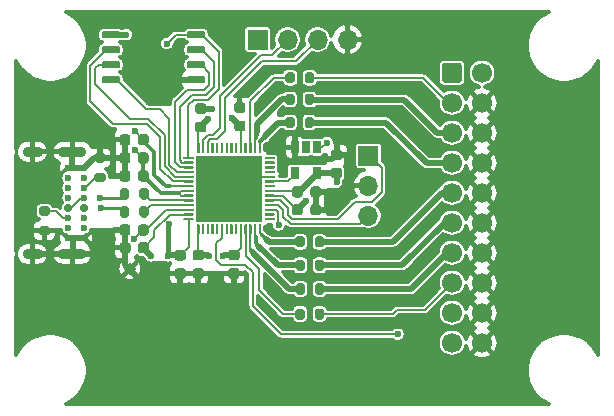
<source format=gbl>
G04 #@! TF.GenerationSoftware,KiCad,Pcbnew,(5.1.10-1-10_14)*
G04 #@! TF.CreationDate,2022-04-15T02:56:20+09:00*
G04 #@! TF.ProjectId,cmsis-dap_rp2040,636d7369-732d-4646-9170-5f7270323034,rev?*
G04 #@! TF.SameCoordinates,Original*
G04 #@! TF.FileFunction,Copper,L2,Bot*
G04 #@! TF.FilePolarity,Positive*
%FSLAX46Y46*%
G04 Gerber Fmt 4.6, Leading zero omitted, Abs format (unit mm)*
G04 Created by KiCad (PCBNEW (5.1.10-1-10_14)) date 2022-04-15 02:56:20*
%MOMM*%
%LPD*%
G01*
G04 APERTURE LIST*
G04 #@! TA.AperFunction,ComponentPad*
%ADD10O,1.700000X1.700000*%
G04 #@! TD*
G04 #@! TA.AperFunction,ComponentPad*
%ADD11R,1.700000X1.700000*%
G04 #@! TD*
G04 #@! TA.AperFunction,ComponentPad*
%ADD12R,2.000000X2.000000*%
G04 #@! TD*
G04 #@! TA.AperFunction,SMDPad,CuDef*
%ADD13C,1.000000*%
G04 #@! TD*
G04 #@! TA.AperFunction,ComponentPad*
%ADD14C,1.700000*%
G04 #@! TD*
G04 #@! TA.AperFunction,SMDPad,CuDef*
%ADD15R,5.600000X5.600000*%
G04 #@! TD*
G04 #@! TA.AperFunction,SMDPad,CuDef*
%ADD16R,0.650000X1.060000*%
G04 #@! TD*
G04 #@! TA.AperFunction,ComponentPad*
%ADD17O,1.700000X0.900000*%
G04 #@! TD*
G04 #@! TA.AperFunction,ComponentPad*
%ADD18O,2.400000X0.900000*%
G04 #@! TD*
G04 #@! TA.AperFunction,ComponentPad*
%ADD19C,0.700000*%
G04 #@! TD*
G04 #@! TA.AperFunction,ComponentPad*
%ADD20C,0.600000*%
G04 #@! TD*
G04 #@! TA.AperFunction,ViaPad*
%ADD21C,0.600000*%
G04 #@! TD*
G04 #@! TA.AperFunction,ViaPad*
%ADD22C,0.500000*%
G04 #@! TD*
G04 #@! TA.AperFunction,ViaPad*
%ADD23C,0.800000*%
G04 #@! TD*
G04 #@! TA.AperFunction,Conductor*
%ADD24C,0.500000*%
G04 #@! TD*
G04 #@! TA.AperFunction,Conductor*
%ADD25C,0.200000*%
G04 #@! TD*
G04 #@! TA.AperFunction,Conductor*
%ADD26C,0.250000*%
G04 #@! TD*
G04 #@! TA.AperFunction,Conductor*
%ADD27C,0.300000*%
G04 #@! TD*
G04 #@! TA.AperFunction,Conductor*
%ADD28C,0.400000*%
G04 #@! TD*
G04 #@! TA.AperFunction,Conductor*
%ADD29C,0.100000*%
G04 #@! TD*
G04 APERTURE END LIST*
G04 #@! TO.P,U2,8*
G04 #@! TO.N,+3V3*
G04 #@! TA.AperFunction,SMDPad,CuDef*
G36*
G01*
X109180000Y-52195000D02*
X109180000Y-52495000D01*
G75*
G02*
X109030000Y-52645000I-150000J0D01*
G01*
X107730000Y-52645000D01*
G75*
G02*
X107580000Y-52495000I0J150000D01*
G01*
X107580000Y-52195000D01*
G75*
G02*
X107730000Y-52045000I150000J0D01*
G01*
X109030000Y-52045000D01*
G75*
G02*
X109180000Y-52195000I0J-150000D01*
G01*
G37*
G04 #@! TD.AperFunction*
G04 #@! TO.P,U2,7*
G04 #@! TO.N,/QSPI_SD3*
G04 #@! TA.AperFunction,SMDPad,CuDef*
G36*
G01*
X109180000Y-53465000D02*
X109180000Y-53765000D01*
G75*
G02*
X109030000Y-53915000I-150000J0D01*
G01*
X107730000Y-53915000D01*
G75*
G02*
X107580000Y-53765000I0J150000D01*
G01*
X107580000Y-53465000D01*
G75*
G02*
X107730000Y-53315000I150000J0D01*
G01*
X109030000Y-53315000D01*
G75*
G02*
X109180000Y-53465000I0J-150000D01*
G01*
G37*
G04 #@! TD.AperFunction*
G04 #@! TO.P,U2,6*
G04 #@! TO.N,/QSPI_SCLK*
G04 #@! TA.AperFunction,SMDPad,CuDef*
G36*
G01*
X109180000Y-54735000D02*
X109180000Y-55035000D01*
G75*
G02*
X109030000Y-55185000I-150000J0D01*
G01*
X107730000Y-55185000D01*
G75*
G02*
X107580000Y-55035000I0J150000D01*
G01*
X107580000Y-54735000D01*
G75*
G02*
X107730000Y-54585000I150000J0D01*
G01*
X109030000Y-54585000D01*
G75*
G02*
X109180000Y-54735000I0J-150000D01*
G01*
G37*
G04 #@! TD.AperFunction*
G04 #@! TO.P,U2,5*
G04 #@! TO.N,/QSPI_SD0*
G04 #@! TA.AperFunction,SMDPad,CuDef*
G36*
G01*
X109180000Y-56005000D02*
X109180000Y-56305000D01*
G75*
G02*
X109030000Y-56455000I-150000J0D01*
G01*
X107730000Y-56455000D01*
G75*
G02*
X107580000Y-56305000I0J150000D01*
G01*
X107580000Y-56005000D01*
G75*
G02*
X107730000Y-55855000I150000J0D01*
G01*
X109030000Y-55855000D01*
G75*
G02*
X109180000Y-56005000I0J-150000D01*
G01*
G37*
G04 #@! TD.AperFunction*
G04 #@! TO.P,U2,4*
G04 #@! TO.N,GND*
G04 #@! TA.AperFunction,SMDPad,CuDef*
G36*
G01*
X116380000Y-56005000D02*
X116380000Y-56305000D01*
G75*
G02*
X116230000Y-56455000I-150000J0D01*
G01*
X114930000Y-56455000D01*
G75*
G02*
X114780000Y-56305000I0J150000D01*
G01*
X114780000Y-56005000D01*
G75*
G02*
X114930000Y-55855000I150000J0D01*
G01*
X116230000Y-55855000D01*
G75*
G02*
X116380000Y-56005000I0J-150000D01*
G01*
G37*
G04 #@! TD.AperFunction*
G04 #@! TO.P,U2,3*
G04 #@! TO.N,/QSPI_SD2*
G04 #@! TA.AperFunction,SMDPad,CuDef*
G36*
G01*
X116380000Y-54735000D02*
X116380000Y-55035000D01*
G75*
G02*
X116230000Y-55185000I-150000J0D01*
G01*
X114930000Y-55185000D01*
G75*
G02*
X114780000Y-55035000I0J150000D01*
G01*
X114780000Y-54735000D01*
G75*
G02*
X114930000Y-54585000I150000J0D01*
G01*
X116230000Y-54585000D01*
G75*
G02*
X116380000Y-54735000I0J-150000D01*
G01*
G37*
G04 #@! TD.AperFunction*
G04 #@! TO.P,U2,2*
G04 #@! TO.N,/QSPI_SD1*
G04 #@! TA.AperFunction,SMDPad,CuDef*
G36*
G01*
X116380000Y-53465000D02*
X116380000Y-53765000D01*
G75*
G02*
X116230000Y-53915000I-150000J0D01*
G01*
X114930000Y-53915000D01*
G75*
G02*
X114780000Y-53765000I0J150000D01*
G01*
X114780000Y-53465000D01*
G75*
G02*
X114930000Y-53315000I150000J0D01*
G01*
X116230000Y-53315000D01*
G75*
G02*
X116380000Y-53465000I0J-150000D01*
G01*
G37*
G04 #@! TD.AperFunction*
G04 #@! TO.P,U2,1*
G04 #@! TO.N,/QSPI_CSN*
G04 #@! TA.AperFunction,SMDPad,CuDef*
G36*
G01*
X116380000Y-52195000D02*
X116380000Y-52495000D01*
G75*
G02*
X116230000Y-52645000I-150000J0D01*
G01*
X114930000Y-52645000D01*
G75*
G02*
X114780000Y-52495000I0J150000D01*
G01*
X114780000Y-52195000D01*
G75*
G02*
X114930000Y-52045000I150000J0D01*
G01*
X116230000Y-52045000D01*
G75*
G02*
X116380000Y-52195000I0J-150000D01*
G01*
G37*
G04 #@! TD.AperFunction*
G04 #@! TD*
D10*
G04 #@! TO.P,J2,4*
G04 #@! TO.N,GND*
X128410000Y-52740000D03*
G04 #@! TO.P,J2,3*
G04 #@! TO.N,/UART_TX*
X125870000Y-52740000D03*
G04 #@! TO.P,J2,2*
G04 #@! TO.N,/UART_RX*
X123330000Y-52740000D03*
D11*
G04 #@! TO.P,J2,1*
G04 #@! TO.N,+3V3*
X120790000Y-52740000D03*
G04 #@! TD*
D12*
G04 #@! TO.P,TP4,1*
G04 #@! TO.N,GND*
X118160000Y-65360000D03*
G04 #@! TD*
G04 #@! TO.P,R16,1*
G04 #@! TO.N,/TDI*
G04 #@! TA.AperFunction,SMDPad,CuDef*
G36*
G01*
X123145000Y-58075000D02*
X123145000Y-57525000D01*
G75*
G02*
X123345000Y-57325000I200000J0D01*
G01*
X123745000Y-57325000D01*
G75*
G02*
X123945000Y-57525000I0J-200000D01*
G01*
X123945000Y-58075000D01*
G75*
G02*
X123745000Y-58275000I-200000J0D01*
G01*
X123345000Y-58275000D01*
G75*
G02*
X123145000Y-58075000I0J200000D01*
G01*
G37*
G04 #@! TD.AperFunction*
G04 #@! TO.P,R16,2*
G04 #@! TO.N,Net-(J4-Pad5)*
G04 #@! TA.AperFunction,SMDPad,CuDef*
G36*
G01*
X124795000Y-58075000D02*
X124795000Y-57525000D01*
G75*
G02*
X124995000Y-57325000I200000J0D01*
G01*
X125395000Y-57325000D01*
G75*
G02*
X125595000Y-57525000I0J-200000D01*
G01*
X125595000Y-58075000D01*
G75*
G02*
X125395000Y-58275000I-200000J0D01*
G01*
X124995000Y-58275000D01*
G75*
G02*
X124795000Y-58075000I0J200000D01*
G01*
G37*
G04 #@! TD.AperFunction*
G04 #@! TD*
G04 #@! TO.P,R15,2*
G04 #@! TO.N,Net-(J4-Pad13)*
G04 #@! TA.AperFunction,SMDPad,CuDef*
G36*
G01*
X125655000Y-74135000D02*
X125655000Y-73585000D01*
G75*
G02*
X125855000Y-73385000I200000J0D01*
G01*
X126255000Y-73385000D01*
G75*
G02*
X126455000Y-73585000I0J-200000D01*
G01*
X126455000Y-74135000D01*
G75*
G02*
X126255000Y-74335000I-200000J0D01*
G01*
X125855000Y-74335000D01*
G75*
G02*
X125655000Y-74135000I0J200000D01*
G01*
G37*
G04 #@! TD.AperFunction*
G04 #@! TO.P,R15,1*
G04 #@! TO.N,/TDO_SWO*
G04 #@! TA.AperFunction,SMDPad,CuDef*
G36*
G01*
X124005000Y-74135000D02*
X124005000Y-73585000D01*
G75*
G02*
X124205000Y-73385000I200000J0D01*
G01*
X124605000Y-73385000D01*
G75*
G02*
X124805000Y-73585000I0J-200000D01*
G01*
X124805000Y-74135000D01*
G75*
G02*
X124605000Y-74335000I-200000J0D01*
G01*
X124205000Y-74335000D01*
G75*
G02*
X124005000Y-74135000I0J200000D01*
G01*
G37*
G04 #@! TD.AperFunction*
G04 #@! TD*
G04 #@! TO.P,R14,1*
G04 #@! TO.N,/TMS_SWDIO*
G04 #@! TA.AperFunction,SMDPad,CuDef*
G36*
G01*
X123135000Y-60045000D02*
X123135000Y-59495000D01*
G75*
G02*
X123335000Y-59295000I200000J0D01*
G01*
X123735000Y-59295000D01*
G75*
G02*
X123935000Y-59495000I0J-200000D01*
G01*
X123935000Y-60045000D01*
G75*
G02*
X123735000Y-60245000I-200000J0D01*
G01*
X123335000Y-60245000D01*
G75*
G02*
X123135000Y-60045000I0J200000D01*
G01*
G37*
G04 #@! TD.AperFunction*
G04 #@! TO.P,R14,2*
G04 #@! TO.N,Net-(J4-Pad7)*
G04 #@! TA.AperFunction,SMDPad,CuDef*
G36*
G01*
X124785000Y-60045000D02*
X124785000Y-59495000D01*
G75*
G02*
X124985000Y-59295000I200000J0D01*
G01*
X125385000Y-59295000D01*
G75*
G02*
X125585000Y-59495000I0J-200000D01*
G01*
X125585000Y-60045000D01*
G75*
G02*
X125385000Y-60245000I-200000J0D01*
G01*
X124985000Y-60245000D01*
G75*
G02*
X124785000Y-60045000I0J200000D01*
G01*
G37*
G04 #@! TD.AperFunction*
G04 #@! TD*
G04 #@! TO.P,R13,2*
G04 #@! TO.N,Net-(J4-Pad9)*
G04 #@! TA.AperFunction,SMDPad,CuDef*
G36*
G01*
X125645000Y-70145000D02*
X125645000Y-69595000D01*
G75*
G02*
X125845000Y-69395000I200000J0D01*
G01*
X126245000Y-69395000D01*
G75*
G02*
X126445000Y-69595000I0J-200000D01*
G01*
X126445000Y-70145000D01*
G75*
G02*
X126245000Y-70345000I-200000J0D01*
G01*
X125845000Y-70345000D01*
G75*
G02*
X125645000Y-70145000I0J200000D01*
G01*
G37*
G04 #@! TD.AperFunction*
G04 #@! TO.P,R13,1*
G04 #@! TO.N,/TCK_SWCLK*
G04 #@! TA.AperFunction,SMDPad,CuDef*
G36*
G01*
X123995000Y-70145000D02*
X123995000Y-69595000D01*
G75*
G02*
X124195000Y-69395000I200000J0D01*
G01*
X124595000Y-69395000D01*
G75*
G02*
X124795000Y-69595000I0J-200000D01*
G01*
X124795000Y-70145000D01*
G75*
G02*
X124595000Y-70345000I-200000J0D01*
G01*
X124195000Y-70345000D01*
G75*
G02*
X123995000Y-70145000I0J200000D01*
G01*
G37*
G04 #@! TD.AperFunction*
G04 #@! TD*
G04 #@! TO.P,R12,2*
G04 #@! TO.N,Net-(J4-Pad11)*
G04 #@! TA.AperFunction,SMDPad,CuDef*
G36*
G01*
X125655000Y-72125000D02*
X125655000Y-71575000D01*
G75*
G02*
X125855000Y-71375000I200000J0D01*
G01*
X126255000Y-71375000D01*
G75*
G02*
X126455000Y-71575000I0J-200000D01*
G01*
X126455000Y-72125000D01*
G75*
G02*
X126255000Y-72325000I-200000J0D01*
G01*
X125855000Y-72325000D01*
G75*
G02*
X125655000Y-72125000I0J200000D01*
G01*
G37*
G04 #@! TD.AperFunction*
G04 #@! TO.P,R12,1*
G04 #@! TO.N,/RTCK*
G04 #@! TA.AperFunction,SMDPad,CuDef*
G36*
G01*
X124005000Y-72125000D02*
X124005000Y-71575000D01*
G75*
G02*
X124205000Y-71375000I200000J0D01*
G01*
X124605000Y-71375000D01*
G75*
G02*
X124805000Y-71575000I0J-200000D01*
G01*
X124805000Y-72125000D01*
G75*
G02*
X124605000Y-72325000I-200000J0D01*
G01*
X124205000Y-72325000D01*
G75*
G02*
X124005000Y-72125000I0J200000D01*
G01*
G37*
G04 #@! TD.AperFunction*
G04 #@! TD*
G04 #@! TO.P,R11,2*
G04 #@! TO.N,Net-(J4-Pad15)*
G04 #@! TA.AperFunction,SMDPad,CuDef*
G36*
G01*
X125645000Y-76265000D02*
X125645000Y-75715000D01*
G75*
G02*
X125845000Y-75515000I200000J0D01*
G01*
X126245000Y-75515000D01*
G75*
G02*
X126445000Y-75715000I0J-200000D01*
G01*
X126445000Y-76265000D01*
G75*
G02*
X126245000Y-76465000I-200000J0D01*
G01*
X125845000Y-76465000D01*
G75*
G02*
X125645000Y-76265000I0J200000D01*
G01*
G37*
G04 #@! TD.AperFunction*
G04 #@! TO.P,R11,1*
G04 #@! TO.N,/~SRST*
G04 #@! TA.AperFunction,SMDPad,CuDef*
G36*
G01*
X123995000Y-76265000D02*
X123995000Y-75715000D01*
G75*
G02*
X124195000Y-75515000I200000J0D01*
G01*
X124595000Y-75515000D01*
G75*
G02*
X124795000Y-75715000I0J-200000D01*
G01*
X124795000Y-76265000D01*
G75*
G02*
X124595000Y-76465000I-200000J0D01*
G01*
X124195000Y-76465000D01*
G75*
G02*
X123995000Y-76265000I0J200000D01*
G01*
G37*
G04 #@! TD.AperFunction*
G04 #@! TD*
G04 #@! TO.P,R9,2*
G04 #@! TO.N,Net-(J4-Pad3)*
G04 #@! TA.AperFunction,SMDPad,CuDef*
G36*
G01*
X124805000Y-56255000D02*
X124805000Y-55705000D01*
G75*
G02*
X125005000Y-55505000I200000J0D01*
G01*
X125405000Y-55505000D01*
G75*
G02*
X125605000Y-55705000I0J-200000D01*
G01*
X125605000Y-56255000D01*
G75*
G02*
X125405000Y-56455000I-200000J0D01*
G01*
X125005000Y-56455000D01*
G75*
G02*
X124805000Y-56255000I0J200000D01*
G01*
G37*
G04 #@! TD.AperFunction*
G04 #@! TO.P,R9,1*
G04 #@! TO.N,/~TRST*
G04 #@! TA.AperFunction,SMDPad,CuDef*
G36*
G01*
X123155000Y-56255000D02*
X123155000Y-55705000D01*
G75*
G02*
X123355000Y-55505000I200000J0D01*
G01*
X123755000Y-55505000D01*
G75*
G02*
X123955000Y-55705000I0J-200000D01*
G01*
X123955000Y-56255000D01*
G75*
G02*
X123755000Y-56455000I-200000J0D01*
G01*
X123355000Y-56455000D01*
G75*
G02*
X123155000Y-56255000I0J200000D01*
G01*
G37*
G04 #@! TD.AperFunction*
G04 #@! TD*
D13*
G04 #@! TO.P,TP7,1*
G04 #@! TO.N,GND*
X109982000Y-72136000D03*
G04 #@! TD*
G04 #@! TO.P,C18,2*
G04 #@! TO.N,GND*
G04 #@! TA.AperFunction,SMDPad,CuDef*
G36*
G01*
X116230000Y-59045000D02*
X115730000Y-59045000D01*
G75*
G02*
X115505000Y-58820000I0J225000D01*
G01*
X115505000Y-58370000D01*
G75*
G02*
X115730000Y-58145000I225000J0D01*
G01*
X116230000Y-58145000D01*
G75*
G02*
X116455000Y-58370000I0J-225000D01*
G01*
X116455000Y-58820000D01*
G75*
G02*
X116230000Y-59045000I-225000J0D01*
G01*
G37*
G04 #@! TD.AperFunction*
G04 #@! TO.P,C18,1*
G04 #@! TO.N,+3V3*
G04 #@! TA.AperFunction,SMDPad,CuDef*
G36*
G01*
X116230000Y-60595000D02*
X115730000Y-60595000D01*
G75*
G02*
X115505000Y-60370000I0J225000D01*
G01*
X115505000Y-59920000D01*
G75*
G02*
X115730000Y-59695000I225000J0D01*
G01*
X116230000Y-59695000D01*
G75*
G02*
X116455000Y-59920000I0J-225000D01*
G01*
X116455000Y-60370000D01*
G75*
G02*
X116230000Y-60595000I-225000J0D01*
G01*
G37*
G04 #@! TD.AperFunction*
G04 #@! TD*
D11*
G04 #@! TO.P,J3,1*
G04 #@! TO.N,/SWCLK*
X130180000Y-62580000D03*
D10*
G04 #@! TO.P,J3,2*
G04 #@! TO.N,GND*
X130180000Y-65120000D03*
G04 #@! TO.P,J3,3*
G04 #@! TO.N,/SWDIO*
X130180000Y-67660000D03*
G04 #@! TD*
D14*
G04 #@! TO.P,J4,20*
G04 #@! TO.N,GND*
X139790000Y-78420000D03*
G04 #@! TO.P,J4,18*
X139790000Y-75880000D03*
G04 #@! TO.P,J4,16*
X139790000Y-73340000D03*
G04 #@! TO.P,J4,14*
X139790000Y-70800000D03*
G04 #@! TO.P,J4,12*
X139790000Y-68260000D03*
G04 #@! TO.P,J4,10*
X139790000Y-65720000D03*
G04 #@! TO.P,J4,8*
X139790000Y-63180000D03*
G04 #@! TO.P,J4,6*
X139790000Y-60640000D03*
G04 #@! TO.P,J4,4*
X139790000Y-58100000D03*
G04 #@! TO.P,J4,2*
G04 #@! TO.N,N/C*
X139790000Y-55560000D03*
G04 #@! TO.P,J4,19*
X137250000Y-78420000D03*
G04 #@! TO.P,J4,17*
X137250000Y-75880000D03*
G04 #@! TO.P,J4,15*
G04 #@! TO.N,Net-(J4-Pad15)*
X137250000Y-73340000D03*
G04 #@! TO.P,J4,13*
G04 #@! TO.N,Net-(J4-Pad13)*
X137250000Y-70800000D03*
G04 #@! TO.P,J4,11*
G04 #@! TO.N,Net-(J4-Pad11)*
X137250000Y-68260000D03*
G04 #@! TO.P,J4,9*
G04 #@! TO.N,Net-(J4-Pad9)*
X137250000Y-65720000D03*
G04 #@! TO.P,J4,7*
G04 #@! TO.N,Net-(J4-Pad7)*
X137250000Y-63180000D03*
G04 #@! TO.P,J4,5*
G04 #@! TO.N,Net-(J4-Pad5)*
X137250000Y-60640000D03*
G04 #@! TO.P,J4,3*
G04 #@! TO.N,Net-(J4-Pad3)*
X137250000Y-58100000D03*
G04 #@! TO.P,J4,1*
G04 #@! TO.N,N/C*
G04 #@! TA.AperFunction,ComponentPad*
G36*
G01*
X136400000Y-56160000D02*
X136400000Y-54960000D01*
G75*
G02*
X136650000Y-54710000I250000J0D01*
G01*
X137850000Y-54710000D01*
G75*
G02*
X138100000Y-54960000I0J-250000D01*
G01*
X138100000Y-56160000D01*
G75*
G02*
X137850000Y-56410000I-250000J0D01*
G01*
X136650000Y-56410000D01*
G75*
G02*
X136400000Y-56160000I0J250000D01*
G01*
G37*
G04 #@! TD.AperFunction*
G04 #@! TD*
D15*
G04 #@! TO.P,U3,57*
G04 #@! TO.N,GND*
X118380000Y-65360000D03*
G04 #@! TO.P,U3,56*
G04 #@! TO.N,/QSPI_CSN*
G04 #@! TA.AperFunction,SMDPad,CuDef*
G36*
G01*
X114555000Y-62660000D02*
X115330000Y-62660000D01*
G75*
G02*
X115380000Y-62710000I0J-50000D01*
G01*
X115380000Y-62810000D01*
G75*
G02*
X115330000Y-62860000I-50000J0D01*
G01*
X114555000Y-62860000D01*
G75*
G02*
X114505000Y-62810000I0J50000D01*
G01*
X114505000Y-62710000D01*
G75*
G02*
X114555000Y-62660000I50000J0D01*
G01*
G37*
G04 #@! TD.AperFunction*
G04 #@! TO.P,U3,55*
G04 #@! TO.N,/QSPI_SD1*
G04 #@! TA.AperFunction,SMDPad,CuDef*
G36*
G01*
X114555000Y-63060000D02*
X115330000Y-63060000D01*
G75*
G02*
X115380000Y-63110000I0J-50000D01*
G01*
X115380000Y-63210000D01*
G75*
G02*
X115330000Y-63260000I-50000J0D01*
G01*
X114555000Y-63260000D01*
G75*
G02*
X114505000Y-63210000I0J50000D01*
G01*
X114505000Y-63110000D01*
G75*
G02*
X114555000Y-63060000I50000J0D01*
G01*
G37*
G04 #@! TD.AperFunction*
G04 #@! TO.P,U3,54*
G04 #@! TO.N,/QSPI_SD2*
G04 #@! TA.AperFunction,SMDPad,CuDef*
G36*
G01*
X114555000Y-63460000D02*
X115330000Y-63460000D01*
G75*
G02*
X115380000Y-63510000I0J-50000D01*
G01*
X115380000Y-63610000D01*
G75*
G02*
X115330000Y-63660000I-50000J0D01*
G01*
X114555000Y-63660000D01*
G75*
G02*
X114505000Y-63610000I0J50000D01*
G01*
X114505000Y-63510000D01*
G75*
G02*
X114555000Y-63460000I50000J0D01*
G01*
G37*
G04 #@! TD.AperFunction*
G04 #@! TO.P,U3,53*
G04 #@! TO.N,/QSPI_SD0*
G04 #@! TA.AperFunction,SMDPad,CuDef*
G36*
G01*
X114555000Y-63860000D02*
X115330000Y-63860000D01*
G75*
G02*
X115380000Y-63910000I0J-50000D01*
G01*
X115380000Y-64010000D01*
G75*
G02*
X115330000Y-64060000I-50000J0D01*
G01*
X114555000Y-64060000D01*
G75*
G02*
X114505000Y-64010000I0J50000D01*
G01*
X114505000Y-63910000D01*
G75*
G02*
X114555000Y-63860000I50000J0D01*
G01*
G37*
G04 #@! TD.AperFunction*
G04 #@! TO.P,U3,52*
G04 #@! TO.N,/QSPI_SCLK*
G04 #@! TA.AperFunction,SMDPad,CuDef*
G36*
G01*
X114555000Y-64260000D02*
X115330000Y-64260000D01*
G75*
G02*
X115380000Y-64310000I0J-50000D01*
G01*
X115380000Y-64410000D01*
G75*
G02*
X115330000Y-64460000I-50000J0D01*
G01*
X114555000Y-64460000D01*
G75*
G02*
X114505000Y-64410000I0J50000D01*
G01*
X114505000Y-64310000D01*
G75*
G02*
X114555000Y-64260000I50000J0D01*
G01*
G37*
G04 #@! TD.AperFunction*
G04 #@! TO.P,U3,51*
G04 #@! TO.N,/QSPI_SD3*
G04 #@! TA.AperFunction,SMDPad,CuDef*
G36*
G01*
X114555000Y-64660000D02*
X115330000Y-64660000D01*
G75*
G02*
X115380000Y-64710000I0J-50000D01*
G01*
X115380000Y-64810000D01*
G75*
G02*
X115330000Y-64860000I-50000J0D01*
G01*
X114555000Y-64860000D01*
G75*
G02*
X114505000Y-64810000I0J50000D01*
G01*
X114505000Y-64710000D01*
G75*
G02*
X114555000Y-64660000I50000J0D01*
G01*
G37*
G04 #@! TD.AperFunction*
G04 #@! TO.P,U3,50*
G04 #@! TO.N,+1V1*
G04 #@! TA.AperFunction,SMDPad,CuDef*
G36*
G01*
X114555000Y-65060000D02*
X115330000Y-65060000D01*
G75*
G02*
X115380000Y-65110000I0J-50000D01*
G01*
X115380000Y-65210000D01*
G75*
G02*
X115330000Y-65260000I-50000J0D01*
G01*
X114555000Y-65260000D01*
G75*
G02*
X114505000Y-65210000I0J50000D01*
G01*
X114505000Y-65110000D01*
G75*
G02*
X114555000Y-65060000I50000J0D01*
G01*
G37*
G04 #@! TD.AperFunction*
G04 #@! TO.P,U3,49*
G04 #@! TO.N,+3V3*
G04 #@! TA.AperFunction,SMDPad,CuDef*
G36*
G01*
X114555000Y-65460000D02*
X115330000Y-65460000D01*
G75*
G02*
X115380000Y-65510000I0J-50000D01*
G01*
X115380000Y-65610000D01*
G75*
G02*
X115330000Y-65660000I-50000J0D01*
G01*
X114555000Y-65660000D01*
G75*
G02*
X114505000Y-65610000I0J50000D01*
G01*
X114505000Y-65510000D01*
G75*
G02*
X114555000Y-65460000I50000J0D01*
G01*
G37*
G04 #@! TD.AperFunction*
G04 #@! TO.P,U3,48*
G04 #@! TA.AperFunction,SMDPad,CuDef*
G36*
G01*
X114555000Y-65860000D02*
X115330000Y-65860000D01*
G75*
G02*
X115380000Y-65910000I0J-50000D01*
G01*
X115380000Y-66010000D01*
G75*
G02*
X115330000Y-66060000I-50000J0D01*
G01*
X114555000Y-66060000D01*
G75*
G02*
X114505000Y-66010000I0J50000D01*
G01*
X114505000Y-65910000D01*
G75*
G02*
X114555000Y-65860000I50000J0D01*
G01*
G37*
G04 #@! TD.AperFunction*
G04 #@! TO.P,U3,47*
G04 #@! TO.N,/RD+*
G04 #@! TA.AperFunction,SMDPad,CuDef*
G36*
G01*
X114555000Y-66260000D02*
X115330000Y-66260000D01*
G75*
G02*
X115380000Y-66310000I0J-50000D01*
G01*
X115380000Y-66410000D01*
G75*
G02*
X115330000Y-66460000I-50000J0D01*
G01*
X114555000Y-66460000D01*
G75*
G02*
X114505000Y-66410000I0J50000D01*
G01*
X114505000Y-66310000D01*
G75*
G02*
X114555000Y-66260000I50000J0D01*
G01*
G37*
G04 #@! TD.AperFunction*
G04 #@! TO.P,U3,46*
G04 #@! TO.N,/RD-*
G04 #@! TA.AperFunction,SMDPad,CuDef*
G36*
G01*
X114555000Y-66660000D02*
X115330000Y-66660000D01*
G75*
G02*
X115380000Y-66710000I0J-50000D01*
G01*
X115380000Y-66810000D01*
G75*
G02*
X115330000Y-66860000I-50000J0D01*
G01*
X114555000Y-66860000D01*
G75*
G02*
X114505000Y-66810000I0J50000D01*
G01*
X114505000Y-66710000D01*
G75*
G02*
X114555000Y-66660000I50000J0D01*
G01*
G37*
G04 #@! TD.AperFunction*
G04 #@! TO.P,U3,45*
G04 #@! TO.N,+1V1*
G04 #@! TA.AperFunction,SMDPad,CuDef*
G36*
G01*
X114555000Y-67060000D02*
X115330000Y-67060000D01*
G75*
G02*
X115380000Y-67110000I0J-50000D01*
G01*
X115380000Y-67210000D01*
G75*
G02*
X115330000Y-67260000I-50000J0D01*
G01*
X114555000Y-67260000D01*
G75*
G02*
X114505000Y-67210000I0J50000D01*
G01*
X114505000Y-67110000D01*
G75*
G02*
X114555000Y-67060000I50000J0D01*
G01*
G37*
G04 #@! TD.AperFunction*
G04 #@! TO.P,U3,44*
G04 #@! TO.N,+3V3*
G04 #@! TA.AperFunction,SMDPad,CuDef*
G36*
G01*
X114555000Y-67460000D02*
X115330000Y-67460000D01*
G75*
G02*
X115380000Y-67510000I0J-50000D01*
G01*
X115380000Y-67610000D01*
G75*
G02*
X115330000Y-67660000I-50000J0D01*
G01*
X114555000Y-67660000D01*
G75*
G02*
X114505000Y-67610000I0J50000D01*
G01*
X114505000Y-67510000D01*
G75*
G02*
X114555000Y-67460000I50000J0D01*
G01*
G37*
G04 #@! TD.AperFunction*
G04 #@! TO.P,U3,43*
G04 #@! TA.AperFunction,SMDPad,CuDef*
G36*
G01*
X114555000Y-67860000D02*
X115330000Y-67860000D01*
G75*
G02*
X115380000Y-67910000I0J-50000D01*
G01*
X115380000Y-68010000D01*
G75*
G02*
X115330000Y-68060000I-50000J0D01*
G01*
X114555000Y-68060000D01*
G75*
G02*
X114505000Y-68010000I0J50000D01*
G01*
X114505000Y-67910000D01*
G75*
G02*
X114555000Y-67860000I50000J0D01*
G01*
G37*
G04 #@! TD.AperFunction*
G04 #@! TO.P,U3,42*
G04 #@! TA.AperFunction,SMDPad,CuDef*
G36*
G01*
X115730000Y-68360000D02*
X115830000Y-68360000D01*
G75*
G02*
X115880000Y-68410000I0J-50000D01*
G01*
X115880000Y-69185000D01*
G75*
G02*
X115830000Y-69235000I-50000J0D01*
G01*
X115730000Y-69235000D01*
G75*
G02*
X115680000Y-69185000I0J50000D01*
G01*
X115680000Y-68410000D01*
G75*
G02*
X115730000Y-68360000I50000J0D01*
G01*
G37*
G04 #@! TD.AperFunction*
G04 #@! TO.P,U3,41*
G04 #@! TO.N,N/C*
G04 #@! TA.AperFunction,SMDPad,CuDef*
G36*
G01*
X116130000Y-68360000D02*
X116230000Y-68360000D01*
G75*
G02*
X116280000Y-68410000I0J-50000D01*
G01*
X116280000Y-69185000D01*
G75*
G02*
X116230000Y-69235000I-50000J0D01*
G01*
X116130000Y-69235000D01*
G75*
G02*
X116080000Y-69185000I0J50000D01*
G01*
X116080000Y-68410000D01*
G75*
G02*
X116130000Y-68360000I50000J0D01*
G01*
G37*
G04 #@! TD.AperFunction*
G04 #@! TO.P,U3,40*
G04 #@! TA.AperFunction,SMDPad,CuDef*
G36*
G01*
X116530000Y-68360000D02*
X116630000Y-68360000D01*
G75*
G02*
X116680000Y-68410000I0J-50000D01*
G01*
X116680000Y-69185000D01*
G75*
G02*
X116630000Y-69235000I-50000J0D01*
G01*
X116530000Y-69235000D01*
G75*
G02*
X116480000Y-69185000I0J50000D01*
G01*
X116480000Y-68410000D01*
G75*
G02*
X116530000Y-68360000I50000J0D01*
G01*
G37*
G04 #@! TD.AperFunction*
G04 #@! TO.P,U3,39*
G04 #@! TA.AperFunction,SMDPad,CuDef*
G36*
G01*
X116930000Y-68360000D02*
X117030000Y-68360000D01*
G75*
G02*
X117080000Y-68410000I0J-50000D01*
G01*
X117080000Y-69185000D01*
G75*
G02*
X117030000Y-69235000I-50000J0D01*
G01*
X116930000Y-69235000D01*
G75*
G02*
X116880000Y-69185000I0J50000D01*
G01*
X116880000Y-68410000D01*
G75*
G02*
X116930000Y-68360000I50000J0D01*
G01*
G37*
G04 #@! TD.AperFunction*
G04 #@! TO.P,U3,38*
G04 #@! TA.AperFunction,SMDPad,CuDef*
G36*
G01*
X117330000Y-68360000D02*
X117430000Y-68360000D01*
G75*
G02*
X117480000Y-68410000I0J-50000D01*
G01*
X117480000Y-69185000D01*
G75*
G02*
X117430000Y-69235000I-50000J0D01*
G01*
X117330000Y-69235000D01*
G75*
G02*
X117280000Y-69185000I0J50000D01*
G01*
X117280000Y-68410000D01*
G75*
G02*
X117330000Y-68360000I50000J0D01*
G01*
G37*
G04 #@! TD.AperFunction*
G04 #@! TO.P,U3,37*
G04 #@! TO.N,/LED*
G04 #@! TA.AperFunction,SMDPad,CuDef*
G36*
G01*
X117730000Y-68360000D02*
X117830000Y-68360000D01*
G75*
G02*
X117880000Y-68410000I0J-50000D01*
G01*
X117880000Y-69185000D01*
G75*
G02*
X117830000Y-69235000I-50000J0D01*
G01*
X117730000Y-69235000D01*
G75*
G02*
X117680000Y-69185000I0J50000D01*
G01*
X117680000Y-68410000D01*
G75*
G02*
X117730000Y-68360000I50000J0D01*
G01*
G37*
G04 #@! TD.AperFunction*
G04 #@! TO.P,U3,36*
G04 #@! TO.N,N/C*
G04 #@! TA.AperFunction,SMDPad,CuDef*
G36*
G01*
X118130000Y-68360000D02*
X118230000Y-68360000D01*
G75*
G02*
X118280000Y-68410000I0J-50000D01*
G01*
X118280000Y-69185000D01*
G75*
G02*
X118230000Y-69235000I-50000J0D01*
G01*
X118130000Y-69235000D01*
G75*
G02*
X118080000Y-69185000I0J50000D01*
G01*
X118080000Y-68410000D01*
G75*
G02*
X118130000Y-68360000I50000J0D01*
G01*
G37*
G04 #@! TD.AperFunction*
G04 #@! TO.P,U3,35*
G04 #@! TA.AperFunction,SMDPad,CuDef*
G36*
G01*
X118530000Y-68360000D02*
X118630000Y-68360000D01*
G75*
G02*
X118680000Y-68410000I0J-50000D01*
G01*
X118680000Y-69185000D01*
G75*
G02*
X118630000Y-69235000I-50000J0D01*
G01*
X118530000Y-69235000D01*
G75*
G02*
X118480000Y-69185000I0J50000D01*
G01*
X118480000Y-68410000D01*
G75*
G02*
X118530000Y-68360000I50000J0D01*
G01*
G37*
G04 #@! TD.AperFunction*
G04 #@! TO.P,U3,34*
G04 #@! TA.AperFunction,SMDPad,CuDef*
G36*
G01*
X118930000Y-68360000D02*
X119030000Y-68360000D01*
G75*
G02*
X119080000Y-68410000I0J-50000D01*
G01*
X119080000Y-69185000D01*
G75*
G02*
X119030000Y-69235000I-50000J0D01*
G01*
X118930000Y-69235000D01*
G75*
G02*
X118880000Y-69185000I0J50000D01*
G01*
X118880000Y-68410000D01*
G75*
G02*
X118930000Y-68360000I50000J0D01*
G01*
G37*
G04 #@! TD.AperFunction*
G04 #@! TO.P,U3,33*
G04 #@! TO.N,+3V3*
G04 #@! TA.AperFunction,SMDPad,CuDef*
G36*
G01*
X119330000Y-68360000D02*
X119430000Y-68360000D01*
G75*
G02*
X119480000Y-68410000I0J-50000D01*
G01*
X119480000Y-69185000D01*
G75*
G02*
X119430000Y-69235000I-50000J0D01*
G01*
X119330000Y-69235000D01*
G75*
G02*
X119280000Y-69185000I0J50000D01*
G01*
X119280000Y-68410000D01*
G75*
G02*
X119330000Y-68360000I50000J0D01*
G01*
G37*
G04 #@! TD.AperFunction*
G04 #@! TO.P,U3,32*
G04 #@! TO.N,/~SRST*
G04 #@! TA.AperFunction,SMDPad,CuDef*
G36*
G01*
X119730000Y-68360000D02*
X119830000Y-68360000D01*
G75*
G02*
X119880000Y-68410000I0J-50000D01*
G01*
X119880000Y-69185000D01*
G75*
G02*
X119830000Y-69235000I-50000J0D01*
G01*
X119730000Y-69235000D01*
G75*
G02*
X119680000Y-69185000I0J50000D01*
G01*
X119680000Y-68410000D01*
G75*
G02*
X119730000Y-68360000I50000J0D01*
G01*
G37*
G04 #@! TD.AperFunction*
G04 #@! TO.P,U3,31*
G04 #@! TO.N,/TDO_SWO*
G04 #@! TA.AperFunction,SMDPad,CuDef*
G36*
G01*
X120130000Y-68360000D02*
X120230000Y-68360000D01*
G75*
G02*
X120280000Y-68410000I0J-50000D01*
G01*
X120280000Y-69185000D01*
G75*
G02*
X120230000Y-69235000I-50000J0D01*
G01*
X120130000Y-69235000D01*
G75*
G02*
X120080000Y-69185000I0J50000D01*
G01*
X120080000Y-68410000D01*
G75*
G02*
X120130000Y-68360000I50000J0D01*
G01*
G37*
G04 #@! TD.AperFunction*
G04 #@! TO.P,U3,30*
G04 #@! TO.N,/RTCK*
G04 #@! TA.AperFunction,SMDPad,CuDef*
G36*
G01*
X120530000Y-68360000D02*
X120630000Y-68360000D01*
G75*
G02*
X120680000Y-68410000I0J-50000D01*
G01*
X120680000Y-69185000D01*
G75*
G02*
X120630000Y-69235000I-50000J0D01*
G01*
X120530000Y-69235000D01*
G75*
G02*
X120480000Y-69185000I0J50000D01*
G01*
X120480000Y-68410000D01*
G75*
G02*
X120530000Y-68360000I50000J0D01*
G01*
G37*
G04 #@! TD.AperFunction*
G04 #@! TO.P,U3,29*
G04 #@! TO.N,/TCK_SWCLK*
G04 #@! TA.AperFunction,SMDPad,CuDef*
G36*
G01*
X120930000Y-68360000D02*
X121030000Y-68360000D01*
G75*
G02*
X121080000Y-68410000I0J-50000D01*
G01*
X121080000Y-69185000D01*
G75*
G02*
X121030000Y-69235000I-50000J0D01*
G01*
X120930000Y-69235000D01*
G75*
G02*
X120880000Y-69185000I0J50000D01*
G01*
X120880000Y-68410000D01*
G75*
G02*
X120930000Y-68360000I50000J0D01*
G01*
G37*
G04 #@! TD.AperFunction*
G04 #@! TO.P,U3,28*
G04 #@! TO.N,N/C*
G04 #@! TA.AperFunction,SMDPad,CuDef*
G36*
G01*
X121430000Y-67860000D02*
X122205000Y-67860000D01*
G75*
G02*
X122255000Y-67910000I0J-50000D01*
G01*
X122255000Y-68010000D01*
G75*
G02*
X122205000Y-68060000I-50000J0D01*
G01*
X121430000Y-68060000D01*
G75*
G02*
X121380000Y-68010000I0J50000D01*
G01*
X121380000Y-67910000D01*
G75*
G02*
X121430000Y-67860000I50000J0D01*
G01*
G37*
G04 #@! TD.AperFunction*
G04 #@! TO.P,U3,27*
G04 #@! TA.AperFunction,SMDPad,CuDef*
G36*
G01*
X121430000Y-67460000D02*
X122205000Y-67460000D01*
G75*
G02*
X122255000Y-67510000I0J-50000D01*
G01*
X122255000Y-67610000D01*
G75*
G02*
X122205000Y-67660000I-50000J0D01*
G01*
X121430000Y-67660000D01*
G75*
G02*
X121380000Y-67610000I0J50000D01*
G01*
X121380000Y-67510000D01*
G75*
G02*
X121430000Y-67460000I50000J0D01*
G01*
G37*
G04 #@! TD.AperFunction*
G04 #@! TO.P,U3,26*
G04 #@! TO.N,/RUN*
G04 #@! TA.AperFunction,SMDPad,CuDef*
G36*
G01*
X121430000Y-67060000D02*
X122205000Y-67060000D01*
G75*
G02*
X122255000Y-67110000I0J-50000D01*
G01*
X122255000Y-67210000D01*
G75*
G02*
X122205000Y-67260000I-50000J0D01*
G01*
X121430000Y-67260000D01*
G75*
G02*
X121380000Y-67210000I0J50000D01*
G01*
X121380000Y-67110000D01*
G75*
G02*
X121430000Y-67060000I50000J0D01*
G01*
G37*
G04 #@! TD.AperFunction*
G04 #@! TO.P,U3,25*
G04 #@! TO.N,/SWDIO*
G04 #@! TA.AperFunction,SMDPad,CuDef*
G36*
G01*
X121430000Y-66660000D02*
X122205000Y-66660000D01*
G75*
G02*
X122255000Y-66710000I0J-50000D01*
G01*
X122255000Y-66810000D01*
G75*
G02*
X122205000Y-66860000I-50000J0D01*
G01*
X121430000Y-66860000D01*
G75*
G02*
X121380000Y-66810000I0J50000D01*
G01*
X121380000Y-66710000D01*
G75*
G02*
X121430000Y-66660000I50000J0D01*
G01*
G37*
G04 #@! TD.AperFunction*
G04 #@! TO.P,U3,24*
G04 #@! TO.N,/SWCLK*
G04 #@! TA.AperFunction,SMDPad,CuDef*
G36*
G01*
X121430000Y-66260000D02*
X122205000Y-66260000D01*
G75*
G02*
X122255000Y-66310000I0J-50000D01*
G01*
X122255000Y-66410000D01*
G75*
G02*
X122205000Y-66460000I-50000J0D01*
G01*
X121430000Y-66460000D01*
G75*
G02*
X121380000Y-66410000I0J50000D01*
G01*
X121380000Y-66310000D01*
G75*
G02*
X121430000Y-66260000I50000J0D01*
G01*
G37*
G04 #@! TD.AperFunction*
G04 #@! TO.P,U3,23*
G04 #@! TO.N,+1V1*
G04 #@! TA.AperFunction,SMDPad,CuDef*
G36*
G01*
X121430000Y-65860000D02*
X122205000Y-65860000D01*
G75*
G02*
X122255000Y-65910000I0J-50000D01*
G01*
X122255000Y-66010000D01*
G75*
G02*
X122205000Y-66060000I-50000J0D01*
G01*
X121430000Y-66060000D01*
G75*
G02*
X121380000Y-66010000I0J50000D01*
G01*
X121380000Y-65910000D01*
G75*
G02*
X121430000Y-65860000I50000J0D01*
G01*
G37*
G04 #@! TD.AperFunction*
G04 #@! TO.P,U3,22*
G04 #@! TO.N,+3V3*
G04 #@! TA.AperFunction,SMDPad,CuDef*
G36*
G01*
X121430000Y-65460000D02*
X122205000Y-65460000D01*
G75*
G02*
X122255000Y-65510000I0J-50000D01*
G01*
X122255000Y-65610000D01*
G75*
G02*
X122205000Y-65660000I-50000J0D01*
G01*
X121430000Y-65660000D01*
G75*
G02*
X121380000Y-65610000I0J50000D01*
G01*
X121380000Y-65510000D01*
G75*
G02*
X121430000Y-65460000I50000J0D01*
G01*
G37*
G04 #@! TD.AperFunction*
G04 #@! TO.P,U3,21*
G04 #@! TO.N,N/C*
G04 #@! TA.AperFunction,SMDPad,CuDef*
G36*
G01*
X121430000Y-65060000D02*
X122205000Y-65060000D01*
G75*
G02*
X122255000Y-65110000I0J-50000D01*
G01*
X122255000Y-65210000D01*
G75*
G02*
X122205000Y-65260000I-50000J0D01*
G01*
X121430000Y-65260000D01*
G75*
G02*
X121380000Y-65210000I0J50000D01*
G01*
X121380000Y-65110000D01*
G75*
G02*
X121430000Y-65060000I50000J0D01*
G01*
G37*
G04 #@! TD.AperFunction*
G04 #@! TO.P,U3,20*
G04 #@! TO.N,/XIN*
G04 #@! TA.AperFunction,SMDPad,CuDef*
G36*
G01*
X121430000Y-64660000D02*
X122205000Y-64660000D01*
G75*
G02*
X122255000Y-64710000I0J-50000D01*
G01*
X122255000Y-64810000D01*
G75*
G02*
X122205000Y-64860000I-50000J0D01*
G01*
X121430000Y-64860000D01*
G75*
G02*
X121380000Y-64810000I0J50000D01*
G01*
X121380000Y-64710000D01*
G75*
G02*
X121430000Y-64660000I50000J0D01*
G01*
G37*
G04 #@! TD.AperFunction*
G04 #@! TO.P,U3,19*
G04 #@! TO.N,GND*
G04 #@! TA.AperFunction,SMDPad,CuDef*
G36*
G01*
X121430000Y-64260000D02*
X122205000Y-64260000D01*
G75*
G02*
X122255000Y-64310000I0J-50000D01*
G01*
X122255000Y-64410000D01*
G75*
G02*
X122205000Y-64460000I-50000J0D01*
G01*
X121430000Y-64460000D01*
G75*
G02*
X121380000Y-64410000I0J50000D01*
G01*
X121380000Y-64310000D01*
G75*
G02*
X121430000Y-64260000I50000J0D01*
G01*
G37*
G04 #@! TD.AperFunction*
G04 #@! TO.P,U3,18*
G04 #@! TO.N,N/C*
G04 #@! TA.AperFunction,SMDPad,CuDef*
G36*
G01*
X121430000Y-63860000D02*
X122205000Y-63860000D01*
G75*
G02*
X122255000Y-63910000I0J-50000D01*
G01*
X122255000Y-64010000D01*
G75*
G02*
X122205000Y-64060000I-50000J0D01*
G01*
X121430000Y-64060000D01*
G75*
G02*
X121380000Y-64010000I0J50000D01*
G01*
X121380000Y-63910000D01*
G75*
G02*
X121430000Y-63860000I50000J0D01*
G01*
G37*
G04 #@! TD.AperFunction*
G04 #@! TO.P,U3,17*
G04 #@! TA.AperFunction,SMDPad,CuDef*
G36*
G01*
X121430000Y-63460000D02*
X122205000Y-63460000D01*
G75*
G02*
X122255000Y-63510000I0J-50000D01*
G01*
X122255000Y-63610000D01*
G75*
G02*
X122205000Y-63660000I-50000J0D01*
G01*
X121430000Y-63660000D01*
G75*
G02*
X121380000Y-63610000I0J50000D01*
G01*
X121380000Y-63510000D01*
G75*
G02*
X121430000Y-63460000I50000J0D01*
G01*
G37*
G04 #@! TD.AperFunction*
G04 #@! TO.P,U3,16*
G04 #@! TA.AperFunction,SMDPad,CuDef*
G36*
G01*
X121430000Y-63060000D02*
X122205000Y-63060000D01*
G75*
G02*
X122255000Y-63110000I0J-50000D01*
G01*
X122255000Y-63210000D01*
G75*
G02*
X122205000Y-63260000I-50000J0D01*
G01*
X121430000Y-63260000D01*
G75*
G02*
X121380000Y-63210000I0J50000D01*
G01*
X121380000Y-63110000D01*
G75*
G02*
X121430000Y-63060000I50000J0D01*
G01*
G37*
G04 #@! TD.AperFunction*
G04 #@! TO.P,U3,15*
G04 #@! TA.AperFunction,SMDPad,CuDef*
G36*
G01*
X121430000Y-62660000D02*
X122205000Y-62660000D01*
G75*
G02*
X122255000Y-62710000I0J-50000D01*
G01*
X122255000Y-62810000D01*
G75*
G02*
X122205000Y-62860000I-50000J0D01*
G01*
X121430000Y-62860000D01*
G75*
G02*
X121380000Y-62810000I0J50000D01*
G01*
X121380000Y-62710000D01*
G75*
G02*
X121430000Y-62660000I50000J0D01*
G01*
G37*
G04 #@! TD.AperFunction*
G04 #@! TO.P,U3,14*
G04 #@! TO.N,/TMS_SWDIO*
G04 #@! TA.AperFunction,SMDPad,CuDef*
G36*
G01*
X120930000Y-61485000D02*
X121030000Y-61485000D01*
G75*
G02*
X121080000Y-61535000I0J-50000D01*
G01*
X121080000Y-62310000D01*
G75*
G02*
X121030000Y-62360000I-50000J0D01*
G01*
X120930000Y-62360000D01*
G75*
G02*
X120880000Y-62310000I0J50000D01*
G01*
X120880000Y-61535000D01*
G75*
G02*
X120930000Y-61485000I50000J0D01*
G01*
G37*
G04 #@! TD.AperFunction*
G04 #@! TO.P,U3,13*
G04 #@! TO.N,/TDI*
G04 #@! TA.AperFunction,SMDPad,CuDef*
G36*
G01*
X120530000Y-61485000D02*
X120630000Y-61485000D01*
G75*
G02*
X120680000Y-61535000I0J-50000D01*
G01*
X120680000Y-62310000D01*
G75*
G02*
X120630000Y-62360000I-50000J0D01*
G01*
X120530000Y-62360000D01*
G75*
G02*
X120480000Y-62310000I0J50000D01*
G01*
X120480000Y-61535000D01*
G75*
G02*
X120530000Y-61485000I50000J0D01*
G01*
G37*
G04 #@! TD.AperFunction*
G04 #@! TO.P,U3,12*
G04 #@! TO.N,/~TRST*
G04 #@! TA.AperFunction,SMDPad,CuDef*
G36*
G01*
X120130000Y-61485000D02*
X120230000Y-61485000D01*
G75*
G02*
X120280000Y-61535000I0J-50000D01*
G01*
X120280000Y-62310000D01*
G75*
G02*
X120230000Y-62360000I-50000J0D01*
G01*
X120130000Y-62360000D01*
G75*
G02*
X120080000Y-62310000I0J50000D01*
G01*
X120080000Y-61535000D01*
G75*
G02*
X120130000Y-61485000I50000J0D01*
G01*
G37*
G04 #@! TD.AperFunction*
G04 #@! TO.P,U3,11*
G04 #@! TO.N,N/C*
G04 #@! TA.AperFunction,SMDPad,CuDef*
G36*
G01*
X119730000Y-61485000D02*
X119830000Y-61485000D01*
G75*
G02*
X119880000Y-61535000I0J-50000D01*
G01*
X119880000Y-62310000D01*
G75*
G02*
X119830000Y-62360000I-50000J0D01*
G01*
X119730000Y-62360000D01*
G75*
G02*
X119680000Y-62310000I0J50000D01*
G01*
X119680000Y-61535000D01*
G75*
G02*
X119730000Y-61485000I50000J0D01*
G01*
G37*
G04 #@! TD.AperFunction*
G04 #@! TO.P,U3,10*
G04 #@! TO.N,+3V3*
G04 #@! TA.AperFunction,SMDPad,CuDef*
G36*
G01*
X119330000Y-61485000D02*
X119430000Y-61485000D01*
G75*
G02*
X119480000Y-61535000I0J-50000D01*
G01*
X119480000Y-62310000D01*
G75*
G02*
X119430000Y-62360000I-50000J0D01*
G01*
X119330000Y-62360000D01*
G75*
G02*
X119280000Y-62310000I0J50000D01*
G01*
X119280000Y-61535000D01*
G75*
G02*
X119330000Y-61485000I50000J0D01*
G01*
G37*
G04 #@! TD.AperFunction*
G04 #@! TO.P,U3,9*
G04 #@! TO.N,N/C*
G04 #@! TA.AperFunction,SMDPad,CuDef*
G36*
G01*
X118930000Y-61485000D02*
X119030000Y-61485000D01*
G75*
G02*
X119080000Y-61535000I0J-50000D01*
G01*
X119080000Y-62310000D01*
G75*
G02*
X119030000Y-62360000I-50000J0D01*
G01*
X118930000Y-62360000D01*
G75*
G02*
X118880000Y-62310000I0J50000D01*
G01*
X118880000Y-61535000D01*
G75*
G02*
X118930000Y-61485000I50000J0D01*
G01*
G37*
G04 #@! TD.AperFunction*
G04 #@! TO.P,U3,8*
G04 #@! TA.AperFunction,SMDPad,CuDef*
G36*
G01*
X118530000Y-61485000D02*
X118630000Y-61485000D01*
G75*
G02*
X118680000Y-61535000I0J-50000D01*
G01*
X118680000Y-62310000D01*
G75*
G02*
X118630000Y-62360000I-50000J0D01*
G01*
X118530000Y-62360000D01*
G75*
G02*
X118480000Y-62310000I0J50000D01*
G01*
X118480000Y-61535000D01*
G75*
G02*
X118530000Y-61485000I50000J0D01*
G01*
G37*
G04 #@! TD.AperFunction*
G04 #@! TO.P,U3,7*
G04 #@! TA.AperFunction,SMDPad,CuDef*
G36*
G01*
X118130000Y-61485000D02*
X118230000Y-61485000D01*
G75*
G02*
X118280000Y-61535000I0J-50000D01*
G01*
X118280000Y-62310000D01*
G75*
G02*
X118230000Y-62360000I-50000J0D01*
G01*
X118130000Y-62360000D01*
G75*
G02*
X118080000Y-62310000I0J50000D01*
G01*
X118080000Y-61535000D01*
G75*
G02*
X118130000Y-61485000I50000J0D01*
G01*
G37*
G04 #@! TD.AperFunction*
G04 #@! TO.P,U3,6*
G04 #@! TA.AperFunction,SMDPad,CuDef*
G36*
G01*
X117730000Y-61485000D02*
X117830000Y-61485000D01*
G75*
G02*
X117880000Y-61535000I0J-50000D01*
G01*
X117880000Y-62310000D01*
G75*
G02*
X117830000Y-62360000I-50000J0D01*
G01*
X117730000Y-62360000D01*
G75*
G02*
X117680000Y-62310000I0J50000D01*
G01*
X117680000Y-61535000D01*
G75*
G02*
X117730000Y-61485000I50000J0D01*
G01*
G37*
G04 #@! TD.AperFunction*
G04 #@! TO.P,U3,5*
G04 #@! TA.AperFunction,SMDPad,CuDef*
G36*
G01*
X117330000Y-61485000D02*
X117430000Y-61485000D01*
G75*
G02*
X117480000Y-61535000I0J-50000D01*
G01*
X117480000Y-62310000D01*
G75*
G02*
X117430000Y-62360000I-50000J0D01*
G01*
X117330000Y-62360000D01*
G75*
G02*
X117280000Y-62310000I0J50000D01*
G01*
X117280000Y-61535000D01*
G75*
G02*
X117330000Y-61485000I50000J0D01*
G01*
G37*
G04 #@! TD.AperFunction*
G04 #@! TO.P,U3,4*
G04 #@! TA.AperFunction,SMDPad,CuDef*
G36*
G01*
X116930000Y-61485000D02*
X117030000Y-61485000D01*
G75*
G02*
X117080000Y-61535000I0J-50000D01*
G01*
X117080000Y-62310000D01*
G75*
G02*
X117030000Y-62360000I-50000J0D01*
G01*
X116930000Y-62360000D01*
G75*
G02*
X116880000Y-62310000I0J50000D01*
G01*
X116880000Y-61535000D01*
G75*
G02*
X116930000Y-61485000I50000J0D01*
G01*
G37*
G04 #@! TD.AperFunction*
G04 #@! TO.P,U3,3*
G04 #@! TO.N,/UART_TX*
G04 #@! TA.AperFunction,SMDPad,CuDef*
G36*
G01*
X116530000Y-61485000D02*
X116630000Y-61485000D01*
G75*
G02*
X116680000Y-61535000I0J-50000D01*
G01*
X116680000Y-62310000D01*
G75*
G02*
X116630000Y-62360000I-50000J0D01*
G01*
X116530000Y-62360000D01*
G75*
G02*
X116480000Y-62310000I0J50000D01*
G01*
X116480000Y-61535000D01*
G75*
G02*
X116530000Y-61485000I50000J0D01*
G01*
G37*
G04 #@! TD.AperFunction*
G04 #@! TO.P,U3,2*
G04 #@! TO.N,/UART_RX*
G04 #@! TA.AperFunction,SMDPad,CuDef*
G36*
G01*
X116130000Y-61485000D02*
X116230000Y-61485000D01*
G75*
G02*
X116280000Y-61535000I0J-50000D01*
G01*
X116280000Y-62310000D01*
G75*
G02*
X116230000Y-62360000I-50000J0D01*
G01*
X116130000Y-62360000D01*
G75*
G02*
X116080000Y-62310000I0J50000D01*
G01*
X116080000Y-61535000D01*
G75*
G02*
X116130000Y-61485000I50000J0D01*
G01*
G37*
G04 #@! TD.AperFunction*
G04 #@! TO.P,U3,1*
G04 #@! TO.N,+3V3*
G04 #@! TA.AperFunction,SMDPad,CuDef*
G36*
G01*
X115730000Y-61485000D02*
X115830000Y-61485000D01*
G75*
G02*
X115880000Y-61535000I0J-50000D01*
G01*
X115880000Y-62310000D01*
G75*
G02*
X115830000Y-62360000I-50000J0D01*
G01*
X115730000Y-62360000D01*
G75*
G02*
X115680000Y-62310000I0J50000D01*
G01*
X115680000Y-61535000D01*
G75*
G02*
X115730000Y-61485000I50000J0D01*
G01*
G37*
G04 #@! TD.AperFunction*
G04 #@! TD*
D16*
G04 #@! TO.P,U1,5*
G04 #@! TO.N,/XIN*
X123920000Y-64050000D03*
G04 #@! TO.P,U1,4*
G04 #@! TO.N,+3V3*
X125820000Y-64050000D03*
G04 #@! TO.P,U1,3*
G04 #@! TO.N,Net-(R1-Pad1)*
X125820000Y-61850000D03*
G04 #@! TO.P,U1,2*
G04 #@! TO.N,N/C*
X124870000Y-61850000D03*
G04 #@! TO.P,U1,1*
G04 #@! TO.N,GND*
X123920000Y-61850000D03*
G04 #@! TD*
G04 #@! TO.P,R6,2*
G04 #@! TO.N,/D+*
G04 #@! TA.AperFunction,SMDPad,CuDef*
G36*
G01*
X109925000Y-65535000D02*
X109925000Y-66085000D01*
G75*
G02*
X109725000Y-66285000I-200000J0D01*
G01*
X109325000Y-66285000D01*
G75*
G02*
X109125000Y-66085000I0J200000D01*
G01*
X109125000Y-65535000D01*
G75*
G02*
X109325000Y-65335000I200000J0D01*
G01*
X109725000Y-65335000D01*
G75*
G02*
X109925000Y-65535000I0J-200000D01*
G01*
G37*
G04 #@! TD.AperFunction*
G04 #@! TO.P,R6,1*
G04 #@! TO.N,/RD+*
G04 #@! TA.AperFunction,SMDPad,CuDef*
G36*
G01*
X111575000Y-65535000D02*
X111575000Y-66085000D01*
G75*
G02*
X111375000Y-66285000I-200000J0D01*
G01*
X110975000Y-66285000D01*
G75*
G02*
X110775000Y-66085000I0J200000D01*
G01*
X110775000Y-65535000D01*
G75*
G02*
X110975000Y-65335000I200000J0D01*
G01*
X111375000Y-65335000D01*
G75*
G02*
X111575000Y-65535000I0J-200000D01*
G01*
G37*
G04 #@! TD.AperFunction*
G04 #@! TD*
G04 #@! TO.P,R5,2*
G04 #@! TO.N,/D-*
G04 #@! TA.AperFunction,SMDPad,CuDef*
G36*
G01*
X109925000Y-67065000D02*
X109925000Y-67615000D01*
G75*
G02*
X109725000Y-67815000I-200000J0D01*
G01*
X109325000Y-67815000D01*
G75*
G02*
X109125000Y-67615000I0J200000D01*
G01*
X109125000Y-67065000D01*
G75*
G02*
X109325000Y-66865000I200000J0D01*
G01*
X109725000Y-66865000D01*
G75*
G02*
X109925000Y-67065000I0J-200000D01*
G01*
G37*
G04 #@! TD.AperFunction*
G04 #@! TO.P,R5,1*
G04 #@! TO.N,/RD-*
G04 #@! TA.AperFunction,SMDPad,CuDef*
G36*
G01*
X111575000Y-67065000D02*
X111575000Y-67615000D01*
G75*
G02*
X111375000Y-67815000I-200000J0D01*
G01*
X110975000Y-67815000D01*
G75*
G02*
X110775000Y-67615000I0J200000D01*
G01*
X110775000Y-67065000D01*
G75*
G02*
X110975000Y-66865000I200000J0D01*
G01*
X111375000Y-66865000D01*
G75*
G02*
X111575000Y-67065000I0J-200000D01*
G01*
G37*
G04 #@! TD.AperFunction*
G04 #@! TD*
G04 #@! TO.P,R4,2*
G04 #@! TO.N,Net-(J1-PadB5)*
G04 #@! TA.AperFunction,SMDPad,CuDef*
G36*
G01*
X103025000Y-67675000D02*
X102475000Y-67675000D01*
G75*
G02*
X102275000Y-67475000I0J200000D01*
G01*
X102275000Y-67075000D01*
G75*
G02*
X102475000Y-66875000I200000J0D01*
G01*
X103025000Y-66875000D01*
G75*
G02*
X103225000Y-67075000I0J-200000D01*
G01*
X103225000Y-67475000D01*
G75*
G02*
X103025000Y-67675000I-200000J0D01*
G01*
G37*
G04 #@! TD.AperFunction*
G04 #@! TO.P,R4,1*
G04 #@! TO.N,GND*
G04 #@! TA.AperFunction,SMDPad,CuDef*
G36*
G01*
X103025000Y-69325000D02*
X102475000Y-69325000D01*
G75*
G02*
X102275000Y-69125000I0J200000D01*
G01*
X102275000Y-68725000D01*
G75*
G02*
X102475000Y-68525000I200000J0D01*
G01*
X103025000Y-68525000D01*
G75*
G02*
X103225000Y-68725000I0J-200000D01*
G01*
X103225000Y-69125000D01*
G75*
G02*
X103025000Y-69325000I-200000J0D01*
G01*
G37*
G04 #@! TD.AperFunction*
G04 #@! TD*
G04 #@! TO.P,R3,2*
G04 #@! TO.N,Net-(J1-PadA5)*
G04 #@! TA.AperFunction,SMDPad,CuDef*
G36*
G01*
X107175000Y-64015000D02*
X107725000Y-64015000D01*
G75*
G02*
X107925000Y-64215000I0J-200000D01*
G01*
X107925000Y-64615000D01*
G75*
G02*
X107725000Y-64815000I-200000J0D01*
G01*
X107175000Y-64815000D01*
G75*
G02*
X106975000Y-64615000I0J200000D01*
G01*
X106975000Y-64215000D01*
G75*
G02*
X107175000Y-64015000I200000J0D01*
G01*
G37*
G04 #@! TD.AperFunction*
G04 #@! TO.P,R3,1*
G04 #@! TO.N,GND*
G04 #@! TA.AperFunction,SMDPad,CuDef*
G36*
G01*
X107175000Y-62365000D02*
X107725000Y-62365000D01*
G75*
G02*
X107925000Y-62565000I0J-200000D01*
G01*
X107925000Y-62965000D01*
G75*
G02*
X107725000Y-63165000I-200000J0D01*
G01*
X107175000Y-63165000D01*
G75*
G02*
X106975000Y-62965000I0J200000D01*
G01*
X106975000Y-62565000D01*
G75*
G02*
X107175000Y-62365000I200000J0D01*
G01*
G37*
G04 #@! TD.AperFunction*
G04 #@! TD*
D17*
G04 #@! TO.P,J1,S1*
G04 #@! TO.N,GND*
X101740000Y-70900000D03*
X101740000Y-62250000D03*
D18*
X105120000Y-70900000D03*
X105120000Y-62250000D03*
D19*
G04 #@! TO.P,J1,B6*
G04 #@! TO.N,/D+*
X104750000Y-67000000D03*
D20*
G04 #@! TO.P,J1,B1*
G04 #@! TO.N,GND*
X104750000Y-69550000D03*
G04 #@! TO.P,J1,B4*
G04 #@! TO.N,/VBUS*
X104750000Y-68700000D03*
G04 #@! TO.P,J1,B5*
G04 #@! TO.N,Net-(J1-PadB5)*
X104750000Y-67850000D03*
G04 #@! TO.P,J1,B12*
G04 #@! TO.N,GND*
X104750000Y-63600000D03*
G04 #@! TO.P,J1,B8*
G04 #@! TO.N,N/C*
X104750000Y-65300000D03*
G04 #@! TO.P,J1,B7*
G04 #@! TO.N,/D-*
X104750000Y-66150000D03*
G04 #@! TO.P,J1,B9*
G04 #@! TO.N,/VBUS*
X104750000Y-64450000D03*
G04 #@! TO.P,J1,A12*
G04 #@! TO.N,GND*
X106100000Y-69550000D03*
G04 #@! TO.P,J1,A9*
G04 #@! TO.N,/VBUS*
X106100000Y-68700000D03*
G04 #@! TO.P,J1,A8*
G04 #@! TO.N,N/C*
X106100000Y-67850000D03*
D19*
G04 #@! TO.P,J1,A7*
G04 #@! TO.N,/D-*
X106100000Y-67000000D03*
D20*
G04 #@! TO.P,J1,A6*
G04 #@! TO.N,/D+*
X106100000Y-66150000D03*
G04 #@! TO.P,J1,A5*
G04 #@! TO.N,Net-(J1-PadA5)*
X106100000Y-65300000D03*
G04 #@! TO.P,J1,A4*
G04 #@! TO.N,/VBUS*
X106100000Y-64450000D03*
G04 #@! TO.P,J1,A1*
G04 #@! TO.N,GND*
X106100000Y-63600000D03*
G04 #@! TD*
G04 #@! TO.P,C17,2*
G04 #@! TO.N,GND*
G04 #@! TA.AperFunction,SMDPad,CuDef*
G36*
G01*
X119540000Y-58955000D02*
X119040000Y-58955000D01*
G75*
G02*
X118815000Y-58730000I0J225000D01*
G01*
X118815000Y-58280000D01*
G75*
G02*
X119040000Y-58055000I225000J0D01*
G01*
X119540000Y-58055000D01*
G75*
G02*
X119765000Y-58280000I0J-225000D01*
G01*
X119765000Y-58730000D01*
G75*
G02*
X119540000Y-58955000I-225000J0D01*
G01*
G37*
G04 #@! TD.AperFunction*
G04 #@! TO.P,C17,1*
G04 #@! TO.N,+3V3*
G04 #@! TA.AperFunction,SMDPad,CuDef*
G36*
G01*
X119540000Y-60505000D02*
X119040000Y-60505000D01*
G75*
G02*
X118815000Y-60280000I0J225000D01*
G01*
X118815000Y-59830000D01*
G75*
G02*
X119040000Y-59605000I225000J0D01*
G01*
X119540000Y-59605000D01*
G75*
G02*
X119765000Y-59830000I0J-225000D01*
G01*
X119765000Y-60280000D01*
G75*
G02*
X119540000Y-60505000I-225000J0D01*
G01*
G37*
G04 #@! TD.AperFunction*
G04 #@! TD*
G04 #@! TO.P,C16,2*
G04 #@! TO.N,GND*
G04 #@! TA.AperFunction,SMDPad,CuDef*
G36*
G01*
X110025000Y-60980000D02*
X110025000Y-61480000D01*
G75*
G02*
X109800000Y-61705000I-225000J0D01*
G01*
X109350000Y-61705000D01*
G75*
G02*
X109125000Y-61480000I0J225000D01*
G01*
X109125000Y-60980000D01*
G75*
G02*
X109350000Y-60755000I225000J0D01*
G01*
X109800000Y-60755000D01*
G75*
G02*
X110025000Y-60980000I0J-225000D01*
G01*
G37*
G04 #@! TD.AperFunction*
G04 #@! TO.P,C16,1*
G04 #@! TO.N,+1V1*
G04 #@! TA.AperFunction,SMDPad,CuDef*
G36*
G01*
X111575000Y-60980000D02*
X111575000Y-61480000D01*
G75*
G02*
X111350000Y-61705000I-225000J0D01*
G01*
X110900000Y-61705000D01*
G75*
G02*
X110675000Y-61480000I0J225000D01*
G01*
X110675000Y-60980000D01*
G75*
G02*
X110900000Y-60755000I225000J0D01*
G01*
X111350000Y-60755000D01*
G75*
G02*
X111575000Y-60980000I0J-225000D01*
G01*
G37*
G04 #@! TD.AperFunction*
G04 #@! TD*
G04 #@! TO.P,C15,2*
G04 #@! TO.N,GND*
G04 #@! TA.AperFunction,SMDPad,CuDef*
G36*
G01*
X118540000Y-72095000D02*
X119040000Y-72095000D01*
G75*
G02*
X119265000Y-72320000I0J-225000D01*
G01*
X119265000Y-72770000D01*
G75*
G02*
X119040000Y-72995000I-225000J0D01*
G01*
X118540000Y-72995000D01*
G75*
G02*
X118315000Y-72770000I0J225000D01*
G01*
X118315000Y-72320000D01*
G75*
G02*
X118540000Y-72095000I225000J0D01*
G01*
G37*
G04 #@! TD.AperFunction*
G04 #@! TO.P,C15,1*
G04 #@! TO.N,+3V3*
G04 #@! TA.AperFunction,SMDPad,CuDef*
G36*
G01*
X118540000Y-70545000D02*
X119040000Y-70545000D01*
G75*
G02*
X119265000Y-70770000I0J-225000D01*
G01*
X119265000Y-71220000D01*
G75*
G02*
X119040000Y-71445000I-225000J0D01*
G01*
X118540000Y-71445000D01*
G75*
G02*
X118315000Y-71220000I0J225000D01*
G01*
X118315000Y-70770000D01*
G75*
G02*
X118540000Y-70545000I225000J0D01*
G01*
G37*
G04 #@! TD.AperFunction*
G04 #@! TD*
G04 #@! TO.P,C14,2*
G04 #@! TO.N,GND*
G04 #@! TA.AperFunction,SMDPad,CuDef*
G36*
G01*
X125265000Y-67410000D02*
X125265000Y-66910000D01*
G75*
G02*
X125490000Y-66685000I225000J0D01*
G01*
X125940000Y-66685000D01*
G75*
G02*
X126165000Y-66910000I0J-225000D01*
G01*
X126165000Y-67410000D01*
G75*
G02*
X125940000Y-67635000I-225000J0D01*
G01*
X125490000Y-67635000D01*
G75*
G02*
X125265000Y-67410000I0J225000D01*
G01*
G37*
G04 #@! TD.AperFunction*
G04 #@! TO.P,C14,1*
G04 #@! TO.N,+1V1*
G04 #@! TA.AperFunction,SMDPad,CuDef*
G36*
G01*
X123715000Y-67410000D02*
X123715000Y-66910000D01*
G75*
G02*
X123940000Y-66685000I225000J0D01*
G01*
X124390000Y-66685000D01*
G75*
G02*
X124615000Y-66910000I0J-225000D01*
G01*
X124615000Y-67410000D01*
G75*
G02*
X124390000Y-67635000I-225000J0D01*
G01*
X123940000Y-67635000D01*
G75*
G02*
X123715000Y-67410000I0J225000D01*
G01*
G37*
G04 #@! TD.AperFunction*
G04 #@! TD*
G04 #@! TO.P,C13,2*
G04 #@! TO.N,GND*
G04 #@! TA.AperFunction,SMDPad,CuDef*
G36*
G01*
X125265000Y-65890000D02*
X125265000Y-65390000D01*
G75*
G02*
X125490000Y-65165000I225000J0D01*
G01*
X125940000Y-65165000D01*
G75*
G02*
X126165000Y-65390000I0J-225000D01*
G01*
X126165000Y-65890000D01*
G75*
G02*
X125940000Y-66115000I-225000J0D01*
G01*
X125490000Y-66115000D01*
G75*
G02*
X125265000Y-65890000I0J225000D01*
G01*
G37*
G04 #@! TD.AperFunction*
G04 #@! TO.P,C13,1*
G04 #@! TO.N,+3V3*
G04 #@! TA.AperFunction,SMDPad,CuDef*
G36*
G01*
X123715000Y-65890000D02*
X123715000Y-65390000D01*
G75*
G02*
X123940000Y-65165000I225000J0D01*
G01*
X124390000Y-65165000D01*
G75*
G02*
X124615000Y-65390000I0J-225000D01*
G01*
X124615000Y-65890000D01*
G75*
G02*
X124390000Y-66115000I-225000J0D01*
G01*
X123940000Y-66115000D01*
G75*
G02*
X123715000Y-65890000I0J225000D01*
G01*
G37*
G04 #@! TD.AperFunction*
G04 #@! TD*
G04 #@! TO.P,C12,2*
G04 #@! TO.N,GND*
G04 #@! TA.AperFunction,SMDPad,CuDef*
G36*
G01*
X110025000Y-68620000D02*
X110025000Y-69120000D01*
G75*
G02*
X109800000Y-69345000I-225000J0D01*
G01*
X109350000Y-69345000D01*
G75*
G02*
X109125000Y-69120000I0J225000D01*
G01*
X109125000Y-68620000D01*
G75*
G02*
X109350000Y-68395000I225000J0D01*
G01*
X109800000Y-68395000D01*
G75*
G02*
X110025000Y-68620000I0J-225000D01*
G01*
G37*
G04 #@! TD.AperFunction*
G04 #@! TO.P,C12,1*
G04 #@! TO.N,+1V1*
G04 #@! TA.AperFunction,SMDPad,CuDef*
G36*
G01*
X111575000Y-68620000D02*
X111575000Y-69120000D01*
G75*
G02*
X111350000Y-69345000I-225000J0D01*
G01*
X110900000Y-69345000D01*
G75*
G02*
X110675000Y-69120000I0J225000D01*
G01*
X110675000Y-68620000D01*
G75*
G02*
X110900000Y-68395000I225000J0D01*
G01*
X111350000Y-68395000D01*
G75*
G02*
X111575000Y-68620000I0J-225000D01*
G01*
G37*
G04 #@! TD.AperFunction*
G04 #@! TD*
G04 #@! TO.P,C11,2*
G04 #@! TO.N,GND*
G04 #@! TA.AperFunction,SMDPad,CuDef*
G36*
G01*
X115530000Y-72095000D02*
X116030000Y-72095000D01*
G75*
G02*
X116255000Y-72320000I0J-225000D01*
G01*
X116255000Y-72770000D01*
G75*
G02*
X116030000Y-72995000I-225000J0D01*
G01*
X115530000Y-72995000D01*
G75*
G02*
X115305000Y-72770000I0J225000D01*
G01*
X115305000Y-72320000D01*
G75*
G02*
X115530000Y-72095000I225000J0D01*
G01*
G37*
G04 #@! TD.AperFunction*
G04 #@! TO.P,C11,1*
G04 #@! TO.N,+3V3*
G04 #@! TA.AperFunction,SMDPad,CuDef*
G36*
G01*
X115530000Y-70545000D02*
X116030000Y-70545000D01*
G75*
G02*
X116255000Y-70770000I0J-225000D01*
G01*
X116255000Y-71220000D01*
G75*
G02*
X116030000Y-71445000I-225000J0D01*
G01*
X115530000Y-71445000D01*
G75*
G02*
X115305000Y-71220000I0J225000D01*
G01*
X115305000Y-70770000D01*
G75*
G02*
X115530000Y-70545000I225000J0D01*
G01*
G37*
G04 #@! TD.AperFunction*
G04 #@! TD*
G04 #@! TO.P,C9,2*
G04 #@! TO.N,GND*
G04 #@! TA.AperFunction,SMDPad,CuDef*
G36*
G01*
X110025000Y-64040000D02*
X110025000Y-64540000D01*
G75*
G02*
X109800000Y-64765000I-225000J0D01*
G01*
X109350000Y-64765000D01*
G75*
G02*
X109125000Y-64540000I0J225000D01*
G01*
X109125000Y-64040000D01*
G75*
G02*
X109350000Y-63815000I225000J0D01*
G01*
X109800000Y-63815000D01*
G75*
G02*
X110025000Y-64040000I0J-225000D01*
G01*
G37*
G04 #@! TD.AperFunction*
G04 #@! TO.P,C9,1*
G04 #@! TO.N,+3V3*
G04 #@! TA.AperFunction,SMDPad,CuDef*
G36*
G01*
X111575000Y-64040000D02*
X111575000Y-64540000D01*
G75*
G02*
X111350000Y-64765000I-225000J0D01*
G01*
X110900000Y-64765000D01*
G75*
G02*
X110675000Y-64540000I0J225000D01*
G01*
X110675000Y-64040000D01*
G75*
G02*
X110900000Y-63815000I225000J0D01*
G01*
X111350000Y-63815000D01*
G75*
G02*
X111575000Y-64040000I0J-225000D01*
G01*
G37*
G04 #@! TD.AperFunction*
G04 #@! TD*
G04 #@! TO.P,C8,2*
G04 #@! TO.N,GND*
G04 #@! TA.AperFunction,SMDPad,CuDef*
G36*
G01*
X110025000Y-62520000D02*
X110025000Y-63020000D01*
G75*
G02*
X109800000Y-63245000I-225000J0D01*
G01*
X109350000Y-63245000D01*
G75*
G02*
X109125000Y-63020000I0J225000D01*
G01*
X109125000Y-62520000D01*
G75*
G02*
X109350000Y-62295000I225000J0D01*
G01*
X109800000Y-62295000D01*
G75*
G02*
X110025000Y-62520000I0J-225000D01*
G01*
G37*
G04 #@! TD.AperFunction*
G04 #@! TO.P,C8,1*
G04 #@! TO.N,+3V3*
G04 #@! TA.AperFunction,SMDPad,CuDef*
G36*
G01*
X111575000Y-62520000D02*
X111575000Y-63020000D01*
G75*
G02*
X111350000Y-63245000I-225000J0D01*
G01*
X110900000Y-63245000D01*
G75*
G02*
X110675000Y-63020000I0J225000D01*
G01*
X110675000Y-62520000D01*
G75*
G02*
X110900000Y-62295000I225000J0D01*
G01*
X111350000Y-62295000D01*
G75*
G02*
X111575000Y-62520000I0J-225000D01*
G01*
G37*
G04 #@! TD.AperFunction*
G04 #@! TD*
G04 #@! TO.P,C6,2*
G04 #@! TO.N,GND*
G04 #@! TA.AperFunction,SMDPad,CuDef*
G36*
G01*
X114000000Y-72105000D02*
X114500000Y-72105000D01*
G75*
G02*
X114725000Y-72330000I0J-225000D01*
G01*
X114725000Y-72780000D01*
G75*
G02*
X114500000Y-73005000I-225000J0D01*
G01*
X114000000Y-73005000D01*
G75*
G02*
X113775000Y-72780000I0J225000D01*
G01*
X113775000Y-72330000D01*
G75*
G02*
X114000000Y-72105000I225000J0D01*
G01*
G37*
G04 #@! TD.AperFunction*
G04 #@! TO.P,C6,1*
G04 #@! TO.N,+3V3*
G04 #@! TA.AperFunction,SMDPad,CuDef*
G36*
G01*
X114000000Y-70555000D02*
X114500000Y-70555000D01*
G75*
G02*
X114725000Y-70780000I0J-225000D01*
G01*
X114725000Y-71230000D01*
G75*
G02*
X114500000Y-71455000I-225000J0D01*
G01*
X114000000Y-71455000D01*
G75*
G02*
X113775000Y-71230000I0J225000D01*
G01*
X113775000Y-70780000D01*
G75*
G02*
X114000000Y-70555000I225000J0D01*
G01*
G37*
G04 #@! TD.AperFunction*
G04 #@! TD*
G04 #@! TO.P,C5,1*
G04 #@! TO.N,+3V3*
G04 #@! TA.AperFunction,SMDPad,CuDef*
G36*
G01*
X111585000Y-70130000D02*
X111585000Y-70630000D01*
G75*
G02*
X111360000Y-70855000I-225000J0D01*
G01*
X110910000Y-70855000D01*
G75*
G02*
X110685000Y-70630000I0J225000D01*
G01*
X110685000Y-70130000D01*
G75*
G02*
X110910000Y-69905000I225000J0D01*
G01*
X111360000Y-69905000D01*
G75*
G02*
X111585000Y-70130000I0J-225000D01*
G01*
G37*
G04 #@! TD.AperFunction*
G04 #@! TO.P,C5,2*
G04 #@! TO.N,GND*
G04 #@! TA.AperFunction,SMDPad,CuDef*
G36*
G01*
X110035000Y-70130000D02*
X110035000Y-70630000D01*
G75*
G02*
X109810000Y-70855000I-225000J0D01*
G01*
X109360000Y-70855000D01*
G75*
G02*
X109135000Y-70630000I0J225000D01*
G01*
X109135000Y-70130000D01*
G75*
G02*
X109360000Y-69905000I225000J0D01*
G01*
X109810000Y-69905000D01*
G75*
G02*
X110035000Y-70130000I0J-225000D01*
G01*
G37*
G04 #@! TD.AperFunction*
G04 #@! TD*
G04 #@! TO.P,C2,2*
G04 #@! TO.N,GND*
G04 #@! TA.AperFunction,SMDPad,CuDef*
G36*
G01*
X127730000Y-62955000D02*
X127230000Y-62955000D01*
G75*
G02*
X127005000Y-62730000I0J225000D01*
G01*
X127005000Y-62280000D01*
G75*
G02*
X127230000Y-62055000I225000J0D01*
G01*
X127730000Y-62055000D01*
G75*
G02*
X127955000Y-62280000I0J-225000D01*
G01*
X127955000Y-62730000D01*
G75*
G02*
X127730000Y-62955000I-225000J0D01*
G01*
G37*
G04 #@! TD.AperFunction*
G04 #@! TO.P,C2,1*
G04 #@! TO.N,+3V3*
G04 #@! TA.AperFunction,SMDPad,CuDef*
G36*
G01*
X127730000Y-64505000D02*
X127230000Y-64505000D01*
G75*
G02*
X127005000Y-64280000I0J225000D01*
G01*
X127005000Y-63830000D01*
G75*
G02*
X127230000Y-63605000I225000J0D01*
G01*
X127730000Y-63605000D01*
G75*
G02*
X127955000Y-63830000I0J-225000D01*
G01*
X127955000Y-64280000D01*
G75*
G02*
X127730000Y-64505000I-225000J0D01*
G01*
G37*
G04 #@! TD.AperFunction*
G04 #@! TD*
D21*
G04 #@! TO.N,GND*
X120720000Y-65040000D03*
X120760000Y-62900000D03*
X118680000Y-67490000D03*
X115940000Y-67500000D03*
X115950000Y-62930000D03*
X114260000Y-73680000D03*
X115790000Y-73680000D03*
X108590000Y-62770000D03*
D22*
X127580000Y-68940000D03*
D21*
X118120000Y-74350000D03*
X117330000Y-74350000D03*
X118880000Y-74370000D03*
X113370000Y-74450000D03*
X144700000Y-50620000D03*
X105420000Y-50600000D03*
X109600000Y-50600000D03*
X112600000Y-50600000D03*
X115600000Y-50600000D03*
X118600000Y-50600000D03*
X121600000Y-50600000D03*
X124600000Y-50600000D03*
X127600000Y-50600000D03*
X130600000Y-50600000D03*
X133600000Y-50600000D03*
X136600000Y-50600000D03*
X139600000Y-50600000D03*
X142600000Y-50600000D03*
X100600000Y-55330000D03*
X100600000Y-59600000D03*
X100600000Y-74600000D03*
X100590000Y-78570000D03*
X105320000Y-83440000D03*
X108320000Y-83440000D03*
X111320000Y-83440000D03*
X114320000Y-83440000D03*
X117320000Y-83440000D03*
X120320000Y-83440000D03*
X123320000Y-83440000D03*
X126320000Y-83440000D03*
X129320000Y-83440000D03*
X132320000Y-83440000D03*
X135320000Y-83440000D03*
X138320000Y-83440000D03*
X141320000Y-83440000D03*
X144320000Y-83440000D03*
X149460000Y-55340000D03*
X149460000Y-58340000D03*
X149460000Y-61340000D03*
X149460000Y-64340000D03*
X149460000Y-67340000D03*
X149460000Y-70340000D03*
X149460000Y-73340000D03*
X149460000Y-76340000D03*
X149470000Y-78820000D03*
X131290000Y-66670000D03*
X131570000Y-62440000D03*
X131940000Y-68760000D03*
X135780000Y-70370000D03*
X135840000Y-73170000D03*
X135780000Y-67580000D03*
X135900000Y-64530000D03*
X135880000Y-58830000D03*
X106940000Y-76150000D03*
X106890000Y-59300000D03*
X105550000Y-57520000D03*
X106700000Y-53460000D03*
X135840000Y-55610000D03*
X110280000Y-75470000D03*
X110290000Y-79580000D03*
X124420000Y-60710000D03*
X123000000Y-64100000D03*
X119290000Y-57550000D03*
X122810000Y-61880000D03*
X121760000Y-62020000D03*
X110280000Y-73880000D03*
X134500000Y-63840000D03*
X133970000Y-67030000D03*
X134080000Y-69390000D03*
X134740000Y-71540000D03*
X134180000Y-74710000D03*
X132880000Y-62380000D03*
X121570000Y-73050000D03*
X117280000Y-72670000D03*
X127560000Y-65620000D03*
X123270000Y-68890000D03*
X107880000Y-72650000D03*
X110980000Y-81640000D03*
X123940000Y-63000000D03*
X113090000Y-72580000D03*
X121710000Y-68860000D03*
X107880000Y-71120000D03*
D23*
X100850000Y-66660000D03*
X100830000Y-68690000D03*
X100880000Y-64790000D03*
D21*
X107860000Y-69900000D03*
X108590000Y-64160000D03*
X114240000Y-56150000D03*
X110920000Y-54850000D03*
X110680000Y-71340000D03*
X116940000Y-58590000D03*
X119950000Y-54180000D03*
X119320000Y-53410000D03*
X119390000Y-51780000D03*
X121320000Y-55570000D03*
X118170000Y-56090000D03*
X119360000Y-54950000D03*
X113120000Y-58040000D03*
X111630000Y-58010000D03*
X110910000Y-56170000D03*
X112990000Y-54840000D03*
X109680000Y-53180000D03*
X111670000Y-51500000D03*
X109710000Y-56050000D03*
X107940000Y-60400000D03*
X135880000Y-61840000D03*
X120810000Y-58690000D03*
X122870000Y-58900000D03*
X124370000Y-58840000D03*
X122390000Y-70620000D03*
X123590000Y-70660000D03*
X123340000Y-72620000D03*
X125210000Y-72850000D03*
X125820000Y-70850000D03*
X123340000Y-74830000D03*
X133290000Y-72810000D03*
X132590000Y-70840000D03*
X129840000Y-69030000D03*
X129860000Y-70860000D03*
X127550000Y-70820000D03*
X127520000Y-72860000D03*
X129800000Y-72880000D03*
X129810000Y-74730000D03*
X132070000Y-74750000D03*
X126940000Y-74830000D03*
X121000000Y-74880000D03*
X132720000Y-76510000D03*
X125210000Y-74830000D03*
X131330000Y-60590000D03*
X134030000Y-60440000D03*
X132600000Y-58930000D03*
X129090000Y-58800000D03*
X125960000Y-58800000D03*
X126020000Y-56820000D03*
X134200000Y-56920000D03*
X131380000Y-56820000D03*
X128450000Y-56790000D03*
X122620000Y-56830000D03*
X125220000Y-54870000D03*
X126250000Y-55280000D03*
X129700000Y-55270000D03*
X132950000Y-55280000D03*
X129090000Y-60590000D03*
X127370000Y-60760000D03*
X130800000Y-75300000D03*
X132780000Y-80870000D03*
X130070000Y-82050000D03*
X132750000Y-78620000D03*
X143470000Y-52720000D03*
X144190000Y-55440000D03*
X147560000Y-56540000D03*
X146930000Y-77420000D03*
X144030000Y-78810000D03*
X143450000Y-81320000D03*
X105710000Y-78480000D03*
X106540000Y-81340000D03*
X103160000Y-77420000D03*
X105850000Y-55470000D03*
X103440000Y-56570000D03*
X131970000Y-65060000D03*
G04 #@! TO.N,+3V3*
X127480000Y-64820000D03*
X111780000Y-71060000D03*
X109670000Y-52340000D03*
X116590000Y-59480000D03*
X118660000Y-59420000D03*
X113240000Y-71060000D03*
X117900000Y-71060000D03*
X116670000Y-71060000D03*
X113329966Y-68320032D03*
X110410000Y-62110000D03*
G04 #@! TO.N,+1V1*
X124930000Y-66400000D03*
X110350000Y-69600000D03*
X110380000Y-60494999D03*
G04 #@! TO.N,/D-*
X107500000Y-67000000D03*
G04 #@! TO.N,/D+*
X107490000Y-66150000D03*
G04 #@! TO.N,/LED*
X132680000Y-77690000D03*
G04 #@! TO.N,Net-(R1-Pad1)*
X126670000Y-61460010D03*
G04 #@! TO.N,/QSPI_CSN*
X113110000Y-53090000D03*
G04 #@! TO.N,/RUN*
X122579998Y-68450000D03*
G04 #@! TD*
D24*
G04 #@! TO.N,GND*
X125715000Y-65640000D02*
X125715000Y-67160000D01*
X125715000Y-67160000D02*
X126670000Y-67160000D01*
D25*
X119380000Y-64360000D02*
X118380000Y-65360000D01*
X121817500Y-64360000D02*
X119380000Y-64360000D01*
D24*
X114250000Y-73670000D02*
X114260000Y-73680000D01*
X114250000Y-72555000D02*
X114250000Y-73670000D01*
X115780000Y-73670000D02*
X115790000Y-73680000D01*
X115780000Y-72545000D02*
X115780000Y-73670000D01*
X118790000Y-72545000D02*
X118790000Y-73680000D01*
X114260000Y-73680000D02*
X115790000Y-73680000D01*
X115340000Y-73680000D02*
X114260000Y-73680000D01*
X109585000Y-68880000D02*
X109575000Y-68870000D01*
X109585000Y-70380000D02*
X109585000Y-68880000D01*
X108660000Y-68870000D02*
X108655000Y-68875000D01*
X109575000Y-68870000D02*
X108660000Y-68870000D01*
X116830000Y-73680000D02*
X118790000Y-73680000D01*
X115790000Y-73680000D02*
X116830000Y-73680000D01*
D25*
X109575000Y-64290000D02*
X108590000Y-64290000D01*
X109575000Y-62770000D02*
X108590000Y-62770000D01*
D24*
X108590000Y-62770000D02*
X108590000Y-64160000D01*
X130070000Y-65130000D02*
X130070000Y-65095000D01*
X130070000Y-65130000D02*
X129570000Y-65130000D01*
X123920000Y-61850000D02*
X123920000Y-60820000D01*
X124030000Y-60710000D02*
X124420000Y-60710000D01*
X123920000Y-60820000D02*
X124030000Y-60710000D01*
X123920000Y-62630000D02*
X123920000Y-61850000D01*
X124169990Y-62879990D02*
X123920000Y-62630000D01*
X127105010Y-62879990D02*
X124169990Y-62879990D01*
X127480000Y-62505000D02*
X127105010Y-62879990D01*
X128405010Y-65464990D02*
X128405010Y-66294990D01*
X128405010Y-66294990D02*
X127540000Y-67160000D01*
X127480000Y-62505000D02*
X128405010Y-62505000D01*
X126660000Y-65640000D02*
X126660000Y-67160000D01*
X127540000Y-67160000D02*
X126660000Y-67160000D01*
X128405010Y-62505000D02*
X128405010Y-65464990D01*
X125715000Y-65640000D02*
X126660000Y-65640000D01*
X114260000Y-73680000D02*
X111450000Y-73680000D01*
X109585000Y-71815000D02*
X109585000Y-70380000D01*
X111450000Y-73680000D02*
X109585000Y-71815000D01*
D26*
X100600000Y-59600000D02*
X100600000Y-61410010D01*
X100600000Y-61410010D02*
X100599990Y-61410000D01*
X100599990Y-61410000D02*
X100350010Y-61659980D01*
X100350010Y-74350010D02*
X100600000Y-74600000D01*
X100350010Y-61659980D02*
X100350010Y-74350010D01*
X122279997Y-69075001D02*
X123084999Y-69075001D01*
X122064996Y-68860000D02*
X122279997Y-69075001D01*
X123084999Y-69075001D02*
X123270000Y-68890000D01*
X121710000Y-68860000D02*
X122064996Y-68860000D01*
D24*
X105130000Y-69540000D02*
X105130000Y-70890000D01*
X105130000Y-70890000D02*
X105120000Y-70900000D01*
X105120000Y-69550000D02*
X105130000Y-69540000D01*
X104750000Y-69550000D02*
X105120000Y-69550000D01*
X104750000Y-63600000D02*
X105210000Y-63600000D01*
X105210000Y-63600000D02*
X106100000Y-63600000D01*
X105120000Y-63510000D02*
X105120000Y-62250000D01*
X105210000Y-63600000D02*
X105120000Y-63510000D01*
X106130000Y-63600000D02*
X106965000Y-62765000D01*
X106965000Y-62765000D02*
X107450000Y-62765000D01*
X106100000Y-63600000D02*
X106130000Y-63600000D01*
X108590000Y-64160000D02*
X108590000Y-64290000D01*
X104750000Y-69550000D02*
X106100000Y-69550000D01*
X114245000Y-56155000D02*
X114240000Y-56150000D01*
X115580000Y-56155000D02*
X114245000Y-56155000D01*
D25*
X108527161Y-61290000D02*
X108517161Y-61300000D01*
X109575000Y-61290000D02*
X108527161Y-61290000D01*
D24*
X108590000Y-61372839D02*
X108517161Y-61300000D01*
X108590000Y-62770000D02*
X108590000Y-61372839D01*
X116935000Y-58595000D02*
X116940000Y-58590000D01*
X115980000Y-58595000D02*
X116935000Y-58595000D01*
X127320000Y-60710000D02*
X127370000Y-60760000D01*
X124420000Y-60710000D02*
X127320000Y-60710000D01*
X127480000Y-60870000D02*
X127370000Y-60760000D01*
X127480000Y-62505000D02*
X127480000Y-60870000D01*
D25*
G04 #@! TO.N,+3V3*
X111125000Y-62770000D02*
X110950000Y-62770000D01*
X115780000Y-68797500D02*
X115780000Y-70995000D01*
X119380000Y-70405000D02*
X118790000Y-70995000D01*
X119380000Y-68797500D02*
X119380000Y-70405000D01*
X114300000Y-65560000D02*
X114942500Y-65560000D01*
X114300000Y-65960000D02*
X114190000Y-65850000D01*
X114190000Y-65670000D02*
X114300000Y-65560000D01*
X114190000Y-65850000D02*
X114190000Y-65670000D01*
X114942500Y-65960000D02*
X114300000Y-65960000D01*
X111125000Y-64345000D02*
X111125000Y-64290000D01*
D27*
X112595000Y-65760000D02*
X111125000Y-64290000D01*
X114100000Y-65760000D02*
X112595000Y-65760000D01*
X111125000Y-62770000D02*
X111125000Y-64290000D01*
D25*
X124084982Y-65559982D02*
X124165000Y-65640000D01*
X122705697Y-65559982D02*
X124084982Y-65559982D01*
X122705679Y-65560000D02*
X122705697Y-65559982D01*
X121817500Y-65560000D02*
X122705679Y-65560000D01*
D24*
X125825000Y-64055000D02*
X125820000Y-64050000D01*
X127480000Y-64055000D02*
X125825000Y-64055000D01*
X127480000Y-64820000D02*
X127480000Y-64055000D01*
X111135000Y-70415000D02*
X111780000Y-71060000D01*
X111135000Y-70380000D02*
X111135000Y-70415000D01*
X124280002Y-65640000D02*
X124165000Y-65640000D01*
X125820000Y-64100002D02*
X124280002Y-65640000D01*
X125820000Y-64050000D02*
X125820000Y-64100002D01*
D25*
X114950000Y-70305000D02*
X114250000Y-71005000D01*
X114950000Y-67967500D02*
X114950000Y-70305000D01*
X114942500Y-67960000D02*
X114950000Y-67967500D01*
D24*
X109665000Y-52345000D02*
X109670000Y-52340000D01*
X108380000Y-52345000D02*
X109665000Y-52345000D01*
X115980000Y-60090000D02*
X116590000Y-59480000D01*
X115980000Y-60145000D02*
X115980000Y-60090000D01*
D25*
X115780000Y-60345000D02*
X115980000Y-60145000D01*
X115780000Y-61922500D02*
X115780000Y-60345000D01*
D24*
X118660000Y-59425000D02*
X118660000Y-59420000D01*
X119290000Y-60055000D02*
X118660000Y-59425000D01*
X114250000Y-71005000D02*
X113295000Y-71005000D01*
X113295000Y-71005000D02*
X113240000Y-71060000D01*
X118790000Y-70995000D02*
X117965000Y-70995000D01*
X117965000Y-70995000D02*
X117900000Y-71060000D01*
X116605000Y-70995000D02*
X116670000Y-71060000D01*
X115780000Y-70995000D02*
X116605000Y-70995000D01*
D28*
X113240000Y-68409998D02*
X113329966Y-68320032D01*
X113240000Y-71060000D02*
X113240000Y-68409998D01*
D25*
X111140000Y-70385000D02*
X111135000Y-70380000D01*
X113340000Y-67560000D02*
X112060000Y-68840000D01*
X112060000Y-68840000D02*
X112060000Y-69430000D01*
X114942500Y-67560000D02*
X113340000Y-67560000D01*
X112060000Y-69430000D02*
X111140000Y-70350000D01*
X111140000Y-70350000D02*
X111140000Y-70385000D01*
X111070000Y-62770000D02*
X110410000Y-62110000D01*
X111125000Y-62770000D02*
X111070000Y-62770000D01*
X119380000Y-60145000D02*
X119290000Y-60055000D01*
X119380000Y-61922500D02*
X119380000Y-60145000D01*
G04 #@! TO.N,+1V1*
X111125000Y-61290000D02*
X111125000Y-61515000D01*
X113474301Y-65160000D02*
X114942500Y-65160000D01*
X113468241Y-65153940D02*
X113474301Y-65160000D01*
X113396060Y-65153940D02*
X113468241Y-65153940D01*
X122964992Y-65959992D02*
X122871389Y-65959992D01*
X122871389Y-65959992D02*
X122871387Y-65959990D01*
X124165000Y-67160000D02*
X122964992Y-65959992D01*
X122964984Y-65960000D02*
X122964992Y-65959992D01*
X121817500Y-65960000D02*
X122964984Y-65960000D01*
D24*
X124170000Y-67160000D02*
X124930000Y-66400000D01*
X124165000Y-67160000D02*
X124170000Y-67160000D01*
D27*
X111125000Y-61290000D02*
X111125000Y-61295000D01*
X112059990Y-62229990D02*
X112059990Y-64199990D01*
X113013940Y-65153940D02*
X113396060Y-65153940D01*
X112059990Y-64199990D02*
X113013940Y-65153940D01*
X111125000Y-61295000D02*
X112059990Y-62229990D01*
D25*
X114942500Y-67160000D02*
X113050000Y-67160000D01*
X111340000Y-68870000D02*
X111125000Y-68870000D01*
X113050000Y-67160000D02*
X111340000Y-68870000D01*
X111125000Y-68870000D02*
X111080000Y-68870000D01*
X111080000Y-68870000D02*
X110350000Y-69600000D01*
X111115001Y-61230000D02*
X110380000Y-60494999D01*
X111125000Y-61230000D02*
X111115001Y-61230000D01*
G04 #@! TO.N,/D-*
X104750000Y-66150000D02*
X104640000Y-66150000D01*
D26*
X109185000Y-67000000D02*
X109525000Y-67340000D01*
X107500000Y-67000000D02*
X109185000Y-67000000D01*
G04 #@! TO.N,/D+*
X109185000Y-66150000D02*
X109525000Y-65810000D01*
X107490000Y-66150000D02*
X109185000Y-66150000D01*
D25*
X105850000Y-66150000D02*
X106100000Y-66150000D01*
X105000000Y-67000000D02*
X105850000Y-66150000D01*
X104750000Y-67000000D02*
X105000000Y-67000000D01*
G04 #@! TO.N,/LED*
X120390000Y-75320000D02*
X122760000Y-77690000D01*
X117300000Y-71370000D02*
X117724990Y-71794990D01*
X119744990Y-71794990D02*
X120390000Y-72440000D01*
X117780000Y-69510000D02*
X117300000Y-69990000D01*
X117300000Y-69990000D02*
X117300000Y-71370000D01*
X117780000Y-68797500D02*
X117780000Y-69510000D01*
X122760000Y-77690000D02*
X132680000Y-77690000D01*
X117724990Y-71794990D02*
X119744990Y-71794990D01*
X120390000Y-72440000D02*
X120390000Y-75320000D01*
G04 #@! TO.N,Net-(J1-PadB5)*
X104280000Y-67850000D02*
X104750000Y-67850000D01*
X103705000Y-67275000D02*
X104280000Y-67850000D01*
X102750000Y-67275000D02*
X103705000Y-67275000D01*
G04 #@! TO.N,Net-(J1-PadA5)*
X106210000Y-65300000D02*
X106100000Y-65300000D01*
X107095000Y-64415000D02*
X106210000Y-65300000D01*
X107450000Y-64415000D02*
X107095000Y-64415000D01*
G04 #@! TO.N,/UART_TX*
X116580000Y-61380000D02*
X116580000Y-61922500D01*
X116775010Y-61184990D02*
X116580000Y-61380000D01*
X118050000Y-60470000D02*
X117335010Y-61184990D01*
X121160000Y-54590000D02*
X118050000Y-57700000D01*
X124020000Y-54590000D02*
X121160000Y-54590000D01*
X117335010Y-61184990D02*
X116775010Y-61184990D01*
X118050000Y-57700000D02*
X118050000Y-60470000D01*
X125870000Y-52740000D02*
X124020000Y-54590000D01*
G04 #@! TO.N,/UART_RX*
X117045020Y-60784980D02*
X116609321Y-60784980D01*
X123330000Y-52740000D02*
X121980000Y-54090000D01*
X117630000Y-57554302D02*
X117630000Y-60200000D01*
X116609321Y-60784980D02*
X116180000Y-61214301D01*
X117630000Y-60200000D02*
X117045020Y-60784980D01*
X121094302Y-54090000D02*
X117630000Y-57554302D01*
X116180000Y-61214301D02*
X116180000Y-61922500D01*
X121980000Y-54090000D02*
X121094302Y-54090000D01*
G04 #@! TO.N,/SWDIO*
X122540000Y-66760000D02*
X122955020Y-67175020D01*
X121817500Y-66760000D02*
X122540000Y-66760000D01*
X122955020Y-67175020D02*
X122955020Y-67179321D01*
X122955020Y-67733197D02*
X122955020Y-67175020D01*
X123581823Y-68360000D02*
X122955020Y-67733197D01*
X129480000Y-68360000D02*
X123581823Y-68360000D01*
X130050000Y-67790000D02*
X129480000Y-68360000D01*
X130050000Y-67650000D02*
X130050000Y-67790000D01*
X130070000Y-67670000D02*
X130050000Y-67650000D01*
G04 #@! TO.N,/SWCLK*
X131330001Y-63600001D02*
X130320000Y-62590000D01*
X130522002Y-66480000D02*
X131330001Y-65672001D01*
X129060000Y-66480000D02*
X130522002Y-66480000D01*
X127604990Y-67935010D02*
X129060000Y-66480000D01*
X123722532Y-67935010D02*
X127604990Y-67935010D01*
X123355030Y-67009331D02*
X123355030Y-67567508D01*
X123355030Y-67567508D02*
X123722532Y-67935010D01*
X130320000Y-62590000D02*
X130070000Y-62590000D01*
X122705698Y-66360000D02*
X123355030Y-67009331D01*
X131330001Y-65672001D02*
X131330001Y-63600001D01*
X121817500Y-66360000D02*
X122705698Y-66360000D01*
G04 #@! TO.N,/~SRST*
X120940000Y-73960000D02*
X122970000Y-75990000D01*
X122970000Y-75990000D02*
X124395000Y-75990000D01*
X120940000Y-72210000D02*
X120940000Y-73960000D01*
X119780000Y-71050000D02*
X120940000Y-72210000D01*
X119780000Y-68797500D02*
X119780000Y-71050000D01*
G04 #@! TO.N,/TDO_SWO*
X120180000Y-70560000D02*
X120410000Y-70790000D01*
X120180000Y-68797500D02*
X120180000Y-70560000D01*
D27*
X120410000Y-70790000D02*
X120410000Y-70650000D01*
X120230010Y-70610010D02*
X120230010Y-70560000D01*
X120410000Y-70790000D02*
X120230010Y-70610010D01*
D24*
X124395000Y-73850000D02*
X124405000Y-73860000D01*
X123470000Y-73850000D02*
X124395000Y-73850000D01*
X120410000Y-70790000D02*
X123470000Y-73850000D01*
D25*
G04 #@! TO.N,/RTCK*
X120580000Y-69940000D02*
X120850000Y-70210000D01*
X120580000Y-68797500D02*
X120580000Y-69940000D01*
D24*
X120850000Y-70210000D02*
X122320000Y-71680000D01*
D27*
X120630010Y-69990010D02*
X120630010Y-69940000D01*
X120850000Y-70210000D02*
X120630010Y-69990010D01*
X120630010Y-69990010D02*
X120630010Y-69450710D01*
D24*
X122490000Y-71850000D02*
X122320000Y-71680000D01*
X124405000Y-71850000D02*
X122490000Y-71850000D01*
D25*
G04 #@! TO.N,/TCK_SWCLK*
X120980000Y-68797500D02*
X120980000Y-69110000D01*
D24*
X121540002Y-69670000D02*
X121540001Y-69670001D01*
D27*
X121540002Y-69670000D02*
X121540000Y-69670000D01*
D25*
X121155000Y-69285000D02*
X121540001Y-69670001D01*
D27*
X121540000Y-69670000D02*
X121155000Y-69285000D01*
D25*
X120980000Y-69110000D02*
X121155000Y-69285000D01*
D24*
X121740000Y-69870000D02*
X121540001Y-69670001D01*
X124395000Y-69870000D02*
X121740000Y-69870000D01*
D25*
G04 #@! TO.N,/TMS_SWDIO*
X120980000Y-61400000D02*
X120980000Y-61922500D01*
X121390000Y-60990000D02*
X120980000Y-61400000D01*
D27*
X121030010Y-61349990D02*
X121030010Y-61400000D01*
X121390000Y-60990000D02*
X121030010Y-61349990D01*
D24*
X122559963Y-59770000D02*
X123535000Y-59770000D01*
X121390000Y-60939963D02*
X122559963Y-59770000D01*
X121390000Y-60990000D02*
X121390000Y-60939963D01*
D25*
G04 #@! TO.N,/TDI*
X120580000Y-60570000D02*
X120580000Y-61922500D01*
X120630000Y-60520000D02*
X120580000Y-60570000D01*
X120879924Y-60520000D02*
X120630000Y-60520000D01*
X120879962Y-60520038D02*
X120879924Y-60520000D01*
D27*
X120630010Y-60919990D02*
X120630010Y-61040000D01*
X120740000Y-60810000D02*
X120630010Y-60919990D01*
X120740000Y-60600000D02*
X120740000Y-60810000D01*
D24*
X122820000Y-57800000D02*
X123545000Y-57800000D01*
X120740000Y-59880000D02*
X122820000Y-57800000D01*
X120740000Y-60600000D02*
X120740000Y-59880000D01*
D25*
G04 #@! TO.N,/~TRST*
X122180000Y-55980000D02*
X123555000Y-55980000D01*
X120180000Y-57980000D02*
X122180000Y-55980000D01*
X120180000Y-61922500D02*
X120180000Y-57980000D01*
G04 #@! TO.N,Net-(R1-Pad1)*
X125820000Y-61850000D02*
X126280010Y-61850000D01*
X126280010Y-61850000D02*
X126670000Y-61460010D01*
G04 #@! TO.N,/QSPI_CSN*
X116095000Y-52345000D02*
X115580000Y-52345000D01*
X117540000Y-53790000D02*
X116095000Y-52345000D01*
X117540000Y-56920000D02*
X117540000Y-53790000D01*
X114942500Y-58277500D02*
X115390000Y-57830000D01*
X116630000Y-57830000D02*
X117540000Y-56920000D01*
X115390000Y-57830000D02*
X116630000Y-57830000D01*
X114942500Y-62760000D02*
X114942500Y-58277500D01*
X113855000Y-52345000D02*
X113110000Y-53090000D01*
X115580000Y-52345000D02*
X113855000Y-52345000D01*
G04 #@! TO.N,/RUN*
X122370000Y-67160000D02*
X122555010Y-67345010D01*
X121817500Y-67160000D02*
X122370000Y-67160000D01*
X122555010Y-67345010D02*
X122555010Y-68425012D01*
X122555010Y-68425012D02*
X122579998Y-68450000D01*
G04 #@! TO.N,/XIN*
X123920000Y-64240000D02*
X123920000Y-64050000D01*
X123400000Y-64760000D02*
X123920000Y-64240000D01*
X121817500Y-64760000D02*
X123400000Y-64760000D01*
G04 #@! TO.N,/QSPI_SD3*
X113620000Y-64760000D02*
X114942500Y-64760000D01*
X112530000Y-61031998D02*
X112530000Y-63670000D01*
X111393001Y-59894999D02*
X112530000Y-61031998D01*
X108534999Y-59894999D02*
X111393001Y-59894999D01*
X108170000Y-53615000D02*
X107965000Y-53615000D01*
X106590000Y-54990000D02*
X106590000Y-57950000D01*
X106590000Y-57950000D02*
X108534999Y-59894999D01*
X112530000Y-63670000D02*
X113620000Y-64760000D01*
X107965000Y-53615000D02*
X106590000Y-54990000D01*
G04 #@! TO.N,/QSPI_SCLK*
X114942500Y-64360000D02*
X113800000Y-64360000D01*
X110008588Y-59430000D02*
X107069990Y-56491402D01*
X111550000Y-59430000D02*
X110008588Y-59430000D01*
X107370000Y-54885000D02*
X108170000Y-54885000D01*
X112930000Y-63490000D02*
X112930000Y-60810000D01*
X113800000Y-64360000D02*
X112930000Y-63490000D01*
X112930000Y-60810000D02*
X111550000Y-59430000D01*
X107069990Y-56491402D02*
X107069990Y-55185010D01*
X107069990Y-55185010D02*
X107370000Y-54885000D01*
G04 #@! TO.N,/QSPI_SD0*
X108885000Y-56155000D02*
X108170000Y-56155000D01*
X111382150Y-58652150D02*
X108885000Y-56155000D01*
X112532150Y-58652150D02*
X111382150Y-58652150D01*
X113330010Y-63324312D02*
X113330010Y-59450010D01*
X113330010Y-59450010D02*
X112532150Y-58652150D01*
X113965698Y-63960000D02*
X113330010Y-63324312D01*
X114942500Y-63960000D02*
X113965698Y-63960000D01*
G04 #@! TO.N,/QSPI_SD2*
X114244311Y-63560000D02*
X114942500Y-63560000D01*
X113804980Y-63120669D02*
X114244311Y-63560000D01*
X113804980Y-58051145D02*
X113804980Y-63120669D01*
X114836125Y-57020000D02*
X113804980Y-58051145D01*
X116270000Y-57020000D02*
X114836125Y-57020000D01*
X116710000Y-55540000D02*
X116710000Y-56580000D01*
X116710000Y-56580000D02*
X116270000Y-57020000D01*
X116055000Y-54885000D02*
X116710000Y-55540000D01*
X115580000Y-54885000D02*
X116055000Y-54885000D01*
G04 #@! TO.N,/QSPI_SD1*
X115370000Y-53615000D02*
X115375000Y-53620000D01*
X114410010Y-63160000D02*
X114942500Y-63160000D01*
X114204990Y-58425010D02*
X114204990Y-62954980D01*
X115200000Y-57430000D02*
X114204990Y-58425010D01*
X116450000Y-57430000D02*
X115200000Y-57430000D01*
X117140000Y-56740000D02*
X116450000Y-57430000D01*
X116090000Y-53620000D02*
X117140000Y-54670000D01*
X115585000Y-53620000D02*
X116090000Y-53620000D01*
X117140000Y-54670000D02*
X117140000Y-56740000D01*
X114204990Y-62954980D02*
X114410010Y-63160000D01*
X115580000Y-53615000D02*
X115585000Y-53620000D01*
G04 #@! TO.N,Net-(J4-Pad15)*
X126055000Y-75980000D02*
X126045000Y-75990000D01*
X132260000Y-75980000D02*
X126055000Y-75980000D01*
X132600892Y-75639108D02*
X132260000Y-75980000D01*
X134950892Y-75639108D02*
X132600892Y-75639108D01*
X137250000Y-73340000D02*
X134950892Y-75639108D01*
D24*
G04 #@! TO.N,Net-(J4-Pad13)*
X136820000Y-70800000D02*
X137250000Y-70800000D01*
X133760000Y-73860000D02*
X136820000Y-70800000D01*
X126055000Y-73860000D02*
X133760000Y-73860000D01*
G04 #@! TO.N,Net-(J4-Pad11)*
X136640000Y-68260000D02*
X137250000Y-68260000D01*
X133050000Y-71850000D02*
X136640000Y-68260000D01*
X126055000Y-71850000D02*
X133050000Y-71850000D01*
G04 #@! TO.N,Net-(J4-Pad9)*
X136390000Y-65720000D02*
X137250000Y-65720000D01*
X132240000Y-69870000D02*
X136390000Y-65720000D01*
X126045000Y-69870000D02*
X132240000Y-69870000D01*
G04 #@! TO.N,Net-(J4-Pad7)*
X137240000Y-63190000D02*
X137250000Y-63180000D01*
X135100000Y-63190000D02*
X137240000Y-63190000D01*
X131680000Y-59770000D02*
X135100000Y-63190000D01*
X125185000Y-59770000D02*
X131680000Y-59770000D01*
G04 #@! TO.N,Net-(J4-Pad5)*
X136050000Y-60630000D02*
X136060000Y-60640000D01*
X136060000Y-60640000D02*
X137250000Y-60640000D01*
X136020000Y-60630000D02*
X136050000Y-60630000D01*
X133230000Y-57840000D02*
X136020000Y-60630000D01*
X125235000Y-57840000D02*
X133230000Y-57840000D01*
X125195000Y-57800000D02*
X125235000Y-57840000D01*
D25*
G04 #@! TO.N,Net-(J4-Pad3)*
X130765000Y-55980000D02*
X125205000Y-55980000D01*
X134780000Y-55980000D02*
X130765000Y-55980000D01*
X136900000Y-58100000D02*
X134780000Y-55980000D01*
X137250000Y-58100000D02*
X136900000Y-58100000D01*
G04 #@! TO.N,/RD-*
X111760000Y-66760000D02*
X114942500Y-66760000D01*
X111170000Y-67350000D02*
X111760000Y-66760000D01*
X111170000Y-67345000D02*
X111170000Y-67350000D01*
X111175000Y-67340000D02*
X111170000Y-67345000D01*
G04 #@! TO.N,/RD+*
X111725000Y-66360000D02*
X114942500Y-66360000D01*
X111175000Y-65810000D02*
X111725000Y-66360000D01*
G04 #@! TD*
D27*
G04 #@! TO.N,GND*
X145257915Y-50458506D02*
X144741992Y-50803235D01*
X144303235Y-51241992D01*
X143958506Y-51757915D01*
X143721052Y-52331179D01*
X143600000Y-52939752D01*
X143600000Y-53560248D01*
X143721052Y-54168821D01*
X143958506Y-54742085D01*
X144303235Y-55258008D01*
X144741992Y-55696765D01*
X145257915Y-56041494D01*
X145831179Y-56278948D01*
X146439752Y-56400000D01*
X147060248Y-56400000D01*
X147668821Y-56278948D01*
X148242085Y-56041494D01*
X148758008Y-55696765D01*
X149196765Y-55258008D01*
X149541494Y-54742085D01*
X149625000Y-54540484D01*
X149625001Y-79459518D01*
X149541494Y-79257915D01*
X149196765Y-78741992D01*
X148758008Y-78303235D01*
X148242085Y-77958506D01*
X147668821Y-77721052D01*
X147060248Y-77600000D01*
X146439752Y-77600000D01*
X145831179Y-77721052D01*
X145257915Y-77958506D01*
X144741992Y-78303235D01*
X144303235Y-78741992D01*
X143958506Y-79257915D01*
X143721052Y-79831179D01*
X143600000Y-80439752D01*
X143600000Y-81060248D01*
X143721052Y-81668821D01*
X143958506Y-82242085D01*
X144303235Y-82758008D01*
X144741992Y-83196765D01*
X145257915Y-83541494D01*
X145459516Y-83625000D01*
X104540484Y-83625000D01*
X104742085Y-83541494D01*
X105258008Y-83196765D01*
X105696765Y-82758008D01*
X106041494Y-82242085D01*
X106278948Y-81668821D01*
X106400000Y-81060248D01*
X106400000Y-80439752D01*
X106278948Y-79831179D01*
X106041494Y-79257915D01*
X105696765Y-78741992D01*
X105258008Y-78303235D01*
X104742085Y-77958506D01*
X104168821Y-77721052D01*
X103560248Y-77600000D01*
X102939752Y-77600000D01*
X102331179Y-77721052D01*
X101757915Y-77958506D01*
X101241992Y-78303235D01*
X100803235Y-78741992D01*
X100458506Y-79257915D01*
X100375000Y-79459516D01*
X100375000Y-72819219D01*
X109369491Y-72819219D01*
X109402986Y-73018009D01*
X109586184Y-73114021D01*
X109784591Y-73172449D01*
X109990586Y-73191046D01*
X110196250Y-73169098D01*
X110393680Y-73107449D01*
X110561014Y-73018009D01*
X110563205Y-73005000D01*
X113222339Y-73005000D01*
X113232958Y-73112819D01*
X113264408Y-73216494D01*
X113315479Y-73312042D01*
X113384210Y-73395790D01*
X113467958Y-73464521D01*
X113563506Y-73515592D01*
X113667181Y-73547042D01*
X113775000Y-73557661D01*
X114062500Y-73555000D01*
X114200000Y-73417500D01*
X114200000Y-72605000D01*
X114300000Y-72605000D01*
X114300000Y-73417500D01*
X114437500Y-73555000D01*
X114725000Y-73557661D01*
X114832819Y-73547042D01*
X114936494Y-73515592D01*
X115024354Y-73468630D01*
X115093506Y-73505592D01*
X115197181Y-73537042D01*
X115305000Y-73547661D01*
X115592500Y-73545000D01*
X115730000Y-73407500D01*
X115730000Y-72595000D01*
X115830000Y-72595000D01*
X115830000Y-73407500D01*
X115967500Y-73545000D01*
X116255000Y-73547661D01*
X116362819Y-73537042D01*
X116466494Y-73505592D01*
X116562042Y-73454521D01*
X116645790Y-73385790D01*
X116714521Y-73302042D01*
X116765592Y-73206494D01*
X116797042Y-73102819D01*
X116807661Y-72995000D01*
X117762339Y-72995000D01*
X117772958Y-73102819D01*
X117804408Y-73206494D01*
X117855479Y-73302042D01*
X117924210Y-73385790D01*
X118007958Y-73454521D01*
X118103506Y-73505592D01*
X118207181Y-73537042D01*
X118315000Y-73547661D01*
X118602500Y-73545000D01*
X118740000Y-73407500D01*
X118740000Y-72595000D01*
X118840000Y-72595000D01*
X118840000Y-73407500D01*
X118977500Y-73545000D01*
X119265000Y-73547661D01*
X119372819Y-73537042D01*
X119476494Y-73505592D01*
X119572042Y-73454521D01*
X119655790Y-73385790D01*
X119724521Y-73302042D01*
X119775592Y-73206494D01*
X119807042Y-73102819D01*
X119817661Y-72995000D01*
X119815000Y-72732500D01*
X119677500Y-72595000D01*
X118840000Y-72595000D01*
X118740000Y-72595000D01*
X117902500Y-72595000D01*
X117765000Y-72732500D01*
X117762339Y-72995000D01*
X116807661Y-72995000D01*
X116805000Y-72732500D01*
X116667500Y-72595000D01*
X115830000Y-72595000D01*
X115730000Y-72595000D01*
X114892500Y-72595000D01*
X114882500Y-72605000D01*
X114300000Y-72605000D01*
X114200000Y-72605000D01*
X113362500Y-72605000D01*
X113225000Y-72742500D01*
X113222339Y-73005000D01*
X110563205Y-73005000D01*
X110594509Y-72819219D01*
X109982000Y-72206711D01*
X109369491Y-72819219D01*
X100375000Y-72819219D01*
X100375000Y-71155709D01*
X100396985Y-71236490D01*
X100480751Y-71413997D01*
X100597537Y-71571752D01*
X100742856Y-71703692D01*
X100911122Y-71804746D01*
X101095870Y-71871031D01*
X101290000Y-71900000D01*
X101690000Y-71900000D01*
X101690000Y-70950000D01*
X101790000Y-70950000D01*
X101790000Y-71900000D01*
X102190000Y-71900000D01*
X102384130Y-71871031D01*
X102568878Y-71804746D01*
X102737144Y-71703692D01*
X102882463Y-71571752D01*
X102999249Y-71413997D01*
X103083015Y-71236490D01*
X103118631Y-71105623D01*
X103391369Y-71105623D01*
X103426985Y-71236490D01*
X103510751Y-71413997D01*
X103627537Y-71571752D01*
X103772856Y-71703692D01*
X103941122Y-71804746D01*
X104125870Y-71871031D01*
X104320000Y-71900000D01*
X105070000Y-71900000D01*
X105070000Y-70950000D01*
X105170000Y-70950000D01*
X105170000Y-71900000D01*
X105920000Y-71900000D01*
X106114130Y-71871031D01*
X106298878Y-71804746D01*
X106467144Y-71703692D01*
X106612463Y-71571752D01*
X106729249Y-71413997D01*
X106813015Y-71236490D01*
X106848631Y-71105623D01*
X106731050Y-70950000D01*
X105170000Y-70950000D01*
X105070000Y-70950000D01*
X103508950Y-70950000D01*
X103391369Y-71105623D01*
X103118631Y-71105623D01*
X103001050Y-70950000D01*
X101790000Y-70950000D01*
X101690000Y-70950000D01*
X101670000Y-70950000D01*
X101670000Y-70850000D01*
X101690000Y-70850000D01*
X101690000Y-69900000D01*
X101790000Y-69900000D01*
X101790000Y-70850000D01*
X103001050Y-70850000D01*
X103118631Y-70694377D01*
X103083015Y-70563510D01*
X102999249Y-70386003D01*
X102882463Y-70228248D01*
X102737144Y-70096308D01*
X102568878Y-69995254D01*
X102384130Y-69928969D01*
X102190000Y-69900000D01*
X101790000Y-69900000D01*
X101690000Y-69900000D01*
X101290000Y-69900000D01*
X101095870Y-69928969D01*
X100911122Y-69995254D01*
X100742856Y-70096308D01*
X100597537Y-70228248D01*
X100480751Y-70386003D01*
X100396985Y-70563510D01*
X100375000Y-70644291D01*
X100375000Y-69325000D01*
X101722339Y-69325000D01*
X101732958Y-69432819D01*
X101764408Y-69536494D01*
X101815479Y-69632042D01*
X101884210Y-69715790D01*
X101967958Y-69784521D01*
X102063506Y-69835592D01*
X102167181Y-69867042D01*
X102275000Y-69877661D01*
X102562500Y-69875000D01*
X102700000Y-69737500D01*
X102700000Y-68975000D01*
X102800000Y-68975000D01*
X102800000Y-69737500D01*
X102937500Y-69875000D01*
X103225000Y-69877661D01*
X103332819Y-69867042D01*
X103436494Y-69835592D01*
X103532042Y-69784521D01*
X103615790Y-69715790D01*
X103684521Y-69632042D01*
X103735592Y-69536494D01*
X103767042Y-69432819D01*
X103777661Y-69325000D01*
X103775000Y-69112500D01*
X103637500Y-68975000D01*
X102800000Y-68975000D01*
X102700000Y-68975000D01*
X101862500Y-68975000D01*
X101725000Y-69112500D01*
X101722339Y-69325000D01*
X100375000Y-69325000D01*
X100375000Y-68525000D01*
X101722339Y-68525000D01*
X101725000Y-68737500D01*
X101862500Y-68875000D01*
X102700000Y-68875000D01*
X102700000Y-68855000D01*
X102800000Y-68855000D01*
X102800000Y-68875000D01*
X103637500Y-68875000D01*
X103682500Y-68830000D01*
X104113124Y-68830000D01*
X104124979Y-68889598D01*
X104173978Y-69007890D01*
X104245112Y-69114351D01*
X104335649Y-69204888D01*
X104442110Y-69276022D01*
X104560402Y-69325021D01*
X104604504Y-69333793D01*
X104750000Y-69479289D01*
X104764142Y-69465147D01*
X104834853Y-69535858D01*
X104820711Y-69550000D01*
X104834853Y-69564142D01*
X104764142Y-69634853D01*
X104750000Y-69620711D01*
X104735858Y-69634853D01*
X104665147Y-69564142D01*
X104679289Y-69550000D01*
X104209157Y-69079868D01*
X104030804Y-69089277D01*
X103954740Y-69238438D01*
X103909238Y-69399572D01*
X103896046Y-69566488D01*
X103915671Y-69732769D01*
X103967359Y-69892027D01*
X104009435Y-69970744D01*
X103941122Y-69995254D01*
X103772856Y-70096308D01*
X103627537Y-70228248D01*
X103510751Y-70386003D01*
X103426985Y-70563510D01*
X103391369Y-70694377D01*
X103508950Y-70850000D01*
X105070000Y-70850000D01*
X105070000Y-70339790D01*
X105092027Y-70332641D01*
X105170000Y-70290963D01*
X105170000Y-70850000D01*
X106731050Y-70850000D01*
X106848631Y-70694377D01*
X106813015Y-70563510D01*
X106729249Y-70386003D01*
X106612463Y-70228248D01*
X106565149Y-70185290D01*
X106570132Y-70090843D01*
X106100000Y-69620711D01*
X106085858Y-69634853D01*
X106015147Y-69564142D01*
X106029289Y-69550000D01*
X106170711Y-69550000D01*
X106640843Y-70020132D01*
X106819196Y-70010723D01*
X106895260Y-69861562D01*
X106940762Y-69700428D01*
X106953954Y-69533512D01*
X106934329Y-69367231D01*
X106927114Y-69345000D01*
X108572339Y-69345000D01*
X108582958Y-69452819D01*
X108614408Y-69556494D01*
X108656025Y-69634354D01*
X108624408Y-69693506D01*
X108592958Y-69797181D01*
X108582339Y-69905000D01*
X108585000Y-70192500D01*
X108722500Y-70330000D01*
X109535000Y-70330000D01*
X109535000Y-69492500D01*
X109525000Y-69482500D01*
X109525000Y-68920000D01*
X108712500Y-68920000D01*
X108575000Y-69057500D01*
X108572339Y-69345000D01*
X106927114Y-69345000D01*
X106882641Y-69207973D01*
X106819196Y-69089277D01*
X106640843Y-69079868D01*
X106170711Y-69550000D01*
X106029289Y-69550000D01*
X106015147Y-69535858D01*
X106085858Y-69465147D01*
X106100000Y-69479289D01*
X106245496Y-69333793D01*
X106289598Y-69325021D01*
X106407890Y-69276022D01*
X106514351Y-69204888D01*
X106604888Y-69114351D01*
X106676022Y-69007890D01*
X106725021Y-68889598D01*
X106736876Y-68830000D01*
X109320000Y-68830000D01*
X109349264Y-68827118D01*
X109372729Y-68820000D01*
X109525000Y-68820000D01*
X109525000Y-68800000D01*
X109625000Y-68800000D01*
X109625000Y-68820000D01*
X109645000Y-68820000D01*
X109645000Y-68920000D01*
X109625000Y-68920000D01*
X109625000Y-69757500D01*
X109635000Y-69767500D01*
X109635000Y-70330000D01*
X109655000Y-70330000D01*
X109655000Y-70430000D01*
X109635000Y-70430000D01*
X109635000Y-70450000D01*
X109535000Y-70450000D01*
X109535000Y-70430000D01*
X108722500Y-70430000D01*
X108585000Y-70567500D01*
X108582339Y-70855000D01*
X108592958Y-70962819D01*
X108624408Y-71066494D01*
X108675479Y-71162042D01*
X108744210Y-71245790D01*
X108827958Y-71314521D01*
X108923506Y-71365592D01*
X109027181Y-71397042D01*
X109135000Y-71407661D01*
X109220119Y-71406798D01*
X109201102Y-71425815D01*
X109298778Y-71523491D01*
X109099991Y-71556986D01*
X109003979Y-71740184D01*
X108945551Y-71938591D01*
X108926954Y-72144586D01*
X108948902Y-72350250D01*
X109010551Y-72547680D01*
X109099991Y-72715014D01*
X109298781Y-72748509D01*
X109911289Y-72136000D01*
X110052711Y-72136000D01*
X110665219Y-72748509D01*
X110864009Y-72715014D01*
X110960021Y-72531816D01*
X111018449Y-72333409D01*
X111037046Y-72127414D01*
X111015098Y-71921750D01*
X110953449Y-71724320D01*
X110864009Y-71556986D01*
X110665219Y-71523491D01*
X110052711Y-72136000D01*
X109911289Y-72136000D01*
X109897147Y-72121858D01*
X109967858Y-72051147D01*
X109982000Y-72065289D01*
X110594509Y-71452781D01*
X110561014Y-71253991D01*
X110461753Y-71201969D01*
X110494521Y-71162042D01*
X110543033Y-71071281D01*
X110589607Y-71109503D01*
X110689309Y-71162795D01*
X110797493Y-71195612D01*
X110910000Y-71206693D01*
X111078165Y-71206693D01*
X111178957Y-71307485D01*
X111203978Y-71367890D01*
X111275112Y-71474351D01*
X111365649Y-71564888D01*
X111472110Y-71636022D01*
X111590402Y-71685021D01*
X111715981Y-71710000D01*
X111844019Y-71710000D01*
X111969598Y-71685021D01*
X112087890Y-71636022D01*
X112096903Y-71630000D01*
X112923097Y-71630000D01*
X112932110Y-71636022D01*
X113050402Y-71685021D01*
X113175981Y-71710000D01*
X113304019Y-71710000D01*
X113416635Y-71687600D01*
X113384210Y-71714210D01*
X113315479Y-71797958D01*
X113264408Y-71893506D01*
X113232958Y-71997181D01*
X113222339Y-72105000D01*
X113225000Y-72367500D01*
X113362500Y-72505000D01*
X114200000Y-72505000D01*
X114200000Y-72485000D01*
X114300000Y-72485000D01*
X114300000Y-72505000D01*
X115137500Y-72505000D01*
X115147500Y-72495000D01*
X115730000Y-72495000D01*
X115730000Y-72475000D01*
X115830000Y-72475000D01*
X115830000Y-72495000D01*
X116667500Y-72495000D01*
X116672500Y-72490000D01*
X117897500Y-72490000D01*
X117902500Y-72495000D01*
X118740000Y-72495000D01*
X118740000Y-72475000D01*
X118840000Y-72475000D01*
X118840000Y-72495000D01*
X119677500Y-72495000D01*
X119743052Y-72429448D01*
X119940000Y-72626396D01*
X119940001Y-75297896D01*
X119937824Y-75320000D01*
X119946512Y-75408215D01*
X119972243Y-75493040D01*
X120014029Y-75571216D01*
X120056172Y-75622567D01*
X120056177Y-75622572D01*
X120070264Y-75639737D01*
X120087429Y-75653824D01*
X122426176Y-77992572D01*
X122440263Y-78009737D01*
X122457428Y-78023824D01*
X122457432Y-78023828D01*
X122508783Y-78065971D01*
X122580587Y-78104351D01*
X122586959Y-78107757D01*
X122671785Y-78133489D01*
X122737895Y-78140000D01*
X122737905Y-78140000D01*
X122759999Y-78142176D01*
X122782094Y-78140000D01*
X132210761Y-78140000D01*
X132265649Y-78194888D01*
X132372110Y-78266022D01*
X132490402Y-78315021D01*
X132615981Y-78340000D01*
X132744019Y-78340000D01*
X132869598Y-78315021D01*
X132901491Y-78301810D01*
X136050000Y-78301810D01*
X136050000Y-78538190D01*
X136096116Y-78770027D01*
X136186574Y-78988413D01*
X136317899Y-79184955D01*
X136485045Y-79352101D01*
X136681587Y-79483426D01*
X136899973Y-79573884D01*
X137131810Y-79620000D01*
X137368190Y-79620000D01*
X137600027Y-79573884D01*
X137818413Y-79483426D01*
X138014850Y-79352171D01*
X138928540Y-79352171D01*
X139004093Y-79586774D01*
X139246820Y-79717677D01*
X139510421Y-79798713D01*
X139784767Y-79826764D01*
X140059313Y-79800755D01*
X140323510Y-79721684D01*
X140567204Y-79592590D01*
X140575907Y-79586774D01*
X140651460Y-79352171D01*
X139790000Y-78490711D01*
X138928540Y-79352171D01*
X138014850Y-79352171D01*
X138014955Y-79352101D01*
X138182101Y-79184955D01*
X138313426Y-78988413D01*
X138403884Y-78770027D01*
X138415669Y-78710779D01*
X138488316Y-78953510D01*
X138617410Y-79197204D01*
X138623226Y-79205907D01*
X138857829Y-79281460D01*
X139719289Y-78420000D01*
X139860711Y-78420000D01*
X140722171Y-79281460D01*
X140956774Y-79205907D01*
X141087677Y-78963180D01*
X141168713Y-78699579D01*
X141196764Y-78425233D01*
X141170755Y-78150687D01*
X141091684Y-77886490D01*
X140962590Y-77642796D01*
X140956774Y-77634093D01*
X140722171Y-77558540D01*
X139860711Y-78420000D01*
X139719289Y-78420000D01*
X138857829Y-77558540D01*
X138623226Y-77634093D01*
X138492323Y-77876820D01*
X138415300Y-78127366D01*
X138403884Y-78069973D01*
X138313426Y-77851587D01*
X138182101Y-77655045D01*
X138014955Y-77487899D01*
X137818413Y-77356574D01*
X137600027Y-77266116D01*
X137368190Y-77220000D01*
X137131810Y-77220000D01*
X136899973Y-77266116D01*
X136681587Y-77356574D01*
X136485045Y-77487899D01*
X136317899Y-77655045D01*
X136186574Y-77851587D01*
X136096116Y-78069973D01*
X136050000Y-78301810D01*
X132901491Y-78301810D01*
X132987890Y-78266022D01*
X133094351Y-78194888D01*
X133184888Y-78104351D01*
X133256022Y-77997890D01*
X133305021Y-77879598D01*
X133330000Y-77754019D01*
X133330000Y-77625981D01*
X133305021Y-77500402D01*
X133256022Y-77382110D01*
X133184888Y-77275649D01*
X133094351Y-77185112D01*
X132987890Y-77113978D01*
X132869598Y-77064979D01*
X132744019Y-77040000D01*
X132615981Y-77040000D01*
X132490402Y-77064979D01*
X132372110Y-77113978D01*
X132265649Y-77185112D01*
X132210761Y-77240000D01*
X122946396Y-77240000D01*
X120840000Y-75133605D01*
X120840000Y-74496395D01*
X122636176Y-76292572D01*
X122650263Y-76309737D01*
X122667428Y-76323824D01*
X122667432Y-76323828D01*
X122718783Y-76365971D01*
X122796959Y-76407757D01*
X122881785Y-76433489D01*
X122947895Y-76440000D01*
X122947906Y-76440000D01*
X122970000Y-76442176D01*
X122992094Y-76440000D01*
X123674344Y-76440000D01*
X123685302Y-76476124D01*
X123736284Y-76571504D01*
X123804894Y-76655106D01*
X123888496Y-76723716D01*
X123983876Y-76774698D01*
X124087370Y-76806092D01*
X124195000Y-76816693D01*
X124595000Y-76816693D01*
X124702630Y-76806092D01*
X124806124Y-76774698D01*
X124901504Y-76723716D01*
X124985106Y-76655106D01*
X125053716Y-76571504D01*
X125104698Y-76476124D01*
X125136092Y-76372630D01*
X125146693Y-76265000D01*
X125146693Y-75715000D01*
X125293307Y-75715000D01*
X125293307Y-76265000D01*
X125303908Y-76372630D01*
X125335302Y-76476124D01*
X125386284Y-76571504D01*
X125454894Y-76655106D01*
X125538496Y-76723716D01*
X125633876Y-76774698D01*
X125737370Y-76806092D01*
X125845000Y-76816693D01*
X126245000Y-76816693D01*
X126352630Y-76806092D01*
X126456124Y-76774698D01*
X126551504Y-76723716D01*
X126635106Y-76655106D01*
X126703716Y-76571504D01*
X126754698Y-76476124D01*
X126768689Y-76430000D01*
X132237906Y-76430000D01*
X132260000Y-76432176D01*
X132282094Y-76430000D01*
X132282105Y-76430000D01*
X132348215Y-76423489D01*
X132433041Y-76397757D01*
X132511216Y-76355971D01*
X132579737Y-76299737D01*
X132593828Y-76282567D01*
X132787288Y-76089108D01*
X134928798Y-76089108D01*
X134950892Y-76091284D01*
X134972986Y-76089108D01*
X134972997Y-76089108D01*
X135039107Y-76082597D01*
X135123933Y-76056865D01*
X135202108Y-76015079D01*
X135270629Y-75958845D01*
X135284721Y-75941674D01*
X135464585Y-75761810D01*
X136050000Y-75761810D01*
X136050000Y-75998190D01*
X136096116Y-76230027D01*
X136186574Y-76448413D01*
X136317899Y-76644955D01*
X136485045Y-76812101D01*
X136681587Y-76943426D01*
X136899973Y-77033884D01*
X137131810Y-77080000D01*
X137368190Y-77080000D01*
X137600027Y-77033884D01*
X137818413Y-76943426D01*
X138014850Y-76812171D01*
X138928540Y-76812171D01*
X139004093Y-77046774D01*
X139196084Y-77150315D01*
X139012796Y-77247410D01*
X139004093Y-77253226D01*
X138928540Y-77487829D01*
X139790000Y-78349289D01*
X140651460Y-77487829D01*
X140575907Y-77253226D01*
X140383916Y-77149685D01*
X140567204Y-77052590D01*
X140575907Y-77046774D01*
X140651460Y-76812171D01*
X139790000Y-75950711D01*
X138928540Y-76812171D01*
X138014850Y-76812171D01*
X138014955Y-76812101D01*
X138182101Y-76644955D01*
X138313426Y-76448413D01*
X138403884Y-76230027D01*
X138415669Y-76170779D01*
X138488316Y-76413510D01*
X138617410Y-76657204D01*
X138623226Y-76665907D01*
X138857829Y-76741460D01*
X139719289Y-75880000D01*
X139860711Y-75880000D01*
X140722171Y-76741460D01*
X140956774Y-76665907D01*
X141087677Y-76423180D01*
X141168713Y-76159579D01*
X141196764Y-75885233D01*
X141170755Y-75610687D01*
X141091684Y-75346490D01*
X140962590Y-75102796D01*
X140956774Y-75094093D01*
X140722171Y-75018540D01*
X139860711Y-75880000D01*
X139719289Y-75880000D01*
X138857829Y-75018540D01*
X138623226Y-75094093D01*
X138492323Y-75336820D01*
X138415300Y-75587366D01*
X138403884Y-75529973D01*
X138313426Y-75311587D01*
X138182101Y-75115045D01*
X138014955Y-74947899D01*
X137818413Y-74816574D01*
X137600027Y-74726116D01*
X137368190Y-74680000D01*
X137131810Y-74680000D01*
X136899973Y-74726116D01*
X136681587Y-74816574D01*
X136485045Y-74947899D01*
X136317899Y-75115045D01*
X136186574Y-75311587D01*
X136096116Y-75529973D01*
X136050000Y-75761810D01*
X135464585Y-75761810D01*
X136781560Y-74444836D01*
X136899973Y-74493884D01*
X137131810Y-74540000D01*
X137368190Y-74540000D01*
X137600027Y-74493884D01*
X137818413Y-74403426D01*
X138014850Y-74272171D01*
X138928540Y-74272171D01*
X139004093Y-74506774D01*
X139196084Y-74610315D01*
X139012796Y-74707410D01*
X139004093Y-74713226D01*
X138928540Y-74947829D01*
X139790000Y-75809289D01*
X140651460Y-74947829D01*
X140575907Y-74713226D01*
X140383916Y-74609685D01*
X140567204Y-74512590D01*
X140575907Y-74506774D01*
X140651460Y-74272171D01*
X139790000Y-73410711D01*
X138928540Y-74272171D01*
X138014850Y-74272171D01*
X138014955Y-74272101D01*
X138182101Y-74104955D01*
X138313426Y-73908413D01*
X138403884Y-73690027D01*
X138415669Y-73630779D01*
X138488316Y-73873510D01*
X138617410Y-74117204D01*
X138623226Y-74125907D01*
X138857829Y-74201460D01*
X139719289Y-73340000D01*
X139860711Y-73340000D01*
X140722171Y-74201460D01*
X140956774Y-74125907D01*
X141087677Y-73883180D01*
X141168713Y-73619579D01*
X141196764Y-73345233D01*
X141170755Y-73070687D01*
X141091684Y-72806490D01*
X140962590Y-72562796D01*
X140956774Y-72554093D01*
X140722171Y-72478540D01*
X139860711Y-73340000D01*
X139719289Y-73340000D01*
X138857829Y-72478540D01*
X138623226Y-72554093D01*
X138492323Y-72796820D01*
X138415300Y-73047366D01*
X138403884Y-72989973D01*
X138313426Y-72771587D01*
X138182101Y-72575045D01*
X138014955Y-72407899D01*
X137818413Y-72276574D01*
X137600027Y-72186116D01*
X137368190Y-72140000D01*
X137131810Y-72140000D01*
X136899973Y-72186116D01*
X136681587Y-72276574D01*
X136485045Y-72407899D01*
X136317899Y-72575045D01*
X136186574Y-72771587D01*
X136096116Y-72989973D01*
X136050000Y-73221810D01*
X136050000Y-73458190D01*
X136096116Y-73690027D01*
X136145164Y-73808440D01*
X134764497Y-75189108D01*
X132622986Y-75189108D01*
X132600891Y-75186932D01*
X132578797Y-75189108D01*
X132578787Y-75189108D01*
X132512677Y-75195619D01*
X132427851Y-75221351D01*
X132349675Y-75263137D01*
X132298324Y-75305280D01*
X132298320Y-75305284D01*
X132281155Y-75319371D01*
X132267068Y-75336537D01*
X132073605Y-75530000D01*
X126762622Y-75530000D01*
X126754698Y-75503876D01*
X126703716Y-75408496D01*
X126635106Y-75324894D01*
X126551504Y-75256284D01*
X126456124Y-75205302D01*
X126352630Y-75173908D01*
X126245000Y-75163307D01*
X125845000Y-75163307D01*
X125737370Y-75173908D01*
X125633876Y-75205302D01*
X125538496Y-75256284D01*
X125454894Y-75324894D01*
X125386284Y-75408496D01*
X125335302Y-75503876D01*
X125303908Y-75607370D01*
X125293307Y-75715000D01*
X125146693Y-75715000D01*
X125136092Y-75607370D01*
X125104698Y-75503876D01*
X125053716Y-75408496D01*
X124985106Y-75324894D01*
X124901504Y-75256284D01*
X124806124Y-75205302D01*
X124702630Y-75173908D01*
X124595000Y-75163307D01*
X124195000Y-75163307D01*
X124087370Y-75173908D01*
X123983876Y-75205302D01*
X123888496Y-75256284D01*
X123804894Y-75324894D01*
X123736284Y-75408496D01*
X123685302Y-75503876D01*
X123674344Y-75540000D01*
X123156396Y-75540000D01*
X121390000Y-73773605D01*
X121390000Y-72618527D01*
X123024891Y-74253419D01*
X123043683Y-74276317D01*
X123135045Y-74351296D01*
X123232574Y-74403426D01*
X123239279Y-74407010D01*
X123352379Y-74441319D01*
X123470000Y-74452903D01*
X123499476Y-74450000D01*
X123753256Y-74450000D01*
X123814894Y-74525106D01*
X123898496Y-74593716D01*
X123993876Y-74644698D01*
X124097370Y-74676092D01*
X124205000Y-74686693D01*
X124605000Y-74686693D01*
X124712630Y-74676092D01*
X124816124Y-74644698D01*
X124911504Y-74593716D01*
X124995106Y-74525106D01*
X125063716Y-74441504D01*
X125114698Y-74346124D01*
X125146092Y-74242630D01*
X125156693Y-74135000D01*
X125156693Y-73585000D01*
X125303307Y-73585000D01*
X125303307Y-74135000D01*
X125313908Y-74242630D01*
X125345302Y-74346124D01*
X125396284Y-74441504D01*
X125464894Y-74525106D01*
X125548496Y-74593716D01*
X125643876Y-74644698D01*
X125747370Y-74676092D01*
X125855000Y-74686693D01*
X126255000Y-74686693D01*
X126362630Y-74676092D01*
X126466124Y-74644698D01*
X126561504Y-74593716D01*
X126645106Y-74525106D01*
X126698537Y-74460000D01*
X133730526Y-74460000D01*
X133760000Y-74462903D01*
X133789474Y-74460000D01*
X133877621Y-74451318D01*
X133990721Y-74417010D01*
X134094955Y-74361296D01*
X134186317Y-74286317D01*
X134205113Y-74263414D01*
X136635737Y-71832790D01*
X136681587Y-71863426D01*
X136899973Y-71953884D01*
X137131810Y-72000000D01*
X137368190Y-72000000D01*
X137600027Y-71953884D01*
X137818413Y-71863426D01*
X138014850Y-71732171D01*
X138928540Y-71732171D01*
X139004093Y-71966774D01*
X139196084Y-72070315D01*
X139012796Y-72167410D01*
X139004093Y-72173226D01*
X138928540Y-72407829D01*
X139790000Y-73269289D01*
X140651460Y-72407829D01*
X140575907Y-72173226D01*
X140383916Y-72069685D01*
X140567204Y-71972590D01*
X140575907Y-71966774D01*
X140651460Y-71732171D01*
X139790000Y-70870711D01*
X138928540Y-71732171D01*
X138014850Y-71732171D01*
X138014955Y-71732101D01*
X138182101Y-71564955D01*
X138313426Y-71368413D01*
X138403884Y-71150027D01*
X138415669Y-71090779D01*
X138488316Y-71333510D01*
X138617410Y-71577204D01*
X138623226Y-71585907D01*
X138857829Y-71661460D01*
X139719289Y-70800000D01*
X139860711Y-70800000D01*
X140722171Y-71661460D01*
X140956774Y-71585907D01*
X141087677Y-71343180D01*
X141168713Y-71079579D01*
X141196764Y-70805233D01*
X141170755Y-70530687D01*
X141091684Y-70266490D01*
X140962590Y-70022796D01*
X140956774Y-70014093D01*
X140722171Y-69938540D01*
X139860711Y-70800000D01*
X139719289Y-70800000D01*
X138857829Y-69938540D01*
X138623226Y-70014093D01*
X138492323Y-70256820D01*
X138415300Y-70507366D01*
X138403884Y-70449973D01*
X138313426Y-70231587D01*
X138182101Y-70035045D01*
X138014955Y-69867899D01*
X137818413Y-69736574D01*
X137600027Y-69646116D01*
X137368190Y-69600000D01*
X137131810Y-69600000D01*
X136899973Y-69646116D01*
X136681587Y-69736574D01*
X136485045Y-69867899D01*
X136317899Y-70035045D01*
X136186574Y-70231587D01*
X136096116Y-70449973D01*
X136050000Y-70681810D01*
X136050000Y-70721472D01*
X133511473Y-73260000D01*
X126698537Y-73260000D01*
X126645106Y-73194894D01*
X126561504Y-73126284D01*
X126466124Y-73075302D01*
X126362630Y-73043908D01*
X126255000Y-73033307D01*
X125855000Y-73033307D01*
X125747370Y-73043908D01*
X125643876Y-73075302D01*
X125548496Y-73126284D01*
X125464894Y-73194894D01*
X125396284Y-73278496D01*
X125345302Y-73373876D01*
X125313908Y-73477370D01*
X125303307Y-73585000D01*
X125156693Y-73585000D01*
X125146092Y-73477370D01*
X125114698Y-73373876D01*
X125063716Y-73278496D01*
X124995106Y-73194894D01*
X124911504Y-73126284D01*
X124816124Y-73075302D01*
X124712630Y-73043908D01*
X124605000Y-73033307D01*
X124205000Y-73033307D01*
X124097370Y-73043908D01*
X123993876Y-73075302D01*
X123898496Y-73126284D01*
X123814894Y-73194894D01*
X123769670Y-73250000D01*
X123718528Y-73250000D01*
X122918528Y-72450000D01*
X123761463Y-72450000D01*
X123814894Y-72515106D01*
X123898496Y-72583716D01*
X123993876Y-72634698D01*
X124097370Y-72666092D01*
X124205000Y-72676693D01*
X124605000Y-72676693D01*
X124712630Y-72666092D01*
X124816124Y-72634698D01*
X124911504Y-72583716D01*
X124995106Y-72515106D01*
X125063716Y-72431504D01*
X125114698Y-72336124D01*
X125146092Y-72232630D01*
X125156693Y-72125000D01*
X125156693Y-71575000D01*
X125303307Y-71575000D01*
X125303307Y-72125000D01*
X125313908Y-72232630D01*
X125345302Y-72336124D01*
X125396284Y-72431504D01*
X125464894Y-72515106D01*
X125548496Y-72583716D01*
X125643876Y-72634698D01*
X125747370Y-72666092D01*
X125855000Y-72676693D01*
X126255000Y-72676693D01*
X126362630Y-72666092D01*
X126466124Y-72634698D01*
X126561504Y-72583716D01*
X126645106Y-72515106D01*
X126698537Y-72450000D01*
X133020526Y-72450000D01*
X133050000Y-72452903D01*
X133079474Y-72450000D01*
X133167621Y-72441318D01*
X133280721Y-72407010D01*
X133384955Y-72351296D01*
X133476317Y-72276317D01*
X133495113Y-72253414D01*
X136527835Y-69220693D01*
X136681587Y-69323426D01*
X136899973Y-69413884D01*
X137131810Y-69460000D01*
X137368190Y-69460000D01*
X137600027Y-69413884D01*
X137818413Y-69323426D01*
X138014850Y-69192171D01*
X138928540Y-69192171D01*
X139004093Y-69426774D01*
X139196084Y-69530315D01*
X139012796Y-69627410D01*
X139004093Y-69633226D01*
X138928540Y-69867829D01*
X139790000Y-70729289D01*
X140651460Y-69867829D01*
X140575907Y-69633226D01*
X140383916Y-69529685D01*
X140567204Y-69432590D01*
X140575907Y-69426774D01*
X140651460Y-69192171D01*
X139790000Y-68330711D01*
X138928540Y-69192171D01*
X138014850Y-69192171D01*
X138014955Y-69192101D01*
X138182101Y-69024955D01*
X138313426Y-68828413D01*
X138403884Y-68610027D01*
X138415669Y-68550779D01*
X138488316Y-68793510D01*
X138617410Y-69037204D01*
X138623226Y-69045907D01*
X138857829Y-69121460D01*
X139719289Y-68260000D01*
X139860711Y-68260000D01*
X140722171Y-69121460D01*
X140956774Y-69045907D01*
X141087677Y-68803180D01*
X141168713Y-68539579D01*
X141196764Y-68265233D01*
X141170755Y-67990687D01*
X141091684Y-67726490D01*
X140962590Y-67482796D01*
X140956774Y-67474093D01*
X140722171Y-67398540D01*
X139860711Y-68260000D01*
X139719289Y-68260000D01*
X138857829Y-67398540D01*
X138623226Y-67474093D01*
X138492323Y-67716820D01*
X138415300Y-67967366D01*
X138403884Y-67909973D01*
X138313426Y-67691587D01*
X138182101Y-67495045D01*
X138014955Y-67327899D01*
X137818413Y-67196574D01*
X137600027Y-67106116D01*
X137368190Y-67060000D01*
X137131810Y-67060000D01*
X136899973Y-67106116D01*
X136681587Y-67196574D01*
X136485045Y-67327899D01*
X136317899Y-67495045D01*
X136186574Y-67691587D01*
X136096116Y-67909973D01*
X136084847Y-67966625D01*
X132801473Y-71250000D01*
X126698537Y-71250000D01*
X126645106Y-71184894D01*
X126561504Y-71116284D01*
X126466124Y-71065302D01*
X126362630Y-71033908D01*
X126255000Y-71023307D01*
X125855000Y-71023307D01*
X125747370Y-71033908D01*
X125643876Y-71065302D01*
X125548496Y-71116284D01*
X125464894Y-71184894D01*
X125396284Y-71268496D01*
X125345302Y-71363876D01*
X125313908Y-71467370D01*
X125303307Y-71575000D01*
X125156693Y-71575000D01*
X125146092Y-71467370D01*
X125114698Y-71363876D01*
X125063716Y-71268496D01*
X124995106Y-71184894D01*
X124911504Y-71116284D01*
X124816124Y-71065302D01*
X124712630Y-71033908D01*
X124605000Y-71023307D01*
X124205000Y-71023307D01*
X124097370Y-71033908D01*
X123993876Y-71065302D01*
X123898496Y-71116284D01*
X123814894Y-71184894D01*
X123761463Y-71250000D01*
X122738528Y-71250000D01*
X121958527Y-70470000D01*
X123751463Y-70470000D01*
X123804894Y-70535106D01*
X123888496Y-70603716D01*
X123983876Y-70654698D01*
X124087370Y-70686092D01*
X124195000Y-70696693D01*
X124595000Y-70696693D01*
X124702630Y-70686092D01*
X124806124Y-70654698D01*
X124901504Y-70603716D01*
X124985106Y-70535106D01*
X125053716Y-70451504D01*
X125104698Y-70356124D01*
X125136092Y-70252630D01*
X125146693Y-70145000D01*
X125146693Y-69595000D01*
X125293307Y-69595000D01*
X125293307Y-70145000D01*
X125303908Y-70252630D01*
X125335302Y-70356124D01*
X125386284Y-70451504D01*
X125454894Y-70535106D01*
X125538496Y-70603716D01*
X125633876Y-70654698D01*
X125737370Y-70686092D01*
X125845000Y-70696693D01*
X126245000Y-70696693D01*
X126352630Y-70686092D01*
X126456124Y-70654698D01*
X126551504Y-70603716D01*
X126635106Y-70535106D01*
X126688537Y-70470000D01*
X132210526Y-70470000D01*
X132240000Y-70472903D01*
X132269474Y-70470000D01*
X132357621Y-70461318D01*
X132470721Y-70427010D01*
X132574955Y-70371296D01*
X132666317Y-70296317D01*
X132685113Y-70273414D01*
X136395736Y-66562792D01*
X136485045Y-66652101D01*
X136681587Y-66783426D01*
X136899973Y-66873884D01*
X137131810Y-66920000D01*
X137368190Y-66920000D01*
X137600027Y-66873884D01*
X137818413Y-66783426D01*
X138014850Y-66652171D01*
X138928540Y-66652171D01*
X139004093Y-66886774D01*
X139196084Y-66990315D01*
X139012796Y-67087410D01*
X139004093Y-67093226D01*
X138928540Y-67327829D01*
X139790000Y-68189289D01*
X140651460Y-67327829D01*
X140575907Y-67093226D01*
X140383916Y-66989685D01*
X140567204Y-66892590D01*
X140575907Y-66886774D01*
X140651460Y-66652171D01*
X139790000Y-65790711D01*
X138928540Y-66652171D01*
X138014850Y-66652171D01*
X138014955Y-66652101D01*
X138182101Y-66484955D01*
X138313426Y-66288413D01*
X138403884Y-66070027D01*
X138415669Y-66010779D01*
X138488316Y-66253510D01*
X138617410Y-66497204D01*
X138623226Y-66505907D01*
X138857829Y-66581460D01*
X139719289Y-65720000D01*
X139860711Y-65720000D01*
X140722171Y-66581460D01*
X140956774Y-66505907D01*
X141087677Y-66263180D01*
X141168713Y-65999579D01*
X141196764Y-65725233D01*
X141170755Y-65450687D01*
X141091684Y-65186490D01*
X140962590Y-64942796D01*
X140956774Y-64934093D01*
X140722171Y-64858540D01*
X139860711Y-65720000D01*
X139719289Y-65720000D01*
X138857829Y-64858540D01*
X138623226Y-64934093D01*
X138492323Y-65176820D01*
X138415300Y-65427366D01*
X138403884Y-65369973D01*
X138313426Y-65151587D01*
X138182101Y-64955045D01*
X138014955Y-64787899D01*
X137818413Y-64656574D01*
X137600027Y-64566116D01*
X137368190Y-64520000D01*
X137131810Y-64520000D01*
X136899973Y-64566116D01*
X136681587Y-64656574D01*
X136485045Y-64787899D01*
X136317899Y-64955045D01*
X136186574Y-65151587D01*
X136185094Y-65155159D01*
X136159279Y-65162990D01*
X136055045Y-65218704D01*
X135963683Y-65293683D01*
X135944896Y-65316575D01*
X131991473Y-69270000D01*
X126688537Y-69270000D01*
X126635106Y-69204894D01*
X126551504Y-69136284D01*
X126456124Y-69085302D01*
X126352630Y-69053908D01*
X126245000Y-69043307D01*
X125845000Y-69043307D01*
X125737370Y-69053908D01*
X125633876Y-69085302D01*
X125538496Y-69136284D01*
X125454894Y-69204894D01*
X125386284Y-69288496D01*
X125335302Y-69383876D01*
X125303908Y-69487370D01*
X125293307Y-69595000D01*
X125146693Y-69595000D01*
X125136092Y-69487370D01*
X125104698Y-69383876D01*
X125053716Y-69288496D01*
X124985106Y-69204894D01*
X124901504Y-69136284D01*
X124806124Y-69085302D01*
X124702630Y-69053908D01*
X124595000Y-69043307D01*
X124195000Y-69043307D01*
X124087370Y-69053908D01*
X123983876Y-69085302D01*
X123888496Y-69136284D01*
X123804894Y-69204894D01*
X123751463Y-69270000D01*
X121988527Y-69270000D01*
X121985113Y-69266586D01*
X121966318Y-69243684D01*
X121874956Y-69168705D01*
X121770722Y-69112991D01*
X121657622Y-69078682D01*
X121655587Y-69078482D01*
X121491186Y-68914081D01*
X121434128Y-68867255D01*
X121431693Y-68865953D01*
X121431693Y-68649105D01*
X121487042Y-68619521D01*
X121570790Y-68550790D01*
X121639521Y-68467042D01*
X121669105Y-68411693D01*
X121929998Y-68411693D01*
X121929998Y-68514019D01*
X121954977Y-68639598D01*
X122003976Y-68757890D01*
X122075110Y-68864351D01*
X122165647Y-68954888D01*
X122272108Y-69026022D01*
X122390400Y-69075021D01*
X122515979Y-69100000D01*
X122644017Y-69100000D01*
X122769596Y-69075021D01*
X122887888Y-69026022D01*
X122994349Y-68954888D01*
X123084886Y-68864351D01*
X123156020Y-68757890D01*
X123205019Y-68639598D01*
X123208338Y-68622911D01*
X123247999Y-68662572D01*
X123262086Y-68679737D01*
X123279251Y-68693824D01*
X123279255Y-68693828D01*
X123330606Y-68735971D01*
X123383080Y-68764019D01*
X123408782Y-68777757D01*
X123493608Y-68803489D01*
X123559718Y-68810000D01*
X123559730Y-68810000D01*
X123581822Y-68812176D01*
X123603914Y-68810000D01*
X129457906Y-68810000D01*
X129480000Y-68812176D01*
X129502094Y-68810000D01*
X129502105Y-68810000D01*
X129568215Y-68803489D01*
X129653041Y-68777757D01*
X129692209Y-68756821D01*
X129829973Y-68813884D01*
X130061810Y-68860000D01*
X130298190Y-68860000D01*
X130530027Y-68813884D01*
X130748413Y-68723426D01*
X130944955Y-68592101D01*
X131112101Y-68424955D01*
X131243426Y-68228413D01*
X131333884Y-68010027D01*
X131380000Y-67778190D01*
X131380000Y-67541810D01*
X131333884Y-67309973D01*
X131243426Y-67091587D01*
X131112101Y-66895045D01*
X130944955Y-66727899D01*
X130924300Y-66714098D01*
X131632574Y-66005824D01*
X131649738Y-65991738D01*
X131663825Y-65974573D01*
X131663829Y-65974569D01*
X131705972Y-65923218D01*
X131747758Y-65845042D01*
X131754148Y-65823978D01*
X131773490Y-65760216D01*
X131780001Y-65694106D01*
X131780001Y-65694096D01*
X131782177Y-65672002D01*
X131780001Y-65649907D01*
X131780001Y-63622095D01*
X131782177Y-63600000D01*
X131780001Y-63577906D01*
X131780001Y-63577896D01*
X131773490Y-63511786D01*
X131747758Y-63426960D01*
X131734684Y-63402500D01*
X131705972Y-63348784D01*
X131663829Y-63297433D01*
X131663825Y-63297429D01*
X131649738Y-63280264D01*
X131632573Y-63266177D01*
X131381693Y-63015297D01*
X131381693Y-61730000D01*
X131374935Y-61661388D01*
X131354922Y-61595413D01*
X131322422Y-61534610D01*
X131278685Y-61481315D01*
X131225390Y-61437578D01*
X131164587Y-61405078D01*
X131098612Y-61385065D01*
X131030000Y-61378307D01*
X129330000Y-61378307D01*
X129261388Y-61385065D01*
X129195413Y-61405078D01*
X129134610Y-61437578D01*
X129081315Y-61481315D01*
X129037578Y-61534610D01*
X129005078Y-61595413D01*
X128985065Y-61661388D01*
X128978307Y-61730000D01*
X128978307Y-63430000D01*
X128985065Y-63498612D01*
X129005078Y-63564587D01*
X129037578Y-63625390D01*
X129081315Y-63678685D01*
X129134610Y-63722422D01*
X129195413Y-63754922D01*
X129261388Y-63774935D01*
X129330000Y-63781693D01*
X129792355Y-63781693D01*
X129648835Y-63824674D01*
X129406336Y-63953188D01*
X129193568Y-64126542D01*
X129018708Y-64338074D01*
X128888476Y-64579655D01*
X128807876Y-64842001D01*
X128805940Y-64851747D01*
X128918490Y-65070000D01*
X130130000Y-65070000D01*
X130130000Y-65050000D01*
X130230000Y-65050000D01*
X130230000Y-65070000D01*
X130250000Y-65070000D01*
X130250000Y-65170000D01*
X130230000Y-65170000D01*
X130230000Y-65190000D01*
X130130000Y-65190000D01*
X130130000Y-65170000D01*
X128918490Y-65170000D01*
X128805940Y-65388253D01*
X128807876Y-65397999D01*
X128888476Y-65660345D01*
X129018708Y-65901926D01*
X129124579Y-66030000D01*
X129082094Y-66030000D01*
X129060000Y-66027824D01*
X129037905Y-66030000D01*
X129037895Y-66030000D01*
X128971785Y-66036511D01*
X128890345Y-66061216D01*
X128886959Y-66062243D01*
X128808783Y-66104029D01*
X128757432Y-66146172D01*
X128757428Y-66146176D01*
X128740263Y-66160263D01*
X128726176Y-66177428D01*
X127418595Y-67485010D01*
X126716273Y-67485010D01*
X126715000Y-67347500D01*
X126577500Y-67210000D01*
X125765000Y-67210000D01*
X125765000Y-67230000D01*
X125665000Y-67230000D01*
X125665000Y-67210000D01*
X125645000Y-67210000D01*
X125645000Y-67110000D01*
X125665000Y-67110000D01*
X125665000Y-65690000D01*
X125765000Y-65690000D01*
X125765000Y-67110000D01*
X126577500Y-67110000D01*
X126715000Y-66972500D01*
X126717661Y-66685000D01*
X126707042Y-66577181D01*
X126675592Y-66473506D01*
X126636303Y-66400000D01*
X126675592Y-66326494D01*
X126707042Y-66222819D01*
X126717661Y-66115000D01*
X126715000Y-65827500D01*
X126577500Y-65690000D01*
X125765000Y-65690000D01*
X125665000Y-65690000D01*
X125645000Y-65690000D01*
X125645000Y-65590000D01*
X125665000Y-65590000D01*
X125665000Y-65570000D01*
X125765000Y-65570000D01*
X125765000Y-65590000D01*
X126577500Y-65590000D01*
X126715000Y-65452500D01*
X126715116Y-65440000D01*
X127278280Y-65440000D01*
X127290402Y-65445021D01*
X127415981Y-65470000D01*
X127544019Y-65470000D01*
X127669598Y-65445021D01*
X127787890Y-65396022D01*
X127894351Y-65324888D01*
X127984888Y-65234351D01*
X128056022Y-65127890D01*
X128105021Y-65009598D01*
X128130000Y-64884019D01*
X128130000Y-64755981D01*
X128119431Y-64702846D01*
X128137784Y-64687784D01*
X128209503Y-64600393D01*
X128262795Y-64500691D01*
X128295612Y-64392507D01*
X128306693Y-64280000D01*
X128306693Y-63830000D01*
X128295612Y-63717493D01*
X128262795Y-63609309D01*
X128209503Y-63509607D01*
X128171281Y-63463033D01*
X128262042Y-63414521D01*
X128345790Y-63345790D01*
X128414521Y-63262042D01*
X128465592Y-63166494D01*
X128497042Y-63062819D01*
X128507661Y-62955000D01*
X128505000Y-62692500D01*
X128367500Y-62555000D01*
X127530000Y-62555000D01*
X127530000Y-62575000D01*
X127430000Y-62575000D01*
X127430000Y-62555000D01*
X127410000Y-62555000D01*
X127410000Y-62455000D01*
X127430000Y-62455000D01*
X127430000Y-61642500D01*
X127530000Y-61642500D01*
X127530000Y-62455000D01*
X128367500Y-62455000D01*
X128505000Y-62317500D01*
X128507661Y-62055000D01*
X128497042Y-61947181D01*
X128465592Y-61843506D01*
X128414521Y-61747958D01*
X128345790Y-61664210D01*
X128262042Y-61595479D01*
X128166494Y-61544408D01*
X128062819Y-61512958D01*
X127955000Y-61502339D01*
X127667500Y-61505000D01*
X127530000Y-61642500D01*
X127430000Y-61642500D01*
X127318595Y-61531095D01*
X127320000Y-61524029D01*
X127320000Y-61395991D01*
X127295021Y-61270412D01*
X127246022Y-61152120D01*
X127174888Y-61045659D01*
X127084351Y-60955122D01*
X126977890Y-60883988D01*
X126859598Y-60834989D01*
X126734019Y-60810010D01*
X126605981Y-60810010D01*
X126480402Y-60834989D01*
X126362110Y-60883988D01*
X126255649Y-60955122D01*
X126230564Y-60980207D01*
X126213612Y-60975065D01*
X126145000Y-60968307D01*
X125495000Y-60968307D01*
X125426388Y-60975065D01*
X125360413Y-60995078D01*
X125345000Y-61003316D01*
X125329587Y-60995078D01*
X125263612Y-60975065D01*
X125195000Y-60968307D01*
X124667876Y-60968307D01*
X124635790Y-60929210D01*
X124552042Y-60860479D01*
X124456494Y-60809408D01*
X124352819Y-60777958D01*
X124245000Y-60767339D01*
X124107500Y-60770000D01*
X123970000Y-60907500D01*
X123970000Y-61800000D01*
X123990000Y-61800000D01*
X123990000Y-61900000D01*
X123970000Y-61900000D01*
X123970000Y-62792500D01*
X124107500Y-62930000D01*
X124245000Y-62932661D01*
X124352819Y-62922042D01*
X124456494Y-62890592D01*
X124552042Y-62839521D01*
X124635790Y-62770790D01*
X124667876Y-62731693D01*
X125195000Y-62731693D01*
X125263612Y-62724935D01*
X125329587Y-62704922D01*
X125345000Y-62696684D01*
X125360413Y-62704922D01*
X125426388Y-62724935D01*
X125495000Y-62731693D01*
X126145000Y-62731693D01*
X126213612Y-62724935D01*
X126279587Y-62704922D01*
X126340390Y-62672422D01*
X126393685Y-62628685D01*
X126437422Y-62575390D01*
X126455000Y-62542504D01*
X126455000Y-62555002D01*
X126592498Y-62555002D01*
X126455000Y-62692500D01*
X126452339Y-62955000D01*
X126462958Y-63062819D01*
X126494408Y-63166494D01*
X126508103Y-63192116D01*
X126265128Y-63190692D01*
X126213612Y-63175065D01*
X126145000Y-63168307D01*
X125495000Y-63168307D01*
X125426388Y-63175065D01*
X125391742Y-63185574D01*
X124440879Y-63180003D01*
X124410736Y-63182882D01*
X124382597Y-63191418D01*
X124377139Y-63194335D01*
X124313612Y-63175065D01*
X124245000Y-63168307D01*
X123595000Y-63168307D01*
X123526388Y-63175065D01*
X123460413Y-63195078D01*
X123399610Y-63227578D01*
X123371226Y-63250872D01*
X123350830Y-63252880D01*
X123322690Y-63261414D01*
X123296756Y-63275273D01*
X123274024Y-63293926D01*
X123255368Y-63316655D01*
X123241504Y-63342587D01*
X123232966Y-63370725D01*
X123230082Y-63399989D01*
X123230013Y-64293592D01*
X123213605Y-64310000D01*
X122805000Y-64310000D01*
X122805000Y-64309998D01*
X122717502Y-64309998D01*
X122805000Y-64222500D01*
X122794018Y-64137959D01*
X122759852Y-64035147D01*
X122706285Y-63940976D01*
X122635375Y-63859065D01*
X122598629Y-63830492D01*
X122577245Y-63760000D01*
X122598975Y-63688366D01*
X122606693Y-63610000D01*
X122606693Y-63510000D01*
X122598975Y-63431634D01*
X122577245Y-63360000D01*
X122598975Y-63288366D01*
X122606693Y-63210000D01*
X122606693Y-63110000D01*
X122598975Y-63031634D01*
X122577245Y-62960000D01*
X122598975Y-62888366D01*
X122606693Y-62810000D01*
X122606693Y-62710000D01*
X122598975Y-62631634D01*
X122576116Y-62556279D01*
X122538996Y-62486831D01*
X122489040Y-62425960D01*
X122433039Y-62380000D01*
X123042339Y-62380000D01*
X123052958Y-62487819D01*
X123084408Y-62591494D01*
X123135479Y-62687042D01*
X123204210Y-62770790D01*
X123287958Y-62839521D01*
X123383506Y-62890592D01*
X123487181Y-62922042D01*
X123595000Y-62932661D01*
X123732500Y-62930000D01*
X123870000Y-62792500D01*
X123870000Y-61900000D01*
X123182500Y-61900000D01*
X123045000Y-62037500D01*
X123042339Y-62380000D01*
X122433039Y-62380000D01*
X122428169Y-62376004D01*
X122358721Y-62338884D01*
X122283366Y-62316025D01*
X122205000Y-62308307D01*
X121669105Y-62308307D01*
X121639521Y-62252958D01*
X121570790Y-62169210D01*
X121487042Y-62100479D01*
X121431693Y-62070895D01*
X121431693Y-61698702D01*
X121447756Y-61679129D01*
X121493433Y-61593672D01*
X121505588Y-61581518D01*
X121507620Y-61581318D01*
X121620720Y-61547010D01*
X121724954Y-61491296D01*
X121816317Y-61416317D01*
X121891296Y-61324955D01*
X121893944Y-61320000D01*
X123042339Y-61320000D01*
X123045000Y-61662500D01*
X123182500Y-61800000D01*
X123870000Y-61800000D01*
X123870000Y-60907500D01*
X123732500Y-60770000D01*
X123595000Y-60767339D01*
X123487181Y-60777958D01*
X123383506Y-60809408D01*
X123287958Y-60860479D01*
X123204210Y-60929210D01*
X123135479Y-61012958D01*
X123084408Y-61108506D01*
X123052958Y-61212181D01*
X123042339Y-61320000D01*
X121893944Y-61320000D01*
X121934656Y-61243834D01*
X122808491Y-60370000D01*
X122891463Y-60370000D01*
X122944894Y-60435106D01*
X123028496Y-60503716D01*
X123123876Y-60554698D01*
X123227370Y-60586092D01*
X123335000Y-60596693D01*
X123735000Y-60596693D01*
X123842630Y-60586092D01*
X123946124Y-60554698D01*
X124041504Y-60503716D01*
X124125106Y-60435106D01*
X124193716Y-60351504D01*
X124244698Y-60256124D01*
X124276092Y-60152630D01*
X124286693Y-60045000D01*
X124286693Y-59495000D01*
X124433307Y-59495000D01*
X124433307Y-60045000D01*
X124443908Y-60152630D01*
X124475302Y-60256124D01*
X124526284Y-60351504D01*
X124594894Y-60435106D01*
X124678496Y-60503716D01*
X124773876Y-60554698D01*
X124877370Y-60586092D01*
X124985000Y-60596693D01*
X125385000Y-60596693D01*
X125492630Y-60586092D01*
X125596124Y-60554698D01*
X125691504Y-60503716D01*
X125775106Y-60435106D01*
X125828537Y-60370000D01*
X131431473Y-60370000D01*
X134654896Y-63593425D01*
X134673683Y-63616317D01*
X134696575Y-63635104D01*
X134696576Y-63635105D01*
X134702861Y-63640263D01*
X134765045Y-63691296D01*
X134869279Y-63747010D01*
X134937819Y-63767801D01*
X134982378Y-63781318D01*
X135099999Y-63792903D01*
X135129473Y-63790000D01*
X136214362Y-63790000D01*
X136317899Y-63944955D01*
X136485045Y-64112101D01*
X136681587Y-64243426D01*
X136899973Y-64333884D01*
X137131810Y-64380000D01*
X137368190Y-64380000D01*
X137600027Y-64333884D01*
X137818413Y-64243426D01*
X138014850Y-64112171D01*
X138928540Y-64112171D01*
X139004093Y-64346774D01*
X139196084Y-64450315D01*
X139012796Y-64547410D01*
X139004093Y-64553226D01*
X138928540Y-64787829D01*
X139790000Y-65649289D01*
X140651460Y-64787829D01*
X140575907Y-64553226D01*
X140383916Y-64449685D01*
X140567204Y-64352590D01*
X140575907Y-64346774D01*
X140651460Y-64112171D01*
X139790000Y-63250711D01*
X138928540Y-64112171D01*
X138014850Y-64112171D01*
X138014955Y-64112101D01*
X138182101Y-63944955D01*
X138313426Y-63748413D01*
X138403884Y-63530027D01*
X138415669Y-63470779D01*
X138488316Y-63713510D01*
X138617410Y-63957204D01*
X138623226Y-63965907D01*
X138857829Y-64041460D01*
X139719289Y-63180000D01*
X139860711Y-63180000D01*
X140722171Y-64041460D01*
X140956774Y-63965907D01*
X141087677Y-63723180D01*
X141168713Y-63459579D01*
X141196764Y-63185233D01*
X141170755Y-62910687D01*
X141091684Y-62646490D01*
X140962590Y-62402796D01*
X140956774Y-62394093D01*
X140722171Y-62318540D01*
X139860711Y-63180000D01*
X139719289Y-63180000D01*
X138857829Y-62318540D01*
X138623226Y-62394093D01*
X138492323Y-62636820D01*
X138415300Y-62887366D01*
X138403884Y-62829973D01*
X138313426Y-62611587D01*
X138182101Y-62415045D01*
X138014955Y-62247899D01*
X137818413Y-62116574D01*
X137600027Y-62026116D01*
X137368190Y-61980000D01*
X137131810Y-61980000D01*
X136899973Y-62026116D01*
X136681587Y-62116574D01*
X136485045Y-62247899D01*
X136317899Y-62415045D01*
X136200998Y-62590000D01*
X135348529Y-62590000D01*
X132125113Y-59366586D01*
X132106317Y-59343683D01*
X132014955Y-59268704D01*
X131910721Y-59212990D01*
X131797621Y-59178682D01*
X131709474Y-59170000D01*
X131680000Y-59167097D01*
X131650526Y-59170000D01*
X125828537Y-59170000D01*
X125775106Y-59104894D01*
X125691504Y-59036284D01*
X125596124Y-58985302D01*
X125492630Y-58953908D01*
X125385000Y-58943307D01*
X124985000Y-58943307D01*
X124877370Y-58953908D01*
X124773876Y-58985302D01*
X124678496Y-59036284D01*
X124594894Y-59104894D01*
X124526284Y-59188496D01*
X124475302Y-59283876D01*
X124443908Y-59387370D01*
X124433307Y-59495000D01*
X124286693Y-59495000D01*
X124276092Y-59387370D01*
X124244698Y-59283876D01*
X124193716Y-59188496D01*
X124125106Y-59104894D01*
X124041504Y-59036284D01*
X123946124Y-58985302D01*
X123842630Y-58953908D01*
X123735000Y-58943307D01*
X123335000Y-58943307D01*
X123227370Y-58953908D01*
X123123876Y-58985302D01*
X123028496Y-59036284D01*
X122944894Y-59104894D01*
X122891463Y-59170000D01*
X122630000Y-59170000D01*
X122630000Y-58838528D01*
X122981548Y-58486980D01*
X123038496Y-58533716D01*
X123133876Y-58584698D01*
X123237370Y-58616092D01*
X123345000Y-58626693D01*
X123745000Y-58626693D01*
X123852630Y-58616092D01*
X123956124Y-58584698D01*
X124051504Y-58533716D01*
X124135106Y-58465106D01*
X124203716Y-58381504D01*
X124254698Y-58286124D01*
X124286092Y-58182630D01*
X124296693Y-58075000D01*
X124296693Y-57525000D01*
X124443307Y-57525000D01*
X124443307Y-58075000D01*
X124453908Y-58182630D01*
X124485302Y-58286124D01*
X124536284Y-58381504D01*
X124604894Y-58465106D01*
X124688496Y-58533716D01*
X124783876Y-58584698D01*
X124887370Y-58616092D01*
X124995000Y-58626693D01*
X125395000Y-58626693D01*
X125502630Y-58616092D01*
X125606124Y-58584698D01*
X125701504Y-58533716D01*
X125785106Y-58465106D01*
X125805710Y-58440000D01*
X132981473Y-58440000D01*
X135574891Y-61033419D01*
X135593683Y-61056317D01*
X135685045Y-61131296D01*
X135733153Y-61157010D01*
X135789278Y-61187010D01*
X135848710Y-61205038D01*
X135902379Y-61221318D01*
X135912795Y-61222344D01*
X135942379Y-61231318D01*
X136030526Y-61240000D01*
X136059999Y-61242903D01*
X136089473Y-61240000D01*
X136207680Y-61240000D01*
X136317899Y-61404955D01*
X136485045Y-61572101D01*
X136681587Y-61703426D01*
X136899973Y-61793884D01*
X137131810Y-61840000D01*
X137368190Y-61840000D01*
X137600027Y-61793884D01*
X137818413Y-61703426D01*
X138014850Y-61572171D01*
X138928540Y-61572171D01*
X139004093Y-61806774D01*
X139196084Y-61910315D01*
X139012796Y-62007410D01*
X139004093Y-62013226D01*
X138928540Y-62247829D01*
X139790000Y-63109289D01*
X140651460Y-62247829D01*
X140575907Y-62013226D01*
X140383916Y-61909685D01*
X140567204Y-61812590D01*
X140575907Y-61806774D01*
X140651460Y-61572171D01*
X139790000Y-60710711D01*
X138928540Y-61572171D01*
X138014850Y-61572171D01*
X138014955Y-61572101D01*
X138182101Y-61404955D01*
X138313426Y-61208413D01*
X138403884Y-60990027D01*
X138415669Y-60930779D01*
X138488316Y-61173510D01*
X138617410Y-61417204D01*
X138623226Y-61425907D01*
X138857829Y-61501460D01*
X139719289Y-60640000D01*
X139860711Y-60640000D01*
X140722171Y-61501460D01*
X140956774Y-61425907D01*
X141087677Y-61183180D01*
X141168713Y-60919579D01*
X141196764Y-60645233D01*
X141170755Y-60370687D01*
X141091684Y-60106490D01*
X140962590Y-59862796D01*
X140956774Y-59854093D01*
X140722171Y-59778540D01*
X139860711Y-60640000D01*
X139719289Y-60640000D01*
X138857829Y-59778540D01*
X138623226Y-59854093D01*
X138492323Y-60096820D01*
X138415300Y-60347366D01*
X138403884Y-60289973D01*
X138313426Y-60071587D01*
X138182101Y-59875045D01*
X138014955Y-59707899D01*
X137818413Y-59576574D01*
X137600027Y-59486116D01*
X137368190Y-59440000D01*
X137131810Y-59440000D01*
X136899973Y-59486116D01*
X136681587Y-59576574D01*
X136485045Y-59707899D01*
X136317899Y-59875045D01*
X136236058Y-59997530D01*
X133675113Y-57436586D01*
X133656317Y-57413683D01*
X133564955Y-57338704D01*
X133460721Y-57282990D01*
X133347621Y-57248682D01*
X133259474Y-57240000D01*
X133230000Y-57237097D01*
X133200526Y-57240000D01*
X125865210Y-57240000D01*
X125853716Y-57218496D01*
X125785106Y-57134894D01*
X125701504Y-57066284D01*
X125606124Y-57015302D01*
X125502630Y-56983908D01*
X125395000Y-56973307D01*
X124995000Y-56973307D01*
X124887370Y-56983908D01*
X124783876Y-57015302D01*
X124688496Y-57066284D01*
X124604894Y-57134894D01*
X124536284Y-57218496D01*
X124485302Y-57313876D01*
X124453908Y-57417370D01*
X124443307Y-57525000D01*
X124296693Y-57525000D01*
X124286092Y-57417370D01*
X124254698Y-57313876D01*
X124203716Y-57218496D01*
X124135106Y-57134894D01*
X124051504Y-57066284D01*
X123956124Y-57015302D01*
X123852630Y-56983908D01*
X123745000Y-56973307D01*
X123345000Y-56973307D01*
X123237370Y-56983908D01*
X123133876Y-57015302D01*
X123038496Y-57066284D01*
X122954894Y-57134894D01*
X122901463Y-57200000D01*
X122849473Y-57200000D01*
X122819999Y-57197097D01*
X122702379Y-57208682D01*
X122589279Y-57242990D01*
X122485045Y-57298704D01*
X122393683Y-57373683D01*
X122374891Y-57396581D01*
X120630000Y-59141473D01*
X120630000Y-58166395D01*
X122366396Y-56430000D01*
X122834344Y-56430000D01*
X122845302Y-56466124D01*
X122896284Y-56561504D01*
X122964894Y-56645106D01*
X123048496Y-56713716D01*
X123143876Y-56764698D01*
X123247370Y-56796092D01*
X123355000Y-56806693D01*
X123755000Y-56806693D01*
X123862630Y-56796092D01*
X123966124Y-56764698D01*
X124061504Y-56713716D01*
X124145106Y-56645106D01*
X124213716Y-56561504D01*
X124264698Y-56466124D01*
X124296092Y-56362630D01*
X124306693Y-56255000D01*
X124306693Y-55705000D01*
X124453307Y-55705000D01*
X124453307Y-56255000D01*
X124463908Y-56362630D01*
X124495302Y-56466124D01*
X124546284Y-56561504D01*
X124614894Y-56645106D01*
X124698496Y-56713716D01*
X124793876Y-56764698D01*
X124897370Y-56796092D01*
X125005000Y-56806693D01*
X125405000Y-56806693D01*
X125512630Y-56796092D01*
X125616124Y-56764698D01*
X125711504Y-56713716D01*
X125795106Y-56645106D01*
X125863716Y-56561504D01*
X125914698Y-56466124D01*
X125925656Y-56430000D01*
X134593605Y-56430000D01*
X136065830Y-57902226D01*
X136050000Y-57981810D01*
X136050000Y-58218190D01*
X136096116Y-58450027D01*
X136186574Y-58668413D01*
X136317899Y-58864955D01*
X136485045Y-59032101D01*
X136681587Y-59163426D01*
X136899973Y-59253884D01*
X137131810Y-59300000D01*
X137368190Y-59300000D01*
X137600027Y-59253884D01*
X137818413Y-59163426D01*
X138014850Y-59032171D01*
X138928540Y-59032171D01*
X139004093Y-59266774D01*
X139196084Y-59370315D01*
X139012796Y-59467410D01*
X139004093Y-59473226D01*
X138928540Y-59707829D01*
X139790000Y-60569289D01*
X140651460Y-59707829D01*
X140575907Y-59473226D01*
X140383916Y-59369685D01*
X140567204Y-59272590D01*
X140575907Y-59266774D01*
X140651460Y-59032171D01*
X139790000Y-58170711D01*
X138928540Y-59032171D01*
X138014850Y-59032171D01*
X138014955Y-59032101D01*
X138182101Y-58864955D01*
X138313426Y-58668413D01*
X138403884Y-58450027D01*
X138415669Y-58390779D01*
X138488316Y-58633510D01*
X138617410Y-58877204D01*
X138623226Y-58885907D01*
X138857829Y-58961460D01*
X139719289Y-58100000D01*
X139860711Y-58100000D01*
X140722171Y-58961460D01*
X140956774Y-58885907D01*
X141087677Y-58643180D01*
X141168713Y-58379579D01*
X141196764Y-58105233D01*
X141170755Y-57830687D01*
X141091684Y-57566490D01*
X140962590Y-57322796D01*
X140956774Y-57314093D01*
X140722171Y-57238540D01*
X139860711Y-58100000D01*
X139719289Y-58100000D01*
X138857829Y-57238540D01*
X138623226Y-57314093D01*
X138492323Y-57556820D01*
X138415300Y-57807366D01*
X138403884Y-57749973D01*
X138313426Y-57531587D01*
X138182101Y-57335045D01*
X138014955Y-57167899D01*
X137818413Y-57036574D01*
X137600027Y-56946116D01*
X137368190Y-56900000D01*
X137131810Y-56900000D01*
X136899973Y-56946116D01*
X136681587Y-57036574D01*
X136556530Y-57120134D01*
X135113829Y-55677434D01*
X135099737Y-55660263D01*
X135031216Y-55604029D01*
X134953041Y-55562243D01*
X134868215Y-55536511D01*
X134802105Y-55530000D01*
X134802094Y-55530000D01*
X134780000Y-55527824D01*
X134757906Y-55530000D01*
X125925656Y-55530000D01*
X125914698Y-55493876D01*
X125863716Y-55398496D01*
X125795106Y-55314894D01*
X125711504Y-55246284D01*
X125616124Y-55195302D01*
X125512630Y-55163908D01*
X125405000Y-55153307D01*
X125005000Y-55153307D01*
X124897370Y-55163908D01*
X124793876Y-55195302D01*
X124698496Y-55246284D01*
X124614894Y-55314894D01*
X124546284Y-55398496D01*
X124495302Y-55493876D01*
X124463908Y-55597370D01*
X124453307Y-55705000D01*
X124306693Y-55705000D01*
X124296092Y-55597370D01*
X124264698Y-55493876D01*
X124213716Y-55398496D01*
X124145106Y-55314894D01*
X124061504Y-55246284D01*
X123966124Y-55195302D01*
X123862630Y-55163908D01*
X123755000Y-55153307D01*
X123355000Y-55153307D01*
X123247370Y-55163908D01*
X123143876Y-55195302D01*
X123048496Y-55246284D01*
X122964894Y-55314894D01*
X122896284Y-55398496D01*
X122845302Y-55493876D01*
X122834344Y-55530000D01*
X122202094Y-55530000D01*
X122179999Y-55527824D01*
X122157905Y-55530000D01*
X122157895Y-55530000D01*
X122091785Y-55536511D01*
X122011119Y-55560981D01*
X122006959Y-55562243D01*
X121928783Y-55604029D01*
X121877432Y-55646172D01*
X121877428Y-55646176D01*
X121860263Y-55660263D01*
X121846176Y-55677428D01*
X119978255Y-57545349D01*
X119976494Y-57544408D01*
X119872819Y-57512958D01*
X119765000Y-57502339D01*
X119477500Y-57505000D01*
X119340000Y-57642500D01*
X119340000Y-58455000D01*
X119360000Y-58455000D01*
X119360000Y-58555000D01*
X119340000Y-58555000D01*
X119340000Y-58575000D01*
X119240000Y-58575000D01*
X119240000Y-58555000D01*
X119220000Y-58555000D01*
X119220000Y-58455000D01*
X119240000Y-58455000D01*
X119240000Y-57642500D01*
X119102500Y-57505000D01*
X118883423Y-57502972D01*
X121346396Y-55040000D01*
X123997906Y-55040000D01*
X124020000Y-55042176D01*
X124042094Y-55040000D01*
X124042105Y-55040000D01*
X124108215Y-55033489D01*
X124193041Y-55007757D01*
X124271216Y-54965971D01*
X124278491Y-54960000D01*
X136048307Y-54960000D01*
X136048307Y-56160000D01*
X136059868Y-56277384D01*
X136094108Y-56390258D01*
X136149711Y-56494283D01*
X136224539Y-56585461D01*
X136315717Y-56660289D01*
X136419742Y-56715892D01*
X136532616Y-56750132D01*
X136650000Y-56761693D01*
X137850000Y-56761693D01*
X137967384Y-56750132D01*
X138080258Y-56715892D01*
X138184283Y-56660289D01*
X138275461Y-56585461D01*
X138350289Y-56494283D01*
X138405892Y-56390258D01*
X138440132Y-56277384D01*
X138451693Y-56160000D01*
X138451693Y-55441810D01*
X138590000Y-55441810D01*
X138590000Y-55678190D01*
X138636116Y-55910027D01*
X138726574Y-56128413D01*
X138857899Y-56324955D01*
X139025045Y-56492101D01*
X139221587Y-56623426D01*
X139439973Y-56713884D01*
X139499221Y-56725669D01*
X139256490Y-56798316D01*
X139012796Y-56927410D01*
X139004093Y-56933226D01*
X138928540Y-57167829D01*
X139790000Y-58029289D01*
X140651460Y-57167829D01*
X140575907Y-56933226D01*
X140333180Y-56802323D01*
X140082634Y-56725300D01*
X140140027Y-56713884D01*
X140358413Y-56623426D01*
X140554955Y-56492101D01*
X140722101Y-56324955D01*
X140853426Y-56128413D01*
X140943884Y-55910027D01*
X140990000Y-55678190D01*
X140990000Y-55441810D01*
X140943884Y-55209973D01*
X140853426Y-54991587D01*
X140722101Y-54795045D01*
X140554955Y-54627899D01*
X140358413Y-54496574D01*
X140140027Y-54406116D01*
X139908190Y-54360000D01*
X139671810Y-54360000D01*
X139439973Y-54406116D01*
X139221587Y-54496574D01*
X139025045Y-54627899D01*
X138857899Y-54795045D01*
X138726574Y-54991587D01*
X138636116Y-55209973D01*
X138590000Y-55441810D01*
X138451693Y-55441810D01*
X138451693Y-54960000D01*
X138440132Y-54842616D01*
X138405892Y-54729742D01*
X138350289Y-54625717D01*
X138275461Y-54534539D01*
X138184283Y-54459711D01*
X138080258Y-54404108D01*
X137967384Y-54369868D01*
X137850000Y-54358307D01*
X136650000Y-54358307D01*
X136532616Y-54369868D01*
X136419742Y-54404108D01*
X136315717Y-54459711D01*
X136224539Y-54534539D01*
X136149711Y-54625717D01*
X136094108Y-54729742D01*
X136059868Y-54842616D01*
X136048307Y-54960000D01*
X124278491Y-54960000D01*
X124339737Y-54909737D01*
X124353829Y-54892566D01*
X125401560Y-53844836D01*
X125519973Y-53893884D01*
X125751810Y-53940000D01*
X125988190Y-53940000D01*
X126220027Y-53893884D01*
X126438413Y-53803426D01*
X126634955Y-53672101D01*
X126802101Y-53504955D01*
X126933426Y-53308413D01*
X127023884Y-53090027D01*
X127038469Y-53016704D01*
X127114674Y-53271165D01*
X127243188Y-53513664D01*
X127416542Y-53726432D01*
X127628074Y-53901292D01*
X127869655Y-54031524D01*
X128132001Y-54112124D01*
X128141747Y-54114060D01*
X128360000Y-54001510D01*
X128360000Y-52790000D01*
X128460000Y-52790000D01*
X128460000Y-54001510D01*
X128678253Y-54114060D01*
X128687999Y-54112124D01*
X128950345Y-54031524D01*
X129191926Y-53901292D01*
X129403458Y-53726432D01*
X129576812Y-53513664D01*
X129705326Y-53271165D01*
X129784062Y-53008253D01*
X129671609Y-52790000D01*
X128460000Y-52790000D01*
X128360000Y-52790000D01*
X128340000Y-52790000D01*
X128340000Y-52690000D01*
X128360000Y-52690000D01*
X128360000Y-51478490D01*
X128460000Y-51478490D01*
X128460000Y-52690000D01*
X129671609Y-52690000D01*
X129784062Y-52471747D01*
X129705326Y-52208835D01*
X129576812Y-51966336D01*
X129403458Y-51753568D01*
X129191926Y-51578708D01*
X128950345Y-51448476D01*
X128687999Y-51367876D01*
X128678253Y-51365940D01*
X128460000Y-51478490D01*
X128360000Y-51478490D01*
X128141747Y-51365940D01*
X128132001Y-51367876D01*
X127869655Y-51448476D01*
X127628074Y-51578708D01*
X127416542Y-51753568D01*
X127243188Y-51966336D01*
X127114674Y-52208835D01*
X127038469Y-52463296D01*
X127023884Y-52389973D01*
X126933426Y-52171587D01*
X126802101Y-51975045D01*
X126634955Y-51807899D01*
X126438413Y-51676574D01*
X126220027Y-51586116D01*
X125988190Y-51540000D01*
X125751810Y-51540000D01*
X125519973Y-51586116D01*
X125301587Y-51676574D01*
X125105045Y-51807899D01*
X124937899Y-51975045D01*
X124806574Y-52171587D01*
X124716116Y-52389973D01*
X124670000Y-52621810D01*
X124670000Y-52858190D01*
X124716116Y-53090027D01*
X124765164Y-53208440D01*
X123833605Y-54140000D01*
X122566395Y-54140000D01*
X122861560Y-53844836D01*
X122979973Y-53893884D01*
X123211810Y-53940000D01*
X123448190Y-53940000D01*
X123680027Y-53893884D01*
X123898413Y-53803426D01*
X124094955Y-53672101D01*
X124262101Y-53504955D01*
X124393426Y-53308413D01*
X124483884Y-53090027D01*
X124530000Y-52858190D01*
X124530000Y-52621810D01*
X124483884Y-52389973D01*
X124393426Y-52171587D01*
X124262101Y-51975045D01*
X124094955Y-51807899D01*
X123898413Y-51676574D01*
X123680027Y-51586116D01*
X123448190Y-51540000D01*
X123211810Y-51540000D01*
X122979973Y-51586116D01*
X122761587Y-51676574D01*
X122565045Y-51807899D01*
X122397899Y-51975045D01*
X122266574Y-52171587D01*
X122176116Y-52389973D01*
X122130000Y-52621810D01*
X122130000Y-52858190D01*
X122176116Y-53090027D01*
X122225164Y-53208440D01*
X121991693Y-53441912D01*
X121991693Y-51890000D01*
X121984935Y-51821388D01*
X121964922Y-51755413D01*
X121932422Y-51694610D01*
X121888685Y-51641315D01*
X121835390Y-51597578D01*
X121774587Y-51565078D01*
X121708612Y-51545065D01*
X121640000Y-51538307D01*
X119940000Y-51538307D01*
X119871388Y-51545065D01*
X119805413Y-51565078D01*
X119744610Y-51597578D01*
X119691315Y-51641315D01*
X119647578Y-51694610D01*
X119615078Y-51755413D01*
X119595065Y-51821388D01*
X119588307Y-51890000D01*
X119588307Y-53590000D01*
X119595065Y-53658612D01*
X119615078Y-53724587D01*
X119647578Y-53785390D01*
X119691315Y-53838685D01*
X119744610Y-53882422D01*
X119805413Y-53914922D01*
X119871388Y-53934935D01*
X119940000Y-53941693D01*
X120606213Y-53941693D01*
X117990000Y-56557907D01*
X117990000Y-53812094D01*
X117992176Y-53790000D01*
X117990000Y-53767906D01*
X117990000Y-53767895D01*
X117983489Y-53701785D01*
X117957757Y-53616959D01*
X117927444Y-53560248D01*
X117915971Y-53538783D01*
X117873828Y-53487432D01*
X117873824Y-53487428D01*
X117859737Y-53470263D01*
X117842572Y-53456176D01*
X116731693Y-52345298D01*
X116731693Y-52195000D01*
X116722053Y-52097125D01*
X116693504Y-52003010D01*
X116647142Y-51916274D01*
X116584751Y-51840249D01*
X116508726Y-51777858D01*
X116421990Y-51731496D01*
X116327875Y-51702947D01*
X116230000Y-51693307D01*
X114930000Y-51693307D01*
X114832125Y-51702947D01*
X114738010Y-51731496D01*
X114651274Y-51777858D01*
X114575249Y-51840249D01*
X114530317Y-51895000D01*
X113877094Y-51895000D01*
X113854999Y-51892824D01*
X113832905Y-51895000D01*
X113832895Y-51895000D01*
X113766785Y-51901511D01*
X113687214Y-51925649D01*
X113681959Y-51927243D01*
X113603783Y-51969029D01*
X113552432Y-52011172D01*
X113552428Y-52011176D01*
X113535263Y-52025263D01*
X113521176Y-52042428D01*
X113123605Y-52440000D01*
X113045981Y-52440000D01*
X112920402Y-52464979D01*
X112802110Y-52513978D01*
X112695649Y-52585112D01*
X112605112Y-52675649D01*
X112533978Y-52782110D01*
X112484979Y-52900402D01*
X112460000Y-53025981D01*
X112460000Y-53154019D01*
X112484979Y-53279598D01*
X112533978Y-53397890D01*
X112605112Y-53504351D01*
X112695649Y-53594888D01*
X112802110Y-53666022D01*
X112920402Y-53715021D01*
X113045981Y-53740000D01*
X113174019Y-53740000D01*
X113299598Y-53715021D01*
X113417890Y-53666022D01*
X113524351Y-53594888D01*
X113614888Y-53504351D01*
X113686022Y-53397890D01*
X113735021Y-53279598D01*
X113760000Y-53154019D01*
X113760000Y-53076395D01*
X114041396Y-52795000D01*
X114530317Y-52795000D01*
X114575249Y-52849751D01*
X114651274Y-52912142D01*
X114738010Y-52958504D01*
X114808874Y-52980000D01*
X114738010Y-53001496D01*
X114651274Y-53047858D01*
X114575249Y-53110249D01*
X114512858Y-53186274D01*
X114466496Y-53273010D01*
X114437947Y-53367125D01*
X114428307Y-53465000D01*
X114428307Y-53765000D01*
X114437947Y-53862875D01*
X114466496Y-53956990D01*
X114512858Y-54043726D01*
X114575249Y-54119751D01*
X114651274Y-54182142D01*
X114738010Y-54228504D01*
X114808874Y-54250000D01*
X114738010Y-54271496D01*
X114651274Y-54317858D01*
X114575249Y-54380249D01*
X114512858Y-54456274D01*
X114466496Y-54543010D01*
X114437947Y-54637125D01*
X114428307Y-54735000D01*
X114428307Y-55035000D01*
X114437947Y-55132875D01*
X114466496Y-55226990D01*
X114512858Y-55313726D01*
X114547328Y-55355728D01*
X114472958Y-55395479D01*
X114389210Y-55464210D01*
X114320479Y-55547958D01*
X114269408Y-55643506D01*
X114237958Y-55747181D01*
X114227339Y-55855000D01*
X114230000Y-55967500D01*
X114367500Y-56105000D01*
X115530000Y-56105000D01*
X115530000Y-56085000D01*
X115630000Y-56085000D01*
X115630000Y-56105000D01*
X115650000Y-56105000D01*
X115650000Y-56205000D01*
X115630000Y-56205000D01*
X115630000Y-56225000D01*
X115530000Y-56225000D01*
X115530000Y-56205000D01*
X114367500Y-56205000D01*
X114230000Y-56342500D01*
X114227339Y-56455000D01*
X114237958Y-56562819D01*
X114269408Y-56666494D01*
X114320479Y-56762042D01*
X114382327Y-56837403D01*
X113502414Y-57717316D01*
X113485243Y-57731408D01*
X113471152Y-57748578D01*
X113429009Y-57799929D01*
X113401852Y-57850736D01*
X113387223Y-57878105D01*
X113361491Y-57962931D01*
X113354980Y-58029041D01*
X113354980Y-58029051D01*
X113352804Y-58051145D01*
X113354980Y-58073239D01*
X113354980Y-58200000D01*
X112590000Y-58200000D01*
X112563643Y-58203075D01*
X112554255Y-58202150D01*
X112554244Y-58202150D01*
X112532150Y-58199974D01*
X112510056Y-58202150D01*
X111568546Y-58202150D01*
X109531693Y-56165298D01*
X109531693Y-56005000D01*
X109522053Y-55907125D01*
X109493504Y-55813010D01*
X109447142Y-55726274D01*
X109384751Y-55650249D01*
X109308726Y-55587858D01*
X109221990Y-55541496D01*
X109151126Y-55520000D01*
X109221990Y-55498504D01*
X109308726Y-55452142D01*
X109384751Y-55389751D01*
X109447142Y-55313726D01*
X109493504Y-55226990D01*
X109522053Y-55132875D01*
X109531693Y-55035000D01*
X109531693Y-54735000D01*
X109522053Y-54637125D01*
X109493504Y-54543010D01*
X109447142Y-54456274D01*
X109384751Y-54380249D01*
X109308726Y-54317858D01*
X109221990Y-54271496D01*
X109151126Y-54250000D01*
X109221990Y-54228504D01*
X109308726Y-54182142D01*
X109384751Y-54119751D01*
X109447142Y-54043726D01*
X109493504Y-53956990D01*
X109522053Y-53862875D01*
X109531693Y-53765000D01*
X109531693Y-53465000D01*
X109522053Y-53367125D01*
X109493504Y-53273010D01*
X109447142Y-53186274D01*
X109384751Y-53110249D01*
X109308726Y-53047858D01*
X109221990Y-53001496D01*
X109151126Y-52980000D01*
X109221990Y-52958504D01*
X109247254Y-52945000D01*
X109432068Y-52945000D01*
X109480402Y-52965021D01*
X109605981Y-52990000D01*
X109734019Y-52990000D01*
X109859598Y-52965021D01*
X109977890Y-52916022D01*
X110084351Y-52844888D01*
X110174888Y-52754351D01*
X110246022Y-52647890D01*
X110295021Y-52529598D01*
X110320000Y-52404019D01*
X110320000Y-52275981D01*
X110295021Y-52150402D01*
X110246022Y-52032110D01*
X110174888Y-51925649D01*
X110084351Y-51835112D01*
X109977890Y-51763978D01*
X109859598Y-51714979D01*
X109734019Y-51690000D01*
X109605981Y-51690000D01*
X109480402Y-51714979D01*
X109407926Y-51745000D01*
X109247254Y-51745000D01*
X109221990Y-51731496D01*
X109127875Y-51702947D01*
X109030000Y-51693307D01*
X107730000Y-51693307D01*
X107632125Y-51702947D01*
X107538010Y-51731496D01*
X107451274Y-51777858D01*
X107375249Y-51840249D01*
X107312858Y-51916274D01*
X107266496Y-52003010D01*
X107237947Y-52097125D01*
X107228307Y-52195000D01*
X107228307Y-52495000D01*
X107237947Y-52592875D01*
X107266496Y-52686990D01*
X107312858Y-52773726D01*
X107375249Y-52849751D01*
X107451274Y-52912142D01*
X107538010Y-52958504D01*
X107608874Y-52980000D01*
X107538010Y-53001496D01*
X107451274Y-53047858D01*
X107375249Y-53110249D01*
X107312858Y-53186274D01*
X107266496Y-53273010D01*
X107237947Y-53367125D01*
X107228307Y-53465000D01*
X107228307Y-53715297D01*
X106287434Y-54656171D01*
X106270263Y-54670263D01*
X106256172Y-54687433D01*
X106214029Y-54738784D01*
X106198812Y-54767253D01*
X106172243Y-54816960D01*
X106146511Y-54901786D01*
X106140000Y-54967896D01*
X106140000Y-54967906D01*
X106137824Y-54990000D01*
X106140000Y-55012095D01*
X106140001Y-57927896D01*
X106137824Y-57950000D01*
X106146512Y-58038215D01*
X106172243Y-58123040D01*
X106214029Y-58201216D01*
X106256172Y-58252567D01*
X106256177Y-58252572D01*
X106270264Y-58269737D01*
X106287429Y-58283824D01*
X108201175Y-60197571D01*
X108215262Y-60214736D01*
X108232427Y-60228823D01*
X108232431Y-60228827D01*
X108283782Y-60270970D01*
X108328825Y-60295046D01*
X108361958Y-60312756D01*
X108446784Y-60338488D01*
X108512894Y-60344999D01*
X108512904Y-60344999D01*
X108534999Y-60347175D01*
X108557093Y-60344999D01*
X108757618Y-60344999D01*
X108734210Y-60364210D01*
X108665479Y-60447958D01*
X108614408Y-60543506D01*
X108582958Y-60647181D01*
X108572339Y-60755000D01*
X108575000Y-61042500D01*
X108712500Y-61180000D01*
X109525000Y-61180000D01*
X109525000Y-61160000D01*
X109625000Y-61160000D01*
X109625000Y-61180000D01*
X109645000Y-61180000D01*
X109645000Y-61280000D01*
X109625000Y-61280000D01*
X109625000Y-62720000D01*
X109645000Y-62720000D01*
X109645000Y-62820000D01*
X109625000Y-62820000D01*
X109625000Y-64240000D01*
X109645000Y-64240000D01*
X109645000Y-64340000D01*
X109625000Y-64340000D01*
X109625000Y-64360000D01*
X109525000Y-64360000D01*
X109525000Y-64340000D01*
X108712500Y-64340000D01*
X108682500Y-64370000D01*
X108276693Y-64370000D01*
X108276693Y-64215000D01*
X108266092Y-64107370D01*
X108234698Y-64003876D01*
X108183716Y-63908496D01*
X108115106Y-63824894D01*
X108031504Y-63756284D01*
X107953918Y-63714813D01*
X108032819Y-63707042D01*
X108136494Y-63675592D01*
X108232042Y-63624521D01*
X108315790Y-63555790D01*
X108384521Y-63472042D01*
X108435592Y-63376494D01*
X108467042Y-63272819D01*
X108469781Y-63245000D01*
X108572339Y-63245000D01*
X108582958Y-63352819D01*
X108614408Y-63456494D01*
X108653697Y-63530000D01*
X108614408Y-63603506D01*
X108582958Y-63707181D01*
X108572339Y-63815000D01*
X108575000Y-64102500D01*
X108712500Y-64240000D01*
X109525000Y-64240000D01*
X109525000Y-62820000D01*
X108712500Y-62820000D01*
X108575000Y-62957500D01*
X108572339Y-63245000D01*
X108469781Y-63245000D01*
X108477661Y-63165000D01*
X108475000Y-62952500D01*
X108337500Y-62815000D01*
X107500000Y-62815000D01*
X107500000Y-62835000D01*
X107400000Y-62835000D01*
X107400000Y-62815000D01*
X107380000Y-62815000D01*
X107380000Y-62715000D01*
X107400000Y-62715000D01*
X107400000Y-61952500D01*
X107500000Y-61952500D01*
X107500000Y-62715000D01*
X108337500Y-62715000D01*
X108475000Y-62577500D01*
X108477661Y-62365000D01*
X108467042Y-62257181D01*
X108435592Y-62153506D01*
X108384521Y-62057958D01*
X108315790Y-61974210D01*
X108232042Y-61905479D01*
X108136494Y-61854408D01*
X108032819Y-61822958D01*
X107925000Y-61812339D01*
X107637500Y-61815000D01*
X107500000Y-61952500D01*
X107400000Y-61952500D01*
X107262500Y-61815000D01*
X106975000Y-61812339D01*
X106867181Y-61822958D01*
X106782417Y-61848671D01*
X106729249Y-61736003D01*
X106706298Y-61705000D01*
X108572339Y-61705000D01*
X108582958Y-61812819D01*
X108614408Y-61916494D01*
X108659042Y-62000000D01*
X108614408Y-62083506D01*
X108582958Y-62187181D01*
X108572339Y-62295000D01*
X108575000Y-62582500D01*
X108712500Y-62720000D01*
X109525000Y-62720000D01*
X109525000Y-61280000D01*
X108712500Y-61280000D01*
X108575000Y-61417500D01*
X108572339Y-61705000D01*
X106706298Y-61705000D01*
X106612463Y-61578248D01*
X106467144Y-61446308D01*
X106298878Y-61345254D01*
X106114130Y-61278969D01*
X105920000Y-61250000D01*
X105170000Y-61250000D01*
X105170000Y-62200000D01*
X105190000Y-62200000D01*
X105190000Y-62300000D01*
X105170000Y-62300000D01*
X105170000Y-62860037D01*
X105070000Y-62809043D01*
X105070000Y-62300000D01*
X103508950Y-62300000D01*
X103391369Y-62455623D01*
X103426985Y-62586490D01*
X103510751Y-62763997D01*
X103627537Y-62921752D01*
X103772856Y-63053692D01*
X103941122Y-63154746D01*
X104010265Y-63179554D01*
X103954740Y-63288438D01*
X103909238Y-63449572D01*
X103896046Y-63616488D01*
X103915671Y-63782769D01*
X103967359Y-63942027D01*
X104030804Y-64060723D01*
X104209157Y-64070132D01*
X104679289Y-63600000D01*
X104665147Y-63585858D01*
X104735858Y-63515147D01*
X104750000Y-63529289D01*
X104764142Y-63515147D01*
X104834853Y-63585858D01*
X104820711Y-63600000D01*
X104834853Y-63614142D01*
X104764142Y-63684853D01*
X104750000Y-63670711D01*
X104604504Y-63816207D01*
X104560402Y-63824979D01*
X104442110Y-63873978D01*
X104335649Y-63945112D01*
X104245112Y-64035649D01*
X104173978Y-64142110D01*
X104124979Y-64260402D01*
X104100000Y-64385981D01*
X104100000Y-64514019D01*
X104124979Y-64639598D01*
X104173978Y-64757890D01*
X104245112Y-64864351D01*
X104255761Y-64875000D01*
X104245112Y-64885649D01*
X104173978Y-64992110D01*
X104124979Y-65110402D01*
X104100000Y-65235981D01*
X104100000Y-65364019D01*
X104124979Y-65489598D01*
X104173978Y-65607890D01*
X104245112Y-65714351D01*
X104255761Y-65725000D01*
X104245112Y-65735649D01*
X104173978Y-65842110D01*
X104124979Y-65960402D01*
X104100000Y-66085981D01*
X104100000Y-66214019D01*
X104124979Y-66339598D01*
X104173978Y-66457890D01*
X104225320Y-66534730D01*
X104206274Y-66553776D01*
X104129668Y-66668426D01*
X104076901Y-66795818D01*
X104050000Y-66931056D01*
X104050000Y-66983605D01*
X104038828Y-66972433D01*
X104024737Y-66955263D01*
X103956216Y-66899029D01*
X103878041Y-66857243D01*
X103793215Y-66831511D01*
X103727105Y-66825000D01*
X103727094Y-66825000D01*
X103705000Y-66822824D01*
X103682906Y-66825000D01*
X103513918Y-66825000D01*
X103483716Y-66768496D01*
X103415106Y-66684894D01*
X103331504Y-66616284D01*
X103236124Y-66565302D01*
X103132630Y-66533908D01*
X103025000Y-66523307D01*
X102475000Y-66523307D01*
X102367370Y-66533908D01*
X102263876Y-66565302D01*
X102168496Y-66616284D01*
X102084894Y-66684894D01*
X102016284Y-66768496D01*
X101965302Y-66863876D01*
X101933908Y-66967370D01*
X101923307Y-67075000D01*
X101923307Y-67475000D01*
X101933908Y-67582630D01*
X101965302Y-67686124D01*
X102016284Y-67781504D01*
X102084894Y-67865106D01*
X102168496Y-67933716D01*
X102246082Y-67975187D01*
X102167181Y-67982958D01*
X102063506Y-68014408D01*
X101967958Y-68065479D01*
X101884210Y-68134210D01*
X101815479Y-68217958D01*
X101764408Y-68313506D01*
X101732958Y-68417181D01*
X101722339Y-68525000D01*
X100375000Y-68525000D01*
X100375000Y-62505709D01*
X100396985Y-62586490D01*
X100480751Y-62763997D01*
X100597537Y-62921752D01*
X100742856Y-63053692D01*
X100911122Y-63154746D01*
X101095870Y-63221031D01*
X101290000Y-63250000D01*
X101690000Y-63250000D01*
X101690000Y-62300000D01*
X101790000Y-62300000D01*
X101790000Y-63250000D01*
X102190000Y-63250000D01*
X102384130Y-63221031D01*
X102568878Y-63154746D01*
X102737144Y-63053692D01*
X102882463Y-62921752D01*
X102999249Y-62763997D01*
X103083015Y-62586490D01*
X103118631Y-62455623D01*
X103001050Y-62300000D01*
X101790000Y-62300000D01*
X101690000Y-62300000D01*
X101670000Y-62300000D01*
X101670000Y-62200000D01*
X101690000Y-62200000D01*
X101690000Y-61250000D01*
X101790000Y-61250000D01*
X101790000Y-62200000D01*
X103001050Y-62200000D01*
X103118631Y-62044377D01*
X103391369Y-62044377D01*
X103508950Y-62200000D01*
X105070000Y-62200000D01*
X105070000Y-61250000D01*
X104320000Y-61250000D01*
X104125870Y-61278969D01*
X103941122Y-61345254D01*
X103772856Y-61446308D01*
X103627537Y-61578248D01*
X103510751Y-61736003D01*
X103426985Y-61913510D01*
X103391369Y-62044377D01*
X103118631Y-62044377D01*
X103083015Y-61913510D01*
X102999249Y-61736003D01*
X102882463Y-61578248D01*
X102737144Y-61446308D01*
X102568878Y-61345254D01*
X102384130Y-61278969D01*
X102190000Y-61250000D01*
X101790000Y-61250000D01*
X101690000Y-61250000D01*
X101290000Y-61250000D01*
X101095870Y-61278969D01*
X100911122Y-61345254D01*
X100742856Y-61446308D01*
X100597537Y-61578248D01*
X100480751Y-61736003D01*
X100396985Y-61913510D01*
X100375000Y-61994291D01*
X100375000Y-54540484D01*
X100458506Y-54742085D01*
X100803235Y-55258008D01*
X101241992Y-55696765D01*
X101757915Y-56041494D01*
X102331179Y-56278948D01*
X102939752Y-56400000D01*
X103560248Y-56400000D01*
X104168821Y-56278948D01*
X104742085Y-56041494D01*
X105258008Y-55696765D01*
X105696765Y-55258008D01*
X106041494Y-54742085D01*
X106278948Y-54168821D01*
X106400000Y-53560248D01*
X106400000Y-52939752D01*
X106278948Y-52331179D01*
X106041494Y-51757915D01*
X105696765Y-51241992D01*
X105258008Y-50803235D01*
X104742085Y-50458506D01*
X104540484Y-50375000D01*
X145459516Y-50375000D01*
X145257915Y-50458506D01*
G04 #@! TA.AperFunction,Conductor*
D29*
G36*
X145257915Y-50458506D02*
G01*
X144741992Y-50803235D01*
X144303235Y-51241992D01*
X143958506Y-51757915D01*
X143721052Y-52331179D01*
X143600000Y-52939752D01*
X143600000Y-53560248D01*
X143721052Y-54168821D01*
X143958506Y-54742085D01*
X144303235Y-55258008D01*
X144741992Y-55696765D01*
X145257915Y-56041494D01*
X145831179Y-56278948D01*
X146439752Y-56400000D01*
X147060248Y-56400000D01*
X147668821Y-56278948D01*
X148242085Y-56041494D01*
X148758008Y-55696765D01*
X149196765Y-55258008D01*
X149541494Y-54742085D01*
X149625000Y-54540484D01*
X149625001Y-79459518D01*
X149541494Y-79257915D01*
X149196765Y-78741992D01*
X148758008Y-78303235D01*
X148242085Y-77958506D01*
X147668821Y-77721052D01*
X147060248Y-77600000D01*
X146439752Y-77600000D01*
X145831179Y-77721052D01*
X145257915Y-77958506D01*
X144741992Y-78303235D01*
X144303235Y-78741992D01*
X143958506Y-79257915D01*
X143721052Y-79831179D01*
X143600000Y-80439752D01*
X143600000Y-81060248D01*
X143721052Y-81668821D01*
X143958506Y-82242085D01*
X144303235Y-82758008D01*
X144741992Y-83196765D01*
X145257915Y-83541494D01*
X145459516Y-83625000D01*
X104540484Y-83625000D01*
X104742085Y-83541494D01*
X105258008Y-83196765D01*
X105696765Y-82758008D01*
X106041494Y-82242085D01*
X106278948Y-81668821D01*
X106400000Y-81060248D01*
X106400000Y-80439752D01*
X106278948Y-79831179D01*
X106041494Y-79257915D01*
X105696765Y-78741992D01*
X105258008Y-78303235D01*
X104742085Y-77958506D01*
X104168821Y-77721052D01*
X103560248Y-77600000D01*
X102939752Y-77600000D01*
X102331179Y-77721052D01*
X101757915Y-77958506D01*
X101241992Y-78303235D01*
X100803235Y-78741992D01*
X100458506Y-79257915D01*
X100375000Y-79459516D01*
X100375000Y-72819219D01*
X109369491Y-72819219D01*
X109402986Y-73018009D01*
X109586184Y-73114021D01*
X109784591Y-73172449D01*
X109990586Y-73191046D01*
X110196250Y-73169098D01*
X110393680Y-73107449D01*
X110561014Y-73018009D01*
X110563205Y-73005000D01*
X113222339Y-73005000D01*
X113232958Y-73112819D01*
X113264408Y-73216494D01*
X113315479Y-73312042D01*
X113384210Y-73395790D01*
X113467958Y-73464521D01*
X113563506Y-73515592D01*
X113667181Y-73547042D01*
X113775000Y-73557661D01*
X114062500Y-73555000D01*
X114200000Y-73417500D01*
X114200000Y-72605000D01*
X114300000Y-72605000D01*
X114300000Y-73417500D01*
X114437500Y-73555000D01*
X114725000Y-73557661D01*
X114832819Y-73547042D01*
X114936494Y-73515592D01*
X115024354Y-73468630D01*
X115093506Y-73505592D01*
X115197181Y-73537042D01*
X115305000Y-73547661D01*
X115592500Y-73545000D01*
X115730000Y-73407500D01*
X115730000Y-72595000D01*
X115830000Y-72595000D01*
X115830000Y-73407500D01*
X115967500Y-73545000D01*
X116255000Y-73547661D01*
X116362819Y-73537042D01*
X116466494Y-73505592D01*
X116562042Y-73454521D01*
X116645790Y-73385790D01*
X116714521Y-73302042D01*
X116765592Y-73206494D01*
X116797042Y-73102819D01*
X116807661Y-72995000D01*
X117762339Y-72995000D01*
X117772958Y-73102819D01*
X117804408Y-73206494D01*
X117855479Y-73302042D01*
X117924210Y-73385790D01*
X118007958Y-73454521D01*
X118103506Y-73505592D01*
X118207181Y-73537042D01*
X118315000Y-73547661D01*
X118602500Y-73545000D01*
X118740000Y-73407500D01*
X118740000Y-72595000D01*
X118840000Y-72595000D01*
X118840000Y-73407500D01*
X118977500Y-73545000D01*
X119265000Y-73547661D01*
X119372819Y-73537042D01*
X119476494Y-73505592D01*
X119572042Y-73454521D01*
X119655790Y-73385790D01*
X119724521Y-73302042D01*
X119775592Y-73206494D01*
X119807042Y-73102819D01*
X119817661Y-72995000D01*
X119815000Y-72732500D01*
X119677500Y-72595000D01*
X118840000Y-72595000D01*
X118740000Y-72595000D01*
X117902500Y-72595000D01*
X117765000Y-72732500D01*
X117762339Y-72995000D01*
X116807661Y-72995000D01*
X116805000Y-72732500D01*
X116667500Y-72595000D01*
X115830000Y-72595000D01*
X115730000Y-72595000D01*
X114892500Y-72595000D01*
X114882500Y-72605000D01*
X114300000Y-72605000D01*
X114200000Y-72605000D01*
X113362500Y-72605000D01*
X113225000Y-72742500D01*
X113222339Y-73005000D01*
X110563205Y-73005000D01*
X110594509Y-72819219D01*
X109982000Y-72206711D01*
X109369491Y-72819219D01*
X100375000Y-72819219D01*
X100375000Y-71155709D01*
X100396985Y-71236490D01*
X100480751Y-71413997D01*
X100597537Y-71571752D01*
X100742856Y-71703692D01*
X100911122Y-71804746D01*
X101095870Y-71871031D01*
X101290000Y-71900000D01*
X101690000Y-71900000D01*
X101690000Y-70950000D01*
X101790000Y-70950000D01*
X101790000Y-71900000D01*
X102190000Y-71900000D01*
X102384130Y-71871031D01*
X102568878Y-71804746D01*
X102737144Y-71703692D01*
X102882463Y-71571752D01*
X102999249Y-71413997D01*
X103083015Y-71236490D01*
X103118631Y-71105623D01*
X103391369Y-71105623D01*
X103426985Y-71236490D01*
X103510751Y-71413997D01*
X103627537Y-71571752D01*
X103772856Y-71703692D01*
X103941122Y-71804746D01*
X104125870Y-71871031D01*
X104320000Y-71900000D01*
X105070000Y-71900000D01*
X105070000Y-70950000D01*
X105170000Y-70950000D01*
X105170000Y-71900000D01*
X105920000Y-71900000D01*
X106114130Y-71871031D01*
X106298878Y-71804746D01*
X106467144Y-71703692D01*
X106612463Y-71571752D01*
X106729249Y-71413997D01*
X106813015Y-71236490D01*
X106848631Y-71105623D01*
X106731050Y-70950000D01*
X105170000Y-70950000D01*
X105070000Y-70950000D01*
X103508950Y-70950000D01*
X103391369Y-71105623D01*
X103118631Y-71105623D01*
X103001050Y-70950000D01*
X101790000Y-70950000D01*
X101690000Y-70950000D01*
X101670000Y-70950000D01*
X101670000Y-70850000D01*
X101690000Y-70850000D01*
X101690000Y-69900000D01*
X101790000Y-69900000D01*
X101790000Y-70850000D01*
X103001050Y-70850000D01*
X103118631Y-70694377D01*
X103083015Y-70563510D01*
X102999249Y-70386003D01*
X102882463Y-70228248D01*
X102737144Y-70096308D01*
X102568878Y-69995254D01*
X102384130Y-69928969D01*
X102190000Y-69900000D01*
X101790000Y-69900000D01*
X101690000Y-69900000D01*
X101290000Y-69900000D01*
X101095870Y-69928969D01*
X100911122Y-69995254D01*
X100742856Y-70096308D01*
X100597537Y-70228248D01*
X100480751Y-70386003D01*
X100396985Y-70563510D01*
X100375000Y-70644291D01*
X100375000Y-69325000D01*
X101722339Y-69325000D01*
X101732958Y-69432819D01*
X101764408Y-69536494D01*
X101815479Y-69632042D01*
X101884210Y-69715790D01*
X101967958Y-69784521D01*
X102063506Y-69835592D01*
X102167181Y-69867042D01*
X102275000Y-69877661D01*
X102562500Y-69875000D01*
X102700000Y-69737500D01*
X102700000Y-68975000D01*
X102800000Y-68975000D01*
X102800000Y-69737500D01*
X102937500Y-69875000D01*
X103225000Y-69877661D01*
X103332819Y-69867042D01*
X103436494Y-69835592D01*
X103532042Y-69784521D01*
X103615790Y-69715790D01*
X103684521Y-69632042D01*
X103735592Y-69536494D01*
X103767042Y-69432819D01*
X103777661Y-69325000D01*
X103775000Y-69112500D01*
X103637500Y-68975000D01*
X102800000Y-68975000D01*
X102700000Y-68975000D01*
X101862500Y-68975000D01*
X101725000Y-69112500D01*
X101722339Y-69325000D01*
X100375000Y-69325000D01*
X100375000Y-68525000D01*
X101722339Y-68525000D01*
X101725000Y-68737500D01*
X101862500Y-68875000D01*
X102700000Y-68875000D01*
X102700000Y-68855000D01*
X102800000Y-68855000D01*
X102800000Y-68875000D01*
X103637500Y-68875000D01*
X103682500Y-68830000D01*
X104113124Y-68830000D01*
X104124979Y-68889598D01*
X104173978Y-69007890D01*
X104245112Y-69114351D01*
X104335649Y-69204888D01*
X104442110Y-69276022D01*
X104560402Y-69325021D01*
X104604504Y-69333793D01*
X104750000Y-69479289D01*
X104764142Y-69465147D01*
X104834853Y-69535858D01*
X104820711Y-69550000D01*
X104834853Y-69564142D01*
X104764142Y-69634853D01*
X104750000Y-69620711D01*
X104735858Y-69634853D01*
X104665147Y-69564142D01*
X104679289Y-69550000D01*
X104209157Y-69079868D01*
X104030804Y-69089277D01*
X103954740Y-69238438D01*
X103909238Y-69399572D01*
X103896046Y-69566488D01*
X103915671Y-69732769D01*
X103967359Y-69892027D01*
X104009435Y-69970744D01*
X103941122Y-69995254D01*
X103772856Y-70096308D01*
X103627537Y-70228248D01*
X103510751Y-70386003D01*
X103426985Y-70563510D01*
X103391369Y-70694377D01*
X103508950Y-70850000D01*
X105070000Y-70850000D01*
X105070000Y-70339790D01*
X105092027Y-70332641D01*
X105170000Y-70290963D01*
X105170000Y-70850000D01*
X106731050Y-70850000D01*
X106848631Y-70694377D01*
X106813015Y-70563510D01*
X106729249Y-70386003D01*
X106612463Y-70228248D01*
X106565149Y-70185290D01*
X106570132Y-70090843D01*
X106100000Y-69620711D01*
X106085858Y-69634853D01*
X106015147Y-69564142D01*
X106029289Y-69550000D01*
X106170711Y-69550000D01*
X106640843Y-70020132D01*
X106819196Y-70010723D01*
X106895260Y-69861562D01*
X106940762Y-69700428D01*
X106953954Y-69533512D01*
X106934329Y-69367231D01*
X106927114Y-69345000D01*
X108572339Y-69345000D01*
X108582958Y-69452819D01*
X108614408Y-69556494D01*
X108656025Y-69634354D01*
X108624408Y-69693506D01*
X108592958Y-69797181D01*
X108582339Y-69905000D01*
X108585000Y-70192500D01*
X108722500Y-70330000D01*
X109535000Y-70330000D01*
X109535000Y-69492500D01*
X109525000Y-69482500D01*
X109525000Y-68920000D01*
X108712500Y-68920000D01*
X108575000Y-69057500D01*
X108572339Y-69345000D01*
X106927114Y-69345000D01*
X106882641Y-69207973D01*
X106819196Y-69089277D01*
X106640843Y-69079868D01*
X106170711Y-69550000D01*
X106029289Y-69550000D01*
X106015147Y-69535858D01*
X106085858Y-69465147D01*
X106100000Y-69479289D01*
X106245496Y-69333793D01*
X106289598Y-69325021D01*
X106407890Y-69276022D01*
X106514351Y-69204888D01*
X106604888Y-69114351D01*
X106676022Y-69007890D01*
X106725021Y-68889598D01*
X106736876Y-68830000D01*
X109320000Y-68830000D01*
X109349264Y-68827118D01*
X109372729Y-68820000D01*
X109525000Y-68820000D01*
X109525000Y-68800000D01*
X109625000Y-68800000D01*
X109625000Y-68820000D01*
X109645000Y-68820000D01*
X109645000Y-68920000D01*
X109625000Y-68920000D01*
X109625000Y-69757500D01*
X109635000Y-69767500D01*
X109635000Y-70330000D01*
X109655000Y-70330000D01*
X109655000Y-70430000D01*
X109635000Y-70430000D01*
X109635000Y-70450000D01*
X109535000Y-70450000D01*
X109535000Y-70430000D01*
X108722500Y-70430000D01*
X108585000Y-70567500D01*
X108582339Y-70855000D01*
X108592958Y-70962819D01*
X108624408Y-71066494D01*
X108675479Y-71162042D01*
X108744210Y-71245790D01*
X108827958Y-71314521D01*
X108923506Y-71365592D01*
X109027181Y-71397042D01*
X109135000Y-71407661D01*
X109220119Y-71406798D01*
X109201102Y-71425815D01*
X109298778Y-71523491D01*
X109099991Y-71556986D01*
X109003979Y-71740184D01*
X108945551Y-71938591D01*
X108926954Y-72144586D01*
X108948902Y-72350250D01*
X109010551Y-72547680D01*
X109099991Y-72715014D01*
X109298781Y-72748509D01*
X109911289Y-72136000D01*
X110052711Y-72136000D01*
X110665219Y-72748509D01*
X110864009Y-72715014D01*
X110960021Y-72531816D01*
X111018449Y-72333409D01*
X111037046Y-72127414D01*
X111015098Y-71921750D01*
X110953449Y-71724320D01*
X110864009Y-71556986D01*
X110665219Y-71523491D01*
X110052711Y-72136000D01*
X109911289Y-72136000D01*
X109897147Y-72121858D01*
X109967858Y-72051147D01*
X109982000Y-72065289D01*
X110594509Y-71452781D01*
X110561014Y-71253991D01*
X110461753Y-71201969D01*
X110494521Y-71162042D01*
X110543033Y-71071281D01*
X110589607Y-71109503D01*
X110689309Y-71162795D01*
X110797493Y-71195612D01*
X110910000Y-71206693D01*
X111078165Y-71206693D01*
X111178957Y-71307485D01*
X111203978Y-71367890D01*
X111275112Y-71474351D01*
X111365649Y-71564888D01*
X111472110Y-71636022D01*
X111590402Y-71685021D01*
X111715981Y-71710000D01*
X111844019Y-71710000D01*
X111969598Y-71685021D01*
X112087890Y-71636022D01*
X112096903Y-71630000D01*
X112923097Y-71630000D01*
X112932110Y-71636022D01*
X113050402Y-71685021D01*
X113175981Y-71710000D01*
X113304019Y-71710000D01*
X113416635Y-71687600D01*
X113384210Y-71714210D01*
X113315479Y-71797958D01*
X113264408Y-71893506D01*
X113232958Y-71997181D01*
X113222339Y-72105000D01*
X113225000Y-72367500D01*
X113362500Y-72505000D01*
X114200000Y-72505000D01*
X114200000Y-72485000D01*
X114300000Y-72485000D01*
X114300000Y-72505000D01*
X115137500Y-72505000D01*
X115147500Y-72495000D01*
X115730000Y-72495000D01*
X115730000Y-72475000D01*
X115830000Y-72475000D01*
X115830000Y-72495000D01*
X116667500Y-72495000D01*
X116672500Y-72490000D01*
X117897500Y-72490000D01*
X117902500Y-72495000D01*
X118740000Y-72495000D01*
X118740000Y-72475000D01*
X118840000Y-72475000D01*
X118840000Y-72495000D01*
X119677500Y-72495000D01*
X119743052Y-72429448D01*
X119940000Y-72626396D01*
X119940001Y-75297896D01*
X119937824Y-75320000D01*
X119946512Y-75408215D01*
X119972243Y-75493040D01*
X120014029Y-75571216D01*
X120056172Y-75622567D01*
X120056177Y-75622572D01*
X120070264Y-75639737D01*
X120087429Y-75653824D01*
X122426176Y-77992572D01*
X122440263Y-78009737D01*
X122457428Y-78023824D01*
X122457432Y-78023828D01*
X122508783Y-78065971D01*
X122580587Y-78104351D01*
X122586959Y-78107757D01*
X122671785Y-78133489D01*
X122737895Y-78140000D01*
X122737905Y-78140000D01*
X122759999Y-78142176D01*
X122782094Y-78140000D01*
X132210761Y-78140000D01*
X132265649Y-78194888D01*
X132372110Y-78266022D01*
X132490402Y-78315021D01*
X132615981Y-78340000D01*
X132744019Y-78340000D01*
X132869598Y-78315021D01*
X132901491Y-78301810D01*
X136050000Y-78301810D01*
X136050000Y-78538190D01*
X136096116Y-78770027D01*
X136186574Y-78988413D01*
X136317899Y-79184955D01*
X136485045Y-79352101D01*
X136681587Y-79483426D01*
X136899973Y-79573884D01*
X137131810Y-79620000D01*
X137368190Y-79620000D01*
X137600027Y-79573884D01*
X137818413Y-79483426D01*
X138014850Y-79352171D01*
X138928540Y-79352171D01*
X139004093Y-79586774D01*
X139246820Y-79717677D01*
X139510421Y-79798713D01*
X139784767Y-79826764D01*
X140059313Y-79800755D01*
X140323510Y-79721684D01*
X140567204Y-79592590D01*
X140575907Y-79586774D01*
X140651460Y-79352171D01*
X139790000Y-78490711D01*
X138928540Y-79352171D01*
X138014850Y-79352171D01*
X138014955Y-79352101D01*
X138182101Y-79184955D01*
X138313426Y-78988413D01*
X138403884Y-78770027D01*
X138415669Y-78710779D01*
X138488316Y-78953510D01*
X138617410Y-79197204D01*
X138623226Y-79205907D01*
X138857829Y-79281460D01*
X139719289Y-78420000D01*
X139860711Y-78420000D01*
X140722171Y-79281460D01*
X140956774Y-79205907D01*
X141087677Y-78963180D01*
X141168713Y-78699579D01*
X141196764Y-78425233D01*
X141170755Y-78150687D01*
X141091684Y-77886490D01*
X140962590Y-77642796D01*
X140956774Y-77634093D01*
X140722171Y-77558540D01*
X139860711Y-78420000D01*
X139719289Y-78420000D01*
X138857829Y-77558540D01*
X138623226Y-77634093D01*
X138492323Y-77876820D01*
X138415300Y-78127366D01*
X138403884Y-78069973D01*
X138313426Y-77851587D01*
X138182101Y-77655045D01*
X138014955Y-77487899D01*
X137818413Y-77356574D01*
X137600027Y-77266116D01*
X137368190Y-77220000D01*
X137131810Y-77220000D01*
X136899973Y-77266116D01*
X136681587Y-77356574D01*
X136485045Y-77487899D01*
X136317899Y-77655045D01*
X136186574Y-77851587D01*
X136096116Y-78069973D01*
X136050000Y-78301810D01*
X132901491Y-78301810D01*
X132987890Y-78266022D01*
X133094351Y-78194888D01*
X133184888Y-78104351D01*
X133256022Y-77997890D01*
X133305021Y-77879598D01*
X133330000Y-77754019D01*
X133330000Y-77625981D01*
X133305021Y-77500402D01*
X133256022Y-77382110D01*
X133184888Y-77275649D01*
X133094351Y-77185112D01*
X132987890Y-77113978D01*
X132869598Y-77064979D01*
X132744019Y-77040000D01*
X132615981Y-77040000D01*
X132490402Y-77064979D01*
X132372110Y-77113978D01*
X132265649Y-77185112D01*
X132210761Y-77240000D01*
X122946396Y-77240000D01*
X120840000Y-75133605D01*
X120840000Y-74496395D01*
X122636176Y-76292572D01*
X122650263Y-76309737D01*
X122667428Y-76323824D01*
X122667432Y-76323828D01*
X122718783Y-76365971D01*
X122796959Y-76407757D01*
X122881785Y-76433489D01*
X122947895Y-76440000D01*
X122947906Y-76440000D01*
X122970000Y-76442176D01*
X122992094Y-76440000D01*
X123674344Y-76440000D01*
X123685302Y-76476124D01*
X123736284Y-76571504D01*
X123804894Y-76655106D01*
X123888496Y-76723716D01*
X123983876Y-76774698D01*
X124087370Y-76806092D01*
X124195000Y-76816693D01*
X124595000Y-76816693D01*
X124702630Y-76806092D01*
X124806124Y-76774698D01*
X124901504Y-76723716D01*
X124985106Y-76655106D01*
X125053716Y-76571504D01*
X125104698Y-76476124D01*
X125136092Y-76372630D01*
X125146693Y-76265000D01*
X125146693Y-75715000D01*
X125293307Y-75715000D01*
X125293307Y-76265000D01*
X125303908Y-76372630D01*
X125335302Y-76476124D01*
X125386284Y-76571504D01*
X125454894Y-76655106D01*
X125538496Y-76723716D01*
X125633876Y-76774698D01*
X125737370Y-76806092D01*
X125845000Y-76816693D01*
X126245000Y-76816693D01*
X126352630Y-76806092D01*
X126456124Y-76774698D01*
X126551504Y-76723716D01*
X126635106Y-76655106D01*
X126703716Y-76571504D01*
X126754698Y-76476124D01*
X126768689Y-76430000D01*
X132237906Y-76430000D01*
X132260000Y-76432176D01*
X132282094Y-76430000D01*
X132282105Y-76430000D01*
X132348215Y-76423489D01*
X132433041Y-76397757D01*
X132511216Y-76355971D01*
X132579737Y-76299737D01*
X132593828Y-76282567D01*
X132787288Y-76089108D01*
X134928798Y-76089108D01*
X134950892Y-76091284D01*
X134972986Y-76089108D01*
X134972997Y-76089108D01*
X135039107Y-76082597D01*
X135123933Y-76056865D01*
X135202108Y-76015079D01*
X135270629Y-75958845D01*
X135284721Y-75941674D01*
X135464585Y-75761810D01*
X136050000Y-75761810D01*
X136050000Y-75998190D01*
X136096116Y-76230027D01*
X136186574Y-76448413D01*
X136317899Y-76644955D01*
X136485045Y-76812101D01*
X136681587Y-76943426D01*
X136899973Y-77033884D01*
X137131810Y-77080000D01*
X137368190Y-77080000D01*
X137600027Y-77033884D01*
X137818413Y-76943426D01*
X138014850Y-76812171D01*
X138928540Y-76812171D01*
X139004093Y-77046774D01*
X139196084Y-77150315D01*
X139012796Y-77247410D01*
X139004093Y-77253226D01*
X138928540Y-77487829D01*
X139790000Y-78349289D01*
X140651460Y-77487829D01*
X140575907Y-77253226D01*
X140383916Y-77149685D01*
X140567204Y-77052590D01*
X140575907Y-77046774D01*
X140651460Y-76812171D01*
X139790000Y-75950711D01*
X138928540Y-76812171D01*
X138014850Y-76812171D01*
X138014955Y-76812101D01*
X138182101Y-76644955D01*
X138313426Y-76448413D01*
X138403884Y-76230027D01*
X138415669Y-76170779D01*
X138488316Y-76413510D01*
X138617410Y-76657204D01*
X138623226Y-76665907D01*
X138857829Y-76741460D01*
X139719289Y-75880000D01*
X139860711Y-75880000D01*
X140722171Y-76741460D01*
X140956774Y-76665907D01*
X141087677Y-76423180D01*
X141168713Y-76159579D01*
X141196764Y-75885233D01*
X141170755Y-75610687D01*
X141091684Y-75346490D01*
X140962590Y-75102796D01*
X140956774Y-75094093D01*
X140722171Y-75018540D01*
X139860711Y-75880000D01*
X139719289Y-75880000D01*
X138857829Y-75018540D01*
X138623226Y-75094093D01*
X138492323Y-75336820D01*
X138415300Y-75587366D01*
X138403884Y-75529973D01*
X138313426Y-75311587D01*
X138182101Y-75115045D01*
X138014955Y-74947899D01*
X137818413Y-74816574D01*
X137600027Y-74726116D01*
X137368190Y-74680000D01*
X137131810Y-74680000D01*
X136899973Y-74726116D01*
X136681587Y-74816574D01*
X136485045Y-74947899D01*
X136317899Y-75115045D01*
X136186574Y-75311587D01*
X136096116Y-75529973D01*
X136050000Y-75761810D01*
X135464585Y-75761810D01*
X136781560Y-74444836D01*
X136899973Y-74493884D01*
X137131810Y-74540000D01*
X137368190Y-74540000D01*
X137600027Y-74493884D01*
X137818413Y-74403426D01*
X138014850Y-74272171D01*
X138928540Y-74272171D01*
X139004093Y-74506774D01*
X139196084Y-74610315D01*
X139012796Y-74707410D01*
X139004093Y-74713226D01*
X138928540Y-74947829D01*
X139790000Y-75809289D01*
X140651460Y-74947829D01*
X140575907Y-74713226D01*
X140383916Y-74609685D01*
X140567204Y-74512590D01*
X140575907Y-74506774D01*
X140651460Y-74272171D01*
X139790000Y-73410711D01*
X138928540Y-74272171D01*
X138014850Y-74272171D01*
X138014955Y-74272101D01*
X138182101Y-74104955D01*
X138313426Y-73908413D01*
X138403884Y-73690027D01*
X138415669Y-73630779D01*
X138488316Y-73873510D01*
X138617410Y-74117204D01*
X138623226Y-74125907D01*
X138857829Y-74201460D01*
X139719289Y-73340000D01*
X139860711Y-73340000D01*
X140722171Y-74201460D01*
X140956774Y-74125907D01*
X141087677Y-73883180D01*
X141168713Y-73619579D01*
X141196764Y-73345233D01*
X141170755Y-73070687D01*
X141091684Y-72806490D01*
X140962590Y-72562796D01*
X140956774Y-72554093D01*
X140722171Y-72478540D01*
X139860711Y-73340000D01*
X139719289Y-73340000D01*
X138857829Y-72478540D01*
X138623226Y-72554093D01*
X138492323Y-72796820D01*
X138415300Y-73047366D01*
X138403884Y-72989973D01*
X138313426Y-72771587D01*
X138182101Y-72575045D01*
X138014955Y-72407899D01*
X137818413Y-72276574D01*
X137600027Y-72186116D01*
X137368190Y-72140000D01*
X137131810Y-72140000D01*
X136899973Y-72186116D01*
X136681587Y-72276574D01*
X136485045Y-72407899D01*
X136317899Y-72575045D01*
X136186574Y-72771587D01*
X136096116Y-72989973D01*
X136050000Y-73221810D01*
X136050000Y-73458190D01*
X136096116Y-73690027D01*
X136145164Y-73808440D01*
X134764497Y-75189108D01*
X132622986Y-75189108D01*
X132600891Y-75186932D01*
X132578797Y-75189108D01*
X132578787Y-75189108D01*
X132512677Y-75195619D01*
X132427851Y-75221351D01*
X132349675Y-75263137D01*
X132298324Y-75305280D01*
X132298320Y-75305284D01*
X132281155Y-75319371D01*
X132267068Y-75336537D01*
X132073605Y-75530000D01*
X126762622Y-75530000D01*
X126754698Y-75503876D01*
X126703716Y-75408496D01*
X126635106Y-75324894D01*
X126551504Y-75256284D01*
X126456124Y-75205302D01*
X126352630Y-75173908D01*
X126245000Y-75163307D01*
X125845000Y-75163307D01*
X125737370Y-75173908D01*
X125633876Y-75205302D01*
X125538496Y-75256284D01*
X125454894Y-75324894D01*
X125386284Y-75408496D01*
X125335302Y-75503876D01*
X125303908Y-75607370D01*
X125293307Y-75715000D01*
X125146693Y-75715000D01*
X125136092Y-75607370D01*
X125104698Y-75503876D01*
X125053716Y-75408496D01*
X124985106Y-75324894D01*
X124901504Y-75256284D01*
X124806124Y-75205302D01*
X124702630Y-75173908D01*
X124595000Y-75163307D01*
X124195000Y-75163307D01*
X124087370Y-75173908D01*
X123983876Y-75205302D01*
X123888496Y-75256284D01*
X123804894Y-75324894D01*
X123736284Y-75408496D01*
X123685302Y-75503876D01*
X123674344Y-75540000D01*
X123156396Y-75540000D01*
X121390000Y-73773605D01*
X121390000Y-72618527D01*
X123024891Y-74253419D01*
X123043683Y-74276317D01*
X123135045Y-74351296D01*
X123232574Y-74403426D01*
X123239279Y-74407010D01*
X123352379Y-74441319D01*
X123470000Y-74452903D01*
X123499476Y-74450000D01*
X123753256Y-74450000D01*
X123814894Y-74525106D01*
X123898496Y-74593716D01*
X123993876Y-74644698D01*
X124097370Y-74676092D01*
X124205000Y-74686693D01*
X124605000Y-74686693D01*
X124712630Y-74676092D01*
X124816124Y-74644698D01*
X124911504Y-74593716D01*
X124995106Y-74525106D01*
X125063716Y-74441504D01*
X125114698Y-74346124D01*
X125146092Y-74242630D01*
X125156693Y-74135000D01*
X125156693Y-73585000D01*
X125303307Y-73585000D01*
X125303307Y-74135000D01*
X125313908Y-74242630D01*
X125345302Y-74346124D01*
X125396284Y-74441504D01*
X125464894Y-74525106D01*
X125548496Y-74593716D01*
X125643876Y-74644698D01*
X125747370Y-74676092D01*
X125855000Y-74686693D01*
X126255000Y-74686693D01*
X126362630Y-74676092D01*
X126466124Y-74644698D01*
X126561504Y-74593716D01*
X126645106Y-74525106D01*
X126698537Y-74460000D01*
X133730526Y-74460000D01*
X133760000Y-74462903D01*
X133789474Y-74460000D01*
X133877621Y-74451318D01*
X133990721Y-74417010D01*
X134094955Y-74361296D01*
X134186317Y-74286317D01*
X134205113Y-74263414D01*
X136635737Y-71832790D01*
X136681587Y-71863426D01*
X136899973Y-71953884D01*
X137131810Y-72000000D01*
X137368190Y-72000000D01*
X137600027Y-71953884D01*
X137818413Y-71863426D01*
X138014850Y-71732171D01*
X138928540Y-71732171D01*
X139004093Y-71966774D01*
X139196084Y-72070315D01*
X139012796Y-72167410D01*
X139004093Y-72173226D01*
X138928540Y-72407829D01*
X139790000Y-73269289D01*
X140651460Y-72407829D01*
X140575907Y-72173226D01*
X140383916Y-72069685D01*
X140567204Y-71972590D01*
X140575907Y-71966774D01*
X140651460Y-71732171D01*
X139790000Y-70870711D01*
X138928540Y-71732171D01*
X138014850Y-71732171D01*
X138014955Y-71732101D01*
X138182101Y-71564955D01*
X138313426Y-71368413D01*
X138403884Y-71150027D01*
X138415669Y-71090779D01*
X138488316Y-71333510D01*
X138617410Y-71577204D01*
X138623226Y-71585907D01*
X138857829Y-71661460D01*
X139719289Y-70800000D01*
X139860711Y-70800000D01*
X140722171Y-71661460D01*
X140956774Y-71585907D01*
X141087677Y-71343180D01*
X141168713Y-71079579D01*
X141196764Y-70805233D01*
X141170755Y-70530687D01*
X141091684Y-70266490D01*
X140962590Y-70022796D01*
X140956774Y-70014093D01*
X140722171Y-69938540D01*
X139860711Y-70800000D01*
X139719289Y-70800000D01*
X138857829Y-69938540D01*
X138623226Y-70014093D01*
X138492323Y-70256820D01*
X138415300Y-70507366D01*
X138403884Y-70449973D01*
X138313426Y-70231587D01*
X138182101Y-70035045D01*
X138014955Y-69867899D01*
X137818413Y-69736574D01*
X137600027Y-69646116D01*
X137368190Y-69600000D01*
X137131810Y-69600000D01*
X136899973Y-69646116D01*
X136681587Y-69736574D01*
X136485045Y-69867899D01*
X136317899Y-70035045D01*
X136186574Y-70231587D01*
X136096116Y-70449973D01*
X136050000Y-70681810D01*
X136050000Y-70721472D01*
X133511473Y-73260000D01*
X126698537Y-73260000D01*
X126645106Y-73194894D01*
X126561504Y-73126284D01*
X126466124Y-73075302D01*
X126362630Y-73043908D01*
X126255000Y-73033307D01*
X125855000Y-73033307D01*
X125747370Y-73043908D01*
X125643876Y-73075302D01*
X125548496Y-73126284D01*
X125464894Y-73194894D01*
X125396284Y-73278496D01*
X125345302Y-73373876D01*
X125313908Y-73477370D01*
X125303307Y-73585000D01*
X125156693Y-73585000D01*
X125146092Y-73477370D01*
X125114698Y-73373876D01*
X125063716Y-73278496D01*
X124995106Y-73194894D01*
X124911504Y-73126284D01*
X124816124Y-73075302D01*
X124712630Y-73043908D01*
X124605000Y-73033307D01*
X124205000Y-73033307D01*
X124097370Y-73043908D01*
X123993876Y-73075302D01*
X123898496Y-73126284D01*
X123814894Y-73194894D01*
X123769670Y-73250000D01*
X123718528Y-73250000D01*
X122918528Y-72450000D01*
X123761463Y-72450000D01*
X123814894Y-72515106D01*
X123898496Y-72583716D01*
X123993876Y-72634698D01*
X124097370Y-72666092D01*
X124205000Y-72676693D01*
X124605000Y-72676693D01*
X124712630Y-72666092D01*
X124816124Y-72634698D01*
X124911504Y-72583716D01*
X124995106Y-72515106D01*
X125063716Y-72431504D01*
X125114698Y-72336124D01*
X125146092Y-72232630D01*
X125156693Y-72125000D01*
X125156693Y-71575000D01*
X125303307Y-71575000D01*
X125303307Y-72125000D01*
X125313908Y-72232630D01*
X125345302Y-72336124D01*
X125396284Y-72431504D01*
X125464894Y-72515106D01*
X125548496Y-72583716D01*
X125643876Y-72634698D01*
X125747370Y-72666092D01*
X125855000Y-72676693D01*
X126255000Y-72676693D01*
X126362630Y-72666092D01*
X126466124Y-72634698D01*
X126561504Y-72583716D01*
X126645106Y-72515106D01*
X126698537Y-72450000D01*
X133020526Y-72450000D01*
X133050000Y-72452903D01*
X133079474Y-72450000D01*
X133167621Y-72441318D01*
X133280721Y-72407010D01*
X133384955Y-72351296D01*
X133476317Y-72276317D01*
X133495113Y-72253414D01*
X136527835Y-69220693D01*
X136681587Y-69323426D01*
X136899973Y-69413884D01*
X137131810Y-69460000D01*
X137368190Y-69460000D01*
X137600027Y-69413884D01*
X137818413Y-69323426D01*
X138014850Y-69192171D01*
X138928540Y-69192171D01*
X139004093Y-69426774D01*
X139196084Y-69530315D01*
X139012796Y-69627410D01*
X139004093Y-69633226D01*
X138928540Y-69867829D01*
X139790000Y-70729289D01*
X140651460Y-69867829D01*
X140575907Y-69633226D01*
X140383916Y-69529685D01*
X140567204Y-69432590D01*
X140575907Y-69426774D01*
X140651460Y-69192171D01*
X139790000Y-68330711D01*
X138928540Y-69192171D01*
X138014850Y-69192171D01*
X138014955Y-69192101D01*
X138182101Y-69024955D01*
X138313426Y-68828413D01*
X138403884Y-68610027D01*
X138415669Y-68550779D01*
X138488316Y-68793510D01*
X138617410Y-69037204D01*
X138623226Y-69045907D01*
X138857829Y-69121460D01*
X139719289Y-68260000D01*
X139860711Y-68260000D01*
X140722171Y-69121460D01*
X140956774Y-69045907D01*
X141087677Y-68803180D01*
X141168713Y-68539579D01*
X141196764Y-68265233D01*
X141170755Y-67990687D01*
X141091684Y-67726490D01*
X140962590Y-67482796D01*
X140956774Y-67474093D01*
X140722171Y-67398540D01*
X139860711Y-68260000D01*
X139719289Y-68260000D01*
X138857829Y-67398540D01*
X138623226Y-67474093D01*
X138492323Y-67716820D01*
X138415300Y-67967366D01*
X138403884Y-67909973D01*
X138313426Y-67691587D01*
X138182101Y-67495045D01*
X138014955Y-67327899D01*
X137818413Y-67196574D01*
X137600027Y-67106116D01*
X137368190Y-67060000D01*
X137131810Y-67060000D01*
X136899973Y-67106116D01*
X136681587Y-67196574D01*
X136485045Y-67327899D01*
X136317899Y-67495045D01*
X136186574Y-67691587D01*
X136096116Y-67909973D01*
X136084847Y-67966625D01*
X132801473Y-71250000D01*
X126698537Y-71250000D01*
X126645106Y-71184894D01*
X126561504Y-71116284D01*
X126466124Y-71065302D01*
X126362630Y-71033908D01*
X126255000Y-71023307D01*
X125855000Y-71023307D01*
X125747370Y-71033908D01*
X125643876Y-71065302D01*
X125548496Y-71116284D01*
X125464894Y-71184894D01*
X125396284Y-71268496D01*
X125345302Y-71363876D01*
X125313908Y-71467370D01*
X125303307Y-71575000D01*
X125156693Y-71575000D01*
X125146092Y-71467370D01*
X125114698Y-71363876D01*
X125063716Y-71268496D01*
X124995106Y-71184894D01*
X124911504Y-71116284D01*
X124816124Y-71065302D01*
X124712630Y-71033908D01*
X124605000Y-71023307D01*
X124205000Y-71023307D01*
X124097370Y-71033908D01*
X123993876Y-71065302D01*
X123898496Y-71116284D01*
X123814894Y-71184894D01*
X123761463Y-71250000D01*
X122738528Y-71250000D01*
X121958527Y-70470000D01*
X123751463Y-70470000D01*
X123804894Y-70535106D01*
X123888496Y-70603716D01*
X123983876Y-70654698D01*
X124087370Y-70686092D01*
X124195000Y-70696693D01*
X124595000Y-70696693D01*
X124702630Y-70686092D01*
X124806124Y-70654698D01*
X124901504Y-70603716D01*
X124985106Y-70535106D01*
X125053716Y-70451504D01*
X125104698Y-70356124D01*
X125136092Y-70252630D01*
X125146693Y-70145000D01*
X125146693Y-69595000D01*
X125293307Y-69595000D01*
X125293307Y-70145000D01*
X125303908Y-70252630D01*
X125335302Y-70356124D01*
X125386284Y-70451504D01*
X125454894Y-70535106D01*
X125538496Y-70603716D01*
X125633876Y-70654698D01*
X125737370Y-70686092D01*
X125845000Y-70696693D01*
X126245000Y-70696693D01*
X126352630Y-70686092D01*
X126456124Y-70654698D01*
X126551504Y-70603716D01*
X126635106Y-70535106D01*
X126688537Y-70470000D01*
X132210526Y-70470000D01*
X132240000Y-70472903D01*
X132269474Y-70470000D01*
X132357621Y-70461318D01*
X132470721Y-70427010D01*
X132574955Y-70371296D01*
X132666317Y-70296317D01*
X132685113Y-70273414D01*
X136395736Y-66562792D01*
X136485045Y-66652101D01*
X136681587Y-66783426D01*
X136899973Y-66873884D01*
X137131810Y-66920000D01*
X137368190Y-66920000D01*
X137600027Y-66873884D01*
X137818413Y-66783426D01*
X138014850Y-66652171D01*
X138928540Y-66652171D01*
X139004093Y-66886774D01*
X139196084Y-66990315D01*
X139012796Y-67087410D01*
X139004093Y-67093226D01*
X138928540Y-67327829D01*
X139790000Y-68189289D01*
X140651460Y-67327829D01*
X140575907Y-67093226D01*
X140383916Y-66989685D01*
X140567204Y-66892590D01*
X140575907Y-66886774D01*
X140651460Y-66652171D01*
X139790000Y-65790711D01*
X138928540Y-66652171D01*
X138014850Y-66652171D01*
X138014955Y-66652101D01*
X138182101Y-66484955D01*
X138313426Y-66288413D01*
X138403884Y-66070027D01*
X138415669Y-66010779D01*
X138488316Y-66253510D01*
X138617410Y-66497204D01*
X138623226Y-66505907D01*
X138857829Y-66581460D01*
X139719289Y-65720000D01*
X139860711Y-65720000D01*
X140722171Y-66581460D01*
X140956774Y-66505907D01*
X141087677Y-66263180D01*
X141168713Y-65999579D01*
X141196764Y-65725233D01*
X141170755Y-65450687D01*
X141091684Y-65186490D01*
X140962590Y-64942796D01*
X140956774Y-64934093D01*
X140722171Y-64858540D01*
X139860711Y-65720000D01*
X139719289Y-65720000D01*
X138857829Y-64858540D01*
X138623226Y-64934093D01*
X138492323Y-65176820D01*
X138415300Y-65427366D01*
X138403884Y-65369973D01*
X138313426Y-65151587D01*
X138182101Y-64955045D01*
X138014955Y-64787899D01*
X137818413Y-64656574D01*
X137600027Y-64566116D01*
X137368190Y-64520000D01*
X137131810Y-64520000D01*
X136899973Y-64566116D01*
X136681587Y-64656574D01*
X136485045Y-64787899D01*
X136317899Y-64955045D01*
X136186574Y-65151587D01*
X136185094Y-65155159D01*
X136159279Y-65162990D01*
X136055045Y-65218704D01*
X135963683Y-65293683D01*
X135944896Y-65316575D01*
X131991473Y-69270000D01*
X126688537Y-69270000D01*
X126635106Y-69204894D01*
X126551504Y-69136284D01*
X126456124Y-69085302D01*
X126352630Y-69053908D01*
X126245000Y-69043307D01*
X125845000Y-69043307D01*
X125737370Y-69053908D01*
X125633876Y-69085302D01*
X125538496Y-69136284D01*
X125454894Y-69204894D01*
X125386284Y-69288496D01*
X125335302Y-69383876D01*
X125303908Y-69487370D01*
X125293307Y-69595000D01*
X125146693Y-69595000D01*
X125136092Y-69487370D01*
X125104698Y-69383876D01*
X125053716Y-69288496D01*
X124985106Y-69204894D01*
X124901504Y-69136284D01*
X124806124Y-69085302D01*
X124702630Y-69053908D01*
X124595000Y-69043307D01*
X124195000Y-69043307D01*
X124087370Y-69053908D01*
X123983876Y-69085302D01*
X123888496Y-69136284D01*
X123804894Y-69204894D01*
X123751463Y-69270000D01*
X121988527Y-69270000D01*
X121985113Y-69266586D01*
X121966318Y-69243684D01*
X121874956Y-69168705D01*
X121770722Y-69112991D01*
X121657622Y-69078682D01*
X121655587Y-69078482D01*
X121491186Y-68914081D01*
X121434128Y-68867255D01*
X121431693Y-68865953D01*
X121431693Y-68649105D01*
X121487042Y-68619521D01*
X121570790Y-68550790D01*
X121639521Y-68467042D01*
X121669105Y-68411693D01*
X121929998Y-68411693D01*
X121929998Y-68514019D01*
X121954977Y-68639598D01*
X122003976Y-68757890D01*
X122075110Y-68864351D01*
X122165647Y-68954888D01*
X122272108Y-69026022D01*
X122390400Y-69075021D01*
X122515979Y-69100000D01*
X122644017Y-69100000D01*
X122769596Y-69075021D01*
X122887888Y-69026022D01*
X122994349Y-68954888D01*
X123084886Y-68864351D01*
X123156020Y-68757890D01*
X123205019Y-68639598D01*
X123208338Y-68622911D01*
X123247999Y-68662572D01*
X123262086Y-68679737D01*
X123279251Y-68693824D01*
X123279255Y-68693828D01*
X123330606Y-68735971D01*
X123383080Y-68764019D01*
X123408782Y-68777757D01*
X123493608Y-68803489D01*
X123559718Y-68810000D01*
X123559730Y-68810000D01*
X123581822Y-68812176D01*
X123603914Y-68810000D01*
X129457906Y-68810000D01*
X129480000Y-68812176D01*
X129502094Y-68810000D01*
X129502105Y-68810000D01*
X129568215Y-68803489D01*
X129653041Y-68777757D01*
X129692209Y-68756821D01*
X129829973Y-68813884D01*
X130061810Y-68860000D01*
X130298190Y-68860000D01*
X130530027Y-68813884D01*
X130748413Y-68723426D01*
X130944955Y-68592101D01*
X131112101Y-68424955D01*
X131243426Y-68228413D01*
X131333884Y-68010027D01*
X131380000Y-67778190D01*
X131380000Y-67541810D01*
X131333884Y-67309973D01*
X131243426Y-67091587D01*
X131112101Y-66895045D01*
X130944955Y-66727899D01*
X130924300Y-66714098D01*
X131632574Y-66005824D01*
X131649738Y-65991738D01*
X131663825Y-65974573D01*
X131663829Y-65974569D01*
X131705972Y-65923218D01*
X131747758Y-65845042D01*
X131754148Y-65823978D01*
X131773490Y-65760216D01*
X131780001Y-65694106D01*
X131780001Y-65694096D01*
X131782177Y-65672002D01*
X131780001Y-65649907D01*
X131780001Y-63622095D01*
X131782177Y-63600000D01*
X131780001Y-63577906D01*
X131780001Y-63577896D01*
X131773490Y-63511786D01*
X131747758Y-63426960D01*
X131734684Y-63402500D01*
X131705972Y-63348784D01*
X131663829Y-63297433D01*
X131663825Y-63297429D01*
X131649738Y-63280264D01*
X131632573Y-63266177D01*
X131381693Y-63015297D01*
X131381693Y-61730000D01*
X131374935Y-61661388D01*
X131354922Y-61595413D01*
X131322422Y-61534610D01*
X131278685Y-61481315D01*
X131225390Y-61437578D01*
X131164587Y-61405078D01*
X131098612Y-61385065D01*
X131030000Y-61378307D01*
X129330000Y-61378307D01*
X129261388Y-61385065D01*
X129195413Y-61405078D01*
X129134610Y-61437578D01*
X129081315Y-61481315D01*
X129037578Y-61534610D01*
X129005078Y-61595413D01*
X128985065Y-61661388D01*
X128978307Y-61730000D01*
X128978307Y-63430000D01*
X128985065Y-63498612D01*
X129005078Y-63564587D01*
X129037578Y-63625390D01*
X129081315Y-63678685D01*
X129134610Y-63722422D01*
X129195413Y-63754922D01*
X129261388Y-63774935D01*
X129330000Y-63781693D01*
X129792355Y-63781693D01*
X129648835Y-63824674D01*
X129406336Y-63953188D01*
X129193568Y-64126542D01*
X129018708Y-64338074D01*
X128888476Y-64579655D01*
X128807876Y-64842001D01*
X128805940Y-64851747D01*
X128918490Y-65070000D01*
X130130000Y-65070000D01*
X130130000Y-65050000D01*
X130230000Y-65050000D01*
X130230000Y-65070000D01*
X130250000Y-65070000D01*
X130250000Y-65170000D01*
X130230000Y-65170000D01*
X130230000Y-65190000D01*
X130130000Y-65190000D01*
X130130000Y-65170000D01*
X128918490Y-65170000D01*
X128805940Y-65388253D01*
X128807876Y-65397999D01*
X128888476Y-65660345D01*
X129018708Y-65901926D01*
X129124579Y-66030000D01*
X129082094Y-66030000D01*
X129060000Y-66027824D01*
X129037905Y-66030000D01*
X129037895Y-66030000D01*
X128971785Y-66036511D01*
X128890345Y-66061216D01*
X128886959Y-66062243D01*
X128808783Y-66104029D01*
X128757432Y-66146172D01*
X128757428Y-66146176D01*
X128740263Y-66160263D01*
X128726176Y-66177428D01*
X127418595Y-67485010D01*
X126716273Y-67485010D01*
X126715000Y-67347500D01*
X126577500Y-67210000D01*
X125765000Y-67210000D01*
X125765000Y-67230000D01*
X125665000Y-67230000D01*
X125665000Y-67210000D01*
X125645000Y-67210000D01*
X125645000Y-67110000D01*
X125665000Y-67110000D01*
X125665000Y-65690000D01*
X125765000Y-65690000D01*
X125765000Y-67110000D01*
X126577500Y-67110000D01*
X126715000Y-66972500D01*
X126717661Y-66685000D01*
X126707042Y-66577181D01*
X126675592Y-66473506D01*
X126636303Y-66400000D01*
X126675592Y-66326494D01*
X126707042Y-66222819D01*
X126717661Y-66115000D01*
X126715000Y-65827500D01*
X126577500Y-65690000D01*
X125765000Y-65690000D01*
X125665000Y-65690000D01*
X125645000Y-65690000D01*
X125645000Y-65590000D01*
X125665000Y-65590000D01*
X125665000Y-65570000D01*
X125765000Y-65570000D01*
X125765000Y-65590000D01*
X126577500Y-65590000D01*
X126715000Y-65452500D01*
X126715116Y-65440000D01*
X127278280Y-65440000D01*
X127290402Y-65445021D01*
X127415981Y-65470000D01*
X127544019Y-65470000D01*
X127669598Y-65445021D01*
X127787890Y-65396022D01*
X127894351Y-65324888D01*
X127984888Y-65234351D01*
X128056022Y-65127890D01*
X128105021Y-65009598D01*
X128130000Y-64884019D01*
X128130000Y-64755981D01*
X128119431Y-64702846D01*
X128137784Y-64687784D01*
X128209503Y-64600393D01*
X128262795Y-64500691D01*
X128295612Y-64392507D01*
X128306693Y-64280000D01*
X128306693Y-63830000D01*
X128295612Y-63717493D01*
X128262795Y-63609309D01*
X128209503Y-63509607D01*
X128171281Y-63463033D01*
X128262042Y-63414521D01*
X128345790Y-63345790D01*
X128414521Y-63262042D01*
X128465592Y-63166494D01*
X128497042Y-63062819D01*
X128507661Y-62955000D01*
X128505000Y-62692500D01*
X128367500Y-62555000D01*
X127530000Y-62555000D01*
X127530000Y-62575000D01*
X127430000Y-62575000D01*
X127430000Y-62555000D01*
X127410000Y-62555000D01*
X127410000Y-62455000D01*
X127430000Y-62455000D01*
X127430000Y-61642500D01*
X127530000Y-61642500D01*
X127530000Y-62455000D01*
X128367500Y-62455000D01*
X128505000Y-62317500D01*
X128507661Y-62055000D01*
X128497042Y-61947181D01*
X128465592Y-61843506D01*
X128414521Y-61747958D01*
X128345790Y-61664210D01*
X128262042Y-61595479D01*
X128166494Y-61544408D01*
X128062819Y-61512958D01*
X127955000Y-61502339D01*
X127667500Y-61505000D01*
X127530000Y-61642500D01*
X127430000Y-61642500D01*
X127318595Y-61531095D01*
X127320000Y-61524029D01*
X127320000Y-61395991D01*
X127295021Y-61270412D01*
X127246022Y-61152120D01*
X127174888Y-61045659D01*
X127084351Y-60955122D01*
X126977890Y-60883988D01*
X126859598Y-60834989D01*
X126734019Y-60810010D01*
X126605981Y-60810010D01*
X126480402Y-60834989D01*
X126362110Y-60883988D01*
X126255649Y-60955122D01*
X126230564Y-60980207D01*
X126213612Y-60975065D01*
X126145000Y-60968307D01*
X125495000Y-60968307D01*
X125426388Y-60975065D01*
X125360413Y-60995078D01*
X125345000Y-61003316D01*
X125329587Y-60995078D01*
X125263612Y-60975065D01*
X125195000Y-60968307D01*
X124667876Y-60968307D01*
X124635790Y-60929210D01*
X124552042Y-60860479D01*
X124456494Y-60809408D01*
X124352819Y-60777958D01*
X124245000Y-60767339D01*
X124107500Y-60770000D01*
X123970000Y-60907500D01*
X123970000Y-61800000D01*
X123990000Y-61800000D01*
X123990000Y-61900000D01*
X123970000Y-61900000D01*
X123970000Y-62792500D01*
X124107500Y-62930000D01*
X124245000Y-62932661D01*
X124352819Y-62922042D01*
X124456494Y-62890592D01*
X124552042Y-62839521D01*
X124635790Y-62770790D01*
X124667876Y-62731693D01*
X125195000Y-62731693D01*
X125263612Y-62724935D01*
X125329587Y-62704922D01*
X125345000Y-62696684D01*
X125360413Y-62704922D01*
X125426388Y-62724935D01*
X125495000Y-62731693D01*
X126145000Y-62731693D01*
X126213612Y-62724935D01*
X126279587Y-62704922D01*
X126340390Y-62672422D01*
X126393685Y-62628685D01*
X126437422Y-62575390D01*
X126455000Y-62542504D01*
X126455000Y-62555002D01*
X126592498Y-62555002D01*
X126455000Y-62692500D01*
X126452339Y-62955000D01*
X126462958Y-63062819D01*
X126494408Y-63166494D01*
X126508103Y-63192116D01*
X126265128Y-63190692D01*
X126213612Y-63175065D01*
X126145000Y-63168307D01*
X125495000Y-63168307D01*
X125426388Y-63175065D01*
X125391742Y-63185574D01*
X124440879Y-63180003D01*
X124410736Y-63182882D01*
X124382597Y-63191418D01*
X124377139Y-63194335D01*
X124313612Y-63175065D01*
X124245000Y-63168307D01*
X123595000Y-63168307D01*
X123526388Y-63175065D01*
X123460413Y-63195078D01*
X123399610Y-63227578D01*
X123371226Y-63250872D01*
X123350830Y-63252880D01*
X123322690Y-63261414D01*
X123296756Y-63275273D01*
X123274024Y-63293926D01*
X123255368Y-63316655D01*
X123241504Y-63342587D01*
X123232966Y-63370725D01*
X123230082Y-63399989D01*
X123230013Y-64293592D01*
X123213605Y-64310000D01*
X122805000Y-64310000D01*
X122805000Y-64309998D01*
X122717502Y-64309998D01*
X122805000Y-64222500D01*
X122794018Y-64137959D01*
X122759852Y-64035147D01*
X122706285Y-63940976D01*
X122635375Y-63859065D01*
X122598629Y-63830492D01*
X122577245Y-63760000D01*
X122598975Y-63688366D01*
X122606693Y-63610000D01*
X122606693Y-63510000D01*
X122598975Y-63431634D01*
X122577245Y-63360000D01*
X122598975Y-63288366D01*
X122606693Y-63210000D01*
X122606693Y-63110000D01*
X122598975Y-63031634D01*
X122577245Y-62960000D01*
X122598975Y-62888366D01*
X122606693Y-62810000D01*
X122606693Y-62710000D01*
X122598975Y-62631634D01*
X122576116Y-62556279D01*
X122538996Y-62486831D01*
X122489040Y-62425960D01*
X122433039Y-62380000D01*
X123042339Y-62380000D01*
X123052958Y-62487819D01*
X123084408Y-62591494D01*
X123135479Y-62687042D01*
X123204210Y-62770790D01*
X123287958Y-62839521D01*
X123383506Y-62890592D01*
X123487181Y-62922042D01*
X123595000Y-62932661D01*
X123732500Y-62930000D01*
X123870000Y-62792500D01*
X123870000Y-61900000D01*
X123182500Y-61900000D01*
X123045000Y-62037500D01*
X123042339Y-62380000D01*
X122433039Y-62380000D01*
X122428169Y-62376004D01*
X122358721Y-62338884D01*
X122283366Y-62316025D01*
X122205000Y-62308307D01*
X121669105Y-62308307D01*
X121639521Y-62252958D01*
X121570790Y-62169210D01*
X121487042Y-62100479D01*
X121431693Y-62070895D01*
X121431693Y-61698702D01*
X121447756Y-61679129D01*
X121493433Y-61593672D01*
X121505588Y-61581518D01*
X121507620Y-61581318D01*
X121620720Y-61547010D01*
X121724954Y-61491296D01*
X121816317Y-61416317D01*
X121891296Y-61324955D01*
X121893944Y-61320000D01*
X123042339Y-61320000D01*
X123045000Y-61662500D01*
X123182500Y-61800000D01*
X123870000Y-61800000D01*
X123870000Y-60907500D01*
X123732500Y-60770000D01*
X123595000Y-60767339D01*
X123487181Y-60777958D01*
X123383506Y-60809408D01*
X123287958Y-60860479D01*
X123204210Y-60929210D01*
X123135479Y-61012958D01*
X123084408Y-61108506D01*
X123052958Y-61212181D01*
X123042339Y-61320000D01*
X121893944Y-61320000D01*
X121934656Y-61243834D01*
X122808491Y-60370000D01*
X122891463Y-60370000D01*
X122944894Y-60435106D01*
X123028496Y-60503716D01*
X123123876Y-60554698D01*
X123227370Y-60586092D01*
X123335000Y-60596693D01*
X123735000Y-60596693D01*
X123842630Y-60586092D01*
X123946124Y-60554698D01*
X124041504Y-60503716D01*
X124125106Y-60435106D01*
X124193716Y-60351504D01*
X124244698Y-60256124D01*
X124276092Y-60152630D01*
X124286693Y-60045000D01*
X124286693Y-59495000D01*
X124433307Y-59495000D01*
X124433307Y-60045000D01*
X124443908Y-60152630D01*
X124475302Y-60256124D01*
X124526284Y-60351504D01*
X124594894Y-60435106D01*
X124678496Y-60503716D01*
X124773876Y-60554698D01*
X124877370Y-60586092D01*
X124985000Y-60596693D01*
X125385000Y-60596693D01*
X125492630Y-60586092D01*
X125596124Y-60554698D01*
X125691504Y-60503716D01*
X125775106Y-60435106D01*
X125828537Y-60370000D01*
X131431473Y-60370000D01*
X134654896Y-63593425D01*
X134673683Y-63616317D01*
X134696575Y-63635104D01*
X134696576Y-63635105D01*
X134702861Y-63640263D01*
X134765045Y-63691296D01*
X134869279Y-63747010D01*
X134937819Y-63767801D01*
X134982378Y-63781318D01*
X135099999Y-63792903D01*
X135129473Y-63790000D01*
X136214362Y-63790000D01*
X136317899Y-63944955D01*
X136485045Y-64112101D01*
X136681587Y-64243426D01*
X136899973Y-64333884D01*
X137131810Y-64380000D01*
X137368190Y-64380000D01*
X137600027Y-64333884D01*
X137818413Y-64243426D01*
X138014850Y-64112171D01*
X138928540Y-64112171D01*
X139004093Y-64346774D01*
X139196084Y-64450315D01*
X139012796Y-64547410D01*
X139004093Y-64553226D01*
X138928540Y-64787829D01*
X139790000Y-65649289D01*
X140651460Y-64787829D01*
X140575907Y-64553226D01*
X140383916Y-64449685D01*
X140567204Y-64352590D01*
X140575907Y-64346774D01*
X140651460Y-64112171D01*
X139790000Y-63250711D01*
X138928540Y-64112171D01*
X138014850Y-64112171D01*
X138014955Y-64112101D01*
X138182101Y-63944955D01*
X138313426Y-63748413D01*
X138403884Y-63530027D01*
X138415669Y-63470779D01*
X138488316Y-63713510D01*
X138617410Y-63957204D01*
X138623226Y-63965907D01*
X138857829Y-64041460D01*
X139719289Y-63180000D01*
X139860711Y-63180000D01*
X140722171Y-64041460D01*
X140956774Y-63965907D01*
X141087677Y-63723180D01*
X141168713Y-63459579D01*
X141196764Y-63185233D01*
X141170755Y-62910687D01*
X141091684Y-62646490D01*
X140962590Y-62402796D01*
X140956774Y-62394093D01*
X140722171Y-62318540D01*
X139860711Y-63180000D01*
X139719289Y-63180000D01*
X138857829Y-62318540D01*
X138623226Y-62394093D01*
X138492323Y-62636820D01*
X138415300Y-62887366D01*
X138403884Y-62829973D01*
X138313426Y-62611587D01*
X138182101Y-62415045D01*
X138014955Y-62247899D01*
X137818413Y-62116574D01*
X137600027Y-62026116D01*
X137368190Y-61980000D01*
X137131810Y-61980000D01*
X136899973Y-62026116D01*
X136681587Y-62116574D01*
X136485045Y-62247899D01*
X136317899Y-62415045D01*
X136200998Y-62590000D01*
X135348529Y-62590000D01*
X132125113Y-59366586D01*
X132106317Y-59343683D01*
X132014955Y-59268704D01*
X131910721Y-59212990D01*
X131797621Y-59178682D01*
X131709474Y-59170000D01*
X131680000Y-59167097D01*
X131650526Y-59170000D01*
X125828537Y-59170000D01*
X125775106Y-59104894D01*
X125691504Y-59036284D01*
X125596124Y-58985302D01*
X125492630Y-58953908D01*
X125385000Y-58943307D01*
X124985000Y-58943307D01*
X124877370Y-58953908D01*
X124773876Y-58985302D01*
X124678496Y-59036284D01*
X124594894Y-59104894D01*
X124526284Y-59188496D01*
X124475302Y-59283876D01*
X124443908Y-59387370D01*
X124433307Y-59495000D01*
X124286693Y-59495000D01*
X124276092Y-59387370D01*
X124244698Y-59283876D01*
X124193716Y-59188496D01*
X124125106Y-59104894D01*
X124041504Y-59036284D01*
X123946124Y-58985302D01*
X123842630Y-58953908D01*
X123735000Y-58943307D01*
X123335000Y-58943307D01*
X123227370Y-58953908D01*
X123123876Y-58985302D01*
X123028496Y-59036284D01*
X122944894Y-59104894D01*
X122891463Y-59170000D01*
X12263
... [30421 chars truncated]
</source>
